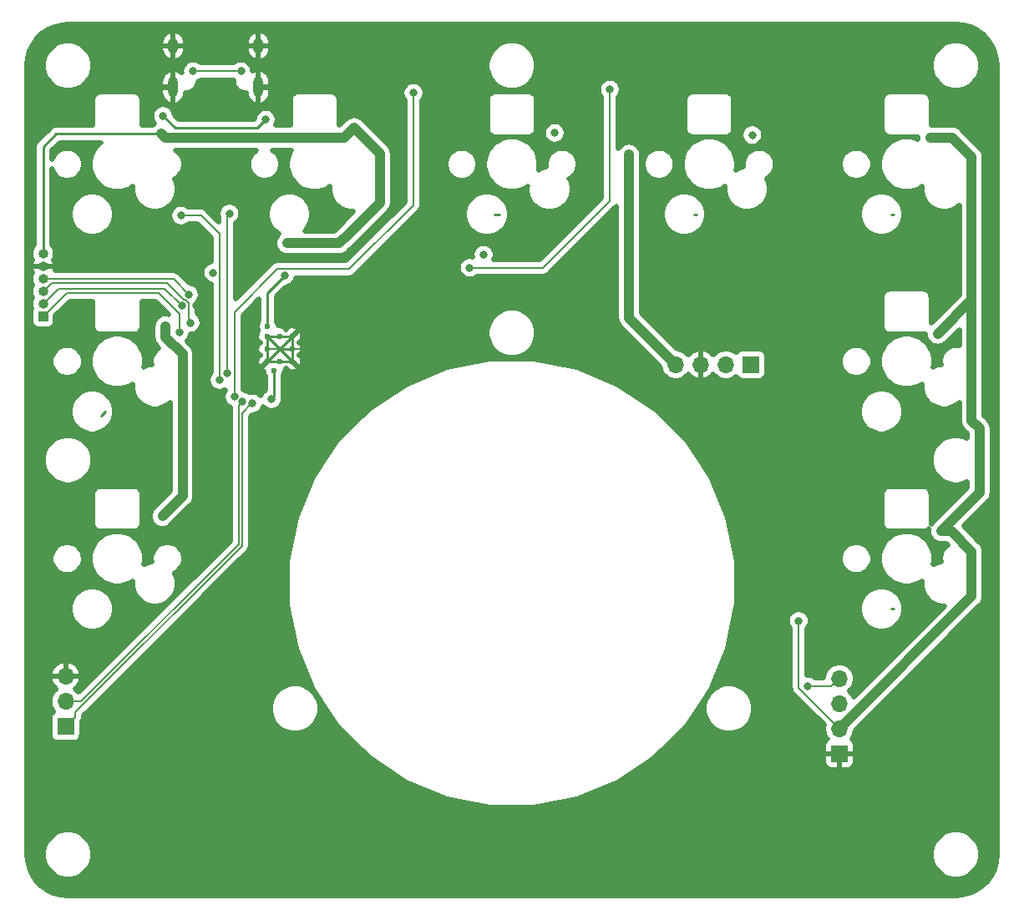
<source format=gbr>
G04 #@! TF.GenerationSoftware,KiCad,Pcbnew,(5.1.10)-1*
G04 #@! TF.CreationDate,2021-08-27T00:07:46-06:00*
G04 #@! TF.ProjectId,EncoderPad_RP2040,456e636f-6465-4725-9061-645f52503230,rev?*
G04 #@! TF.SameCoordinates,Original*
G04 #@! TF.FileFunction,Copper,L1,Top*
G04 #@! TF.FilePolarity,Positive*
%FSLAX46Y46*%
G04 Gerber Fmt 4.6, Leading zero omitted, Abs format (unit mm)*
G04 Created by KiCad (PCBNEW (5.1.10)-1) date 2021-08-27 00:07:46*
%MOMM*%
%LPD*%
G01*
G04 APERTURE LIST*
G04 #@! TA.AperFunction,ComponentPad*
%ADD10O,1.700000X1.700000*%
G04 #@! TD*
G04 #@! TA.AperFunction,ComponentPad*
%ADD11R,1.700000X1.700000*%
G04 #@! TD*
G04 #@! TA.AperFunction,ComponentPad*
%ADD12O,1.000000X1.000000*%
G04 #@! TD*
G04 #@! TA.AperFunction,ComponentPad*
%ADD13R,1.000000X1.000000*%
G04 #@! TD*
G04 #@! TA.AperFunction,ComponentPad*
%ADD14C,0.600000*%
G04 #@! TD*
G04 #@! TA.AperFunction,ComponentPad*
%ADD15O,1.000000X2.100000*%
G04 #@! TD*
G04 #@! TA.AperFunction,ComponentPad*
%ADD16O,1.000000X1.600000*%
G04 #@! TD*
G04 #@! TA.AperFunction,ViaPad*
%ADD17C,0.800000*%
G04 #@! TD*
G04 #@! TA.AperFunction,ViaPad*
%ADD18C,0.600000*%
G04 #@! TD*
G04 #@! TA.AperFunction,Conductor*
%ADD19C,0.250000*%
G04 #@! TD*
G04 #@! TA.AperFunction,Conductor*
%ADD20C,0.200000*%
G04 #@! TD*
G04 #@! TA.AperFunction,Conductor*
%ADD21C,1.000000*%
G04 #@! TD*
G04 #@! TA.AperFunction,Conductor*
%ADD22C,0.500000*%
G04 #@! TD*
G04 #@! TA.AperFunction,Conductor*
%ADD23C,0.100000*%
G04 #@! TD*
G04 APERTURE END LIST*
D10*
X133197600Y-127152400D03*
X133197600Y-129692400D03*
X133197600Y-132232400D03*
D11*
X133197600Y-134772400D03*
D12*
X52476400Y-84074000D03*
X52476400Y-85344000D03*
X52476400Y-86614000D03*
X52476400Y-87884000D03*
X52476400Y-89154000D03*
D13*
X52476400Y-90424000D03*
D10*
X54762400Y-126949200D03*
X54762400Y-129489200D03*
D11*
X54762400Y-132029200D03*
D10*
X116611400Y-95326200D03*
X119151400Y-95326200D03*
X121691400Y-95326200D03*
D11*
X124231400Y-95326200D03*
D14*
X75179000Y-95001000D03*
X76454000Y-95001000D03*
X77729000Y-95001000D03*
X75179000Y-93726000D03*
X76454000Y-93726000D03*
X77729000Y-93726000D03*
X75179000Y-92451000D03*
X76454000Y-92451000D03*
X77729000Y-92451000D03*
D15*
X74297000Y-67188800D03*
X65657000Y-67188800D03*
D16*
X65657000Y-63008800D03*
X74297000Y-63008800D03*
D17*
X109931200Y-67411600D03*
X95707200Y-85495101D03*
X64573600Y-110700000D03*
X64465200Y-71932800D03*
X84023200Y-71323200D03*
X104343200Y-71831200D03*
X124358400Y-72034400D03*
X142392400Y-72288400D03*
X143154400Y-92202000D03*
X143510000Y-112217200D03*
X83464400Y-82042000D03*
X77216000Y-83007200D03*
X97129600Y-84175600D03*
X129082800Y-121310400D03*
X64871600Y-91440000D03*
X111861600Y-74015600D03*
X69707990Y-86001973D03*
X87579200Y-87680800D03*
X87376000Y-90881200D03*
X86918800Y-94640400D03*
X61569600Y-82600800D03*
X57404000Y-83210400D03*
X63957200Y-107442000D03*
X58013600Y-107035600D03*
X138074400Y-87020400D03*
X134416800Y-86766400D03*
X129387600Y-70815200D03*
X135636000Y-69291200D03*
X88696800Y-71170800D03*
X88646000Y-75336400D03*
X89255600Y-81838800D03*
X68326000Y-82956400D03*
X68021200Y-89357200D03*
X75234800Y-82499200D03*
X108813600Y-70662800D03*
X63398400Y-113131600D03*
X67970400Y-93827600D03*
X68021200Y-95453200D03*
X71866802Y-98594251D03*
X90017600Y-67767200D03*
X64643000Y-70104000D03*
X75057000Y-70485000D03*
X72542400Y-65582800D03*
X67665600Y-65582800D03*
D18*
X75234802Y-91440000D03*
X75895206Y-95910400D03*
D17*
X75657179Y-98820341D03*
X76962000Y-86298810D03*
X70358000Y-96890000D03*
X66446400Y-80213200D03*
X71170800Y-96215200D03*
X71374000Y-80010000D03*
X72694800Y-99060000D03*
X73710800Y-99252810D03*
X129997200Y-127965200D03*
X67271185Y-88203768D03*
X67421990Y-91082926D03*
X66548000Y-89357200D03*
X66312140Y-92031460D03*
D19*
X58340000Y-100470000D02*
X58730000Y-100080000D01*
X98260000Y-80080000D02*
X98730000Y-80080000D01*
X118420000Y-80080000D02*
X118730000Y-80080000D01*
X138420000Y-80080000D02*
X138730000Y-80080000D01*
X138420000Y-120080000D02*
X138730000Y-120080000D01*
D20*
X103176099Y-85495101D02*
X95707200Y-85495101D01*
X109931200Y-78740000D02*
X103176099Y-85495101D01*
X109931200Y-67411600D02*
X109931200Y-78740000D01*
X64465200Y-71932800D02*
X64820800Y-72288400D01*
D21*
X83013601Y-72332799D02*
X84023200Y-71323200D01*
X64865199Y-72332799D02*
X83013601Y-72332799D01*
X64465200Y-71932800D02*
X64865199Y-72332799D01*
X146605001Y-88751399D02*
X143154400Y-92202000D01*
X146605001Y-74267999D02*
X146605001Y-88751399D01*
X144625402Y-72288400D02*
X146605001Y-74267999D01*
X142392400Y-72288400D02*
X144625402Y-72288400D01*
X147400001Y-108327199D02*
X143510000Y-112217200D01*
X146605001Y-100986601D02*
X147400001Y-101781601D01*
X147400001Y-101781601D02*
X147400001Y-108327199D01*
X146605001Y-88751399D02*
X146605001Y-100986601D01*
X146605001Y-118824999D02*
X133197600Y-132232400D01*
X146605001Y-114267999D02*
X146605001Y-118824999D01*
X144554202Y-112217200D02*
X146605001Y-114267999D01*
X143510000Y-112217200D02*
X144554202Y-112217200D01*
D20*
X129082800Y-128117600D02*
X133197600Y-132232400D01*
X129082800Y-121310400D02*
X129082800Y-128117600D01*
D21*
X86615001Y-73915001D02*
X84023200Y-71323200D01*
X86615001Y-78891399D02*
X86615001Y-73915001D01*
X83464400Y-82042000D02*
X86615001Y-78891399D01*
X82499200Y-83007200D02*
X83464400Y-82042000D01*
X77216000Y-83007200D02*
X82499200Y-83007200D01*
X66605001Y-108668599D02*
X64573600Y-110700000D01*
X66605001Y-94267999D02*
X66605001Y-108668599D01*
X64871600Y-92534598D02*
X66605001Y-94267999D01*
X64871600Y-91440000D02*
X64871600Y-92534598D01*
X111861600Y-90576400D02*
X116611400Y-95326200D01*
X111861600Y-74015600D02*
X111861600Y-90576400D01*
D19*
X64465200Y-71932800D02*
X53797200Y-71932800D01*
X52476400Y-73253600D02*
X52476400Y-84074000D01*
X53797200Y-71932800D02*
X52476400Y-73253600D01*
D20*
X87579200Y-90678000D02*
X87376000Y-90881200D01*
X87579200Y-87680800D02*
X87579200Y-90678000D01*
X75179000Y-93726000D02*
X76454000Y-93726000D01*
X77729000Y-93726000D02*
X86004400Y-93726000D01*
X86004400Y-93726000D02*
X86918800Y-94640400D01*
X87376000Y-94183200D02*
X86918800Y-94640400D01*
X87376000Y-90881200D02*
X87376000Y-94183200D01*
X60960000Y-83210400D02*
X57404000Y-83210400D01*
X61569600Y-82600800D02*
X60960000Y-83210400D01*
X58420000Y-107442000D02*
X58013600Y-107035600D01*
X63957200Y-107442000D02*
X58420000Y-107442000D01*
X138074400Y-87020400D02*
X134670800Y-87020400D01*
X134670800Y-87020400D02*
X134416800Y-86766400D01*
D19*
X77729000Y-92451000D02*
X75179000Y-95001000D01*
X75179000Y-92451000D02*
X77729000Y-95001000D01*
X77729000Y-92451000D02*
X75179000Y-92451000D01*
X75179000Y-92451000D02*
X75179000Y-95001000D01*
X75179000Y-95001000D02*
X77729000Y-95001000D01*
X77729000Y-95001000D02*
X77729000Y-92451000D01*
X76454000Y-93726000D02*
X77729000Y-93726000D01*
D20*
X76203198Y-85648800D02*
X83515200Y-85648800D01*
X90017600Y-79146400D02*
X90017600Y-67767200D01*
X71866802Y-98594251D02*
X71866802Y-89985196D01*
X83515200Y-85648800D02*
X90017600Y-79146400D01*
X71866802Y-89985196D02*
X76203198Y-85648800D01*
D19*
X74218800Y-71323200D02*
X75057000Y-70485000D01*
X65862200Y-71323200D02*
X74218800Y-71323200D01*
X64643000Y-70104000D02*
X65862200Y-71323200D01*
D20*
X72542400Y-65582800D02*
X67665600Y-65582800D01*
D19*
X75895206Y-95910400D02*
X75895206Y-98582314D01*
D20*
X75844400Y-98633120D02*
X75657179Y-98820341D01*
X75844400Y-95808800D02*
X75844400Y-98633120D01*
D19*
X75895206Y-98582314D02*
X75657179Y-98820341D01*
X75234802Y-88026008D02*
X76962000Y-86298810D01*
X75234802Y-91440000D02*
X75234802Y-88026008D01*
D20*
X70358000Y-82092800D02*
X68478400Y-80213200D01*
X70358000Y-96890000D02*
X70358000Y-82092800D01*
X68478400Y-80213200D02*
X66446400Y-80213200D01*
X71170800Y-80213200D02*
X71374000Y-80010000D01*
X71170800Y-96215200D02*
X71170800Y-80213200D01*
X72293989Y-113532411D02*
X56337200Y-129489200D01*
X56337200Y-129489200D02*
X55964481Y-129489200D01*
X55964481Y-129489200D02*
X54762400Y-129489200D01*
X72694800Y-99060000D02*
X72293989Y-99460811D01*
X72293989Y-99460811D02*
X72293989Y-113532411D01*
X55732189Y-130589201D02*
X55732189Y-131059411D01*
X72644000Y-113677390D02*
X55732189Y-130589201D01*
X72644000Y-100228400D02*
X72644000Y-113677390D01*
X73619590Y-99252810D02*
X72644000Y-100228400D01*
X73710800Y-99252810D02*
X73619590Y-99252810D01*
X55732189Y-131059411D02*
X54762400Y-132029200D01*
X132384800Y-127965200D02*
X133197600Y-127152400D01*
X129997200Y-127965200D02*
X132384800Y-127965200D01*
X52476400Y-86614000D02*
X65681417Y-86614000D01*
X65681417Y-86614000D02*
X67271185Y-88203768D01*
X66707602Y-88707198D02*
X66860002Y-88707198D01*
X52476400Y-87884000D02*
X53340000Y-87020400D01*
X67225191Y-89072387D02*
X67225191Y-90886127D01*
X66860002Y-88707198D02*
X67225191Y-89072387D01*
X65020804Y-87020400D02*
X66707602Y-88707198D01*
X53340000Y-87020400D02*
X65020804Y-87020400D01*
X67225191Y-90886127D02*
X67421990Y-91082926D01*
X52476400Y-89154000D02*
X54000400Y-87630000D01*
X64820800Y-87630000D02*
X66548000Y-89357200D01*
X54000400Y-87630000D02*
X64820800Y-87630000D01*
X66312140Y-92031460D02*
X66312140Y-90137340D01*
X66312140Y-90137340D02*
X64211200Y-88036400D01*
X54864000Y-88036400D02*
X52476400Y-90424000D01*
X64211200Y-88036400D02*
X54864000Y-88036400D01*
D22*
X145738749Y-60894211D02*
X146454145Y-61089921D01*
X147123578Y-61409225D01*
X147725891Y-61842030D01*
X148242034Y-62374649D01*
X148655709Y-62990262D01*
X148953826Y-63669393D01*
X149128493Y-64396931D01*
X149175001Y-65030258D01*
X149175000Y-144963257D01*
X149105789Y-145738749D01*
X148910079Y-146454144D01*
X148590774Y-147123581D01*
X148157970Y-147725891D01*
X147625351Y-148242034D01*
X147009739Y-148655708D01*
X146330611Y-148953825D01*
X145603069Y-149128493D01*
X144969755Y-149175000D01*
X55036743Y-149175000D01*
X54261251Y-149105789D01*
X53545856Y-148910079D01*
X52876419Y-148590774D01*
X52274109Y-148157970D01*
X51757966Y-147625351D01*
X51344292Y-147009739D01*
X51046175Y-146330611D01*
X50871507Y-145603069D01*
X50825000Y-144969755D01*
X50825000Y-144753772D01*
X52500000Y-144753772D01*
X52500000Y-145246228D01*
X52596074Y-145729223D01*
X52784529Y-146184194D01*
X53058124Y-146593657D01*
X53406343Y-146941876D01*
X53815806Y-147215471D01*
X54270777Y-147403926D01*
X54753772Y-147500000D01*
X55246228Y-147500000D01*
X55729223Y-147403926D01*
X56184194Y-147215471D01*
X56593657Y-146941876D01*
X56941876Y-146593657D01*
X57215471Y-146184194D01*
X57403926Y-145729223D01*
X57500000Y-145246228D01*
X57500000Y-144753772D01*
X142500000Y-144753772D01*
X142500000Y-145246228D01*
X142596074Y-145729223D01*
X142784529Y-146184194D01*
X143058124Y-146593657D01*
X143406343Y-146941876D01*
X143815806Y-147215471D01*
X144270777Y-147403926D01*
X144753772Y-147500000D01*
X145246228Y-147500000D01*
X145729223Y-147403926D01*
X146184194Y-147215471D01*
X146593657Y-146941876D01*
X146941876Y-146593657D01*
X147215471Y-146184194D01*
X147403926Y-145729223D01*
X147500000Y-145246228D01*
X147500000Y-144753772D01*
X147403926Y-144270777D01*
X147215471Y-143815806D01*
X146941876Y-143406343D01*
X146593657Y-143058124D01*
X146184194Y-142784529D01*
X145729223Y-142596074D01*
X145246228Y-142500000D01*
X144753772Y-142500000D01*
X144270777Y-142596074D01*
X143815806Y-142784529D01*
X143406343Y-143058124D01*
X143058124Y-143406343D01*
X142784529Y-143815806D01*
X142596074Y-144270777D01*
X142500000Y-144753772D01*
X57500000Y-144753772D01*
X57403926Y-144270777D01*
X57215471Y-143815806D01*
X56941876Y-143406343D01*
X56593657Y-143058124D01*
X56184194Y-142784529D01*
X55729223Y-142596074D01*
X55246228Y-142500000D01*
X54753772Y-142500000D01*
X54270777Y-142596074D01*
X53815806Y-142784529D01*
X53406343Y-143058124D01*
X53058124Y-143406343D01*
X52784529Y-143815806D01*
X52596074Y-144270777D01*
X52500000Y-144753772D01*
X50825000Y-144753772D01*
X50825000Y-131179200D01*
X53158772Y-131179200D01*
X53158772Y-132879200D01*
X53173253Y-133026226D01*
X53216139Y-133167601D01*
X53285781Y-133297893D01*
X53379505Y-133412095D01*
X53493707Y-133505819D01*
X53623999Y-133575461D01*
X53765374Y-133618347D01*
X53912400Y-133632828D01*
X55612400Y-133632828D01*
X55759426Y-133618347D01*
X55900801Y-133575461D01*
X56031093Y-133505819D01*
X56145295Y-133412095D01*
X56239019Y-133297893D01*
X56308661Y-133167601D01*
X56351547Y-133026226D01*
X56366028Y-132879200D01*
X56366028Y-131626937D01*
X56442357Y-131533930D01*
X56521286Y-131386266D01*
X56569889Y-131226040D01*
X56582189Y-131101159D01*
X56582189Y-131101152D01*
X56586300Y-131059411D01*
X56582189Y-131017670D01*
X56582189Y-130941281D01*
X57569698Y-129953772D01*
X75503000Y-129953772D01*
X75503000Y-130446228D01*
X75599074Y-130929223D01*
X75787529Y-131384194D01*
X76061124Y-131793657D01*
X76409343Y-132141876D01*
X76818806Y-132415471D01*
X77273777Y-132603926D01*
X77756772Y-132700000D01*
X78249228Y-132700000D01*
X78732223Y-132603926D01*
X79187194Y-132415471D01*
X79596657Y-132141876D01*
X79944876Y-131793657D01*
X80218471Y-131384194D01*
X80406926Y-130929223D01*
X80503000Y-130446228D01*
X80503000Y-129953772D01*
X80406926Y-129470777D01*
X80218471Y-129015806D01*
X79944876Y-128606343D01*
X79596657Y-128258124D01*
X79187194Y-127984529D01*
X78732223Y-127796074D01*
X78249228Y-127700000D01*
X77756772Y-127700000D01*
X77273777Y-127796074D01*
X76818806Y-127984529D01*
X76409343Y-128258124D01*
X76061124Y-128606343D01*
X75787529Y-129015806D01*
X75599074Y-129470777D01*
X75503000Y-129953772D01*
X57569698Y-129953772D01*
X72264150Y-115259321D01*
X77250000Y-115259321D01*
X77250000Y-119740679D01*
X78124269Y-124135930D01*
X79839211Y-128276166D01*
X82328921Y-132002280D01*
X85497720Y-135171079D01*
X89223834Y-137660789D01*
X93364070Y-139375731D01*
X97759321Y-140250000D01*
X102240679Y-140250000D01*
X106635930Y-139375731D01*
X110776166Y-137660789D01*
X113826830Y-135622400D01*
X131585932Y-135622400D01*
X131600567Y-135770994D01*
X131643911Y-135913878D01*
X131714296Y-136045560D01*
X131809019Y-136160981D01*
X131924440Y-136255704D01*
X132056122Y-136326089D01*
X132199006Y-136369433D01*
X132347600Y-136384068D01*
X133004100Y-136380400D01*
X133193600Y-136190900D01*
X133193600Y-134776400D01*
X133201600Y-134776400D01*
X133201600Y-136190900D01*
X133391100Y-136380400D01*
X134047600Y-136384068D01*
X134196194Y-136369433D01*
X134339078Y-136326089D01*
X134470760Y-136255704D01*
X134586181Y-136160981D01*
X134680904Y-136045560D01*
X134751289Y-135913878D01*
X134794633Y-135770994D01*
X134809268Y-135622400D01*
X134805600Y-134965900D01*
X134616100Y-134776400D01*
X133201600Y-134776400D01*
X133193600Y-134776400D01*
X131779100Y-134776400D01*
X131589600Y-134965900D01*
X131585932Y-135622400D01*
X113826830Y-135622400D01*
X114502280Y-135171079D01*
X117671079Y-132002280D01*
X119039848Y-129953772D01*
X119497000Y-129953772D01*
X119497000Y-130446228D01*
X119593074Y-130929223D01*
X119781529Y-131384194D01*
X120055124Y-131793657D01*
X120403343Y-132141876D01*
X120812806Y-132415471D01*
X121267777Y-132603926D01*
X121750772Y-132700000D01*
X122243228Y-132700000D01*
X122726223Y-132603926D01*
X123181194Y-132415471D01*
X123590657Y-132141876D01*
X123938876Y-131793657D01*
X124212471Y-131384194D01*
X124400926Y-130929223D01*
X124497000Y-130446228D01*
X124497000Y-129953772D01*
X124400926Y-129470777D01*
X124212471Y-129015806D01*
X123938876Y-128606343D01*
X123590657Y-128258124D01*
X123181194Y-127984529D01*
X122726223Y-127796074D01*
X122243228Y-127700000D01*
X121750772Y-127700000D01*
X121267777Y-127796074D01*
X120812806Y-127984529D01*
X120403343Y-128258124D01*
X120055124Y-128606343D01*
X119781529Y-129015806D01*
X119593074Y-129470777D01*
X119497000Y-129953772D01*
X119039848Y-129953772D01*
X120160789Y-128276166D01*
X121875731Y-124135930D01*
X122460293Y-121197135D01*
X127932800Y-121197135D01*
X127932800Y-121423665D01*
X127976994Y-121645843D01*
X128063684Y-121855129D01*
X128189537Y-122043482D01*
X128232800Y-122086745D01*
X128232801Y-128075849D01*
X128228689Y-128117600D01*
X128245100Y-128284229D01*
X128293703Y-128444454D01*
X128306962Y-128469259D01*
X128372633Y-128592119D01*
X128478853Y-128721548D01*
X128511281Y-128748161D01*
X131637474Y-131874355D01*
X131597600Y-132074814D01*
X131597600Y-132389986D01*
X131659087Y-132699103D01*
X131779698Y-132990284D01*
X131954799Y-133252341D01*
X131968177Y-133265719D01*
X131924440Y-133289096D01*
X131809019Y-133383819D01*
X131714296Y-133499240D01*
X131643911Y-133630922D01*
X131600567Y-133773806D01*
X131585932Y-133922400D01*
X131589600Y-134578900D01*
X131779100Y-134768400D01*
X133193600Y-134768400D01*
X133193600Y-134748400D01*
X133201600Y-134748400D01*
X133201600Y-134768400D01*
X134616100Y-134768400D01*
X134805600Y-134578900D01*
X134809268Y-133922400D01*
X134794633Y-133773806D01*
X134751289Y-133630922D01*
X134680904Y-133499240D01*
X134586181Y-133383819D01*
X134470760Y-133289096D01*
X134427023Y-133265719D01*
X134440401Y-133252341D01*
X134615502Y-132990284D01*
X134736113Y-132699103D01*
X134795072Y-132402694D01*
X147445464Y-119752303D01*
X147493161Y-119713159D01*
X147649367Y-119522822D01*
X147765438Y-119305668D01*
X147836914Y-119070042D01*
X147855001Y-118886404D01*
X147855001Y-118886398D01*
X147861048Y-118825000D01*
X147855001Y-118763602D01*
X147855001Y-114329404D01*
X147861049Y-114267999D01*
X147836914Y-114022956D01*
X147765438Y-113787330D01*
X147728989Y-113719139D01*
X147649367Y-113570176D01*
X147493161Y-113379839D01*
X147445465Y-113340696D01*
X145799867Y-111695099D01*
X148240464Y-109254503D01*
X148288161Y-109215359D01*
X148444367Y-109025022D01*
X148560438Y-108807868D01*
X148631914Y-108572242D01*
X148650001Y-108388604D01*
X148650001Y-108388598D01*
X148656048Y-108327200D01*
X148650001Y-108265802D01*
X148650001Y-101843006D01*
X148656049Y-101781601D01*
X148631914Y-101536558D01*
X148560438Y-101300932D01*
X148523402Y-101231643D01*
X148444367Y-101083778D01*
X148288161Y-100893441D01*
X148240459Y-100854293D01*
X147855001Y-100468835D01*
X147855001Y-88812804D01*
X147861049Y-88751399D01*
X147855001Y-88689994D01*
X147855001Y-74329404D01*
X147861049Y-74267999D01*
X147836914Y-74022956D01*
X147765438Y-73787330D01*
X147738953Y-73737780D01*
X147649367Y-73570176D01*
X147493161Y-73379839D01*
X147445465Y-73340696D01*
X145552711Y-71447943D01*
X145513562Y-71400240D01*
X145323225Y-71244034D01*
X145106071Y-71127963D01*
X144870445Y-71056487D01*
X144686807Y-71038400D01*
X144686800Y-71038400D01*
X144625402Y-71032353D01*
X144564004Y-71038400D01*
X142475000Y-71038400D01*
X142475000Y-68488065D01*
X142478749Y-68450000D01*
X142463786Y-68298074D01*
X142419470Y-68151986D01*
X142347506Y-68017350D01*
X142250659Y-67899341D01*
X142132650Y-67802494D01*
X141998014Y-67730530D01*
X141851926Y-67686214D01*
X141738065Y-67675000D01*
X141700000Y-67671251D01*
X141661935Y-67675000D01*
X138338065Y-67675000D01*
X138300000Y-67671251D01*
X138261935Y-67675000D01*
X138148074Y-67686214D01*
X138001986Y-67730530D01*
X137867350Y-67802494D01*
X137749341Y-67899341D01*
X137652494Y-68017350D01*
X137580530Y-68151986D01*
X137536214Y-68298074D01*
X137521251Y-68450000D01*
X137525001Y-68488075D01*
X137525000Y-71411934D01*
X137521251Y-71450000D01*
X137536214Y-71601926D01*
X137580530Y-71748014D01*
X137652494Y-71882650D01*
X137717241Y-71961545D01*
X137749341Y-72000659D01*
X137867350Y-72097506D01*
X138001986Y-72169470D01*
X138148074Y-72213786D01*
X138300000Y-72228749D01*
X138338065Y-72225000D01*
X141142596Y-72225000D01*
X141136352Y-72288400D01*
X141157475Y-72502864D01*
X140802145Y-72355681D01*
X140270851Y-72250000D01*
X139729149Y-72250000D01*
X139197855Y-72355681D01*
X138697387Y-72562982D01*
X138246977Y-72863936D01*
X137863936Y-73246977D01*
X137562982Y-73697387D01*
X137355681Y-74197855D01*
X137250000Y-74729149D01*
X137250000Y-75270851D01*
X137355681Y-75802145D01*
X137562982Y-76302613D01*
X137863936Y-76753023D01*
X138246977Y-77136064D01*
X138697387Y-77437018D01*
X139197855Y-77644319D01*
X139729149Y-77750000D01*
X140270851Y-77750000D01*
X140802145Y-77644319D01*
X141302613Y-77437018D01*
X141572240Y-77256859D01*
X141560000Y-77318394D01*
X141560000Y-77761606D01*
X141646466Y-78196301D01*
X141816076Y-78605775D01*
X142062311Y-78974292D01*
X142375708Y-79287689D01*
X142744225Y-79533924D01*
X143153699Y-79703534D01*
X143588394Y-79790000D01*
X144031606Y-79790000D01*
X144466301Y-79703534D01*
X144875775Y-79533924D01*
X145244292Y-79287689D01*
X145355001Y-79176980D01*
X145355002Y-88233631D01*
X142475000Y-91113634D01*
X142475000Y-88488065D01*
X142478749Y-88450000D01*
X142463786Y-88298074D01*
X142419470Y-88151986D01*
X142347506Y-88017350D01*
X142250659Y-87899341D01*
X142132650Y-87802494D01*
X141998014Y-87730530D01*
X141851926Y-87686214D01*
X141738065Y-87675000D01*
X141700000Y-87671251D01*
X141661935Y-87675000D01*
X138338065Y-87675000D01*
X138300000Y-87671251D01*
X138261935Y-87675000D01*
X138148074Y-87686214D01*
X138001986Y-87730530D01*
X137867350Y-87802494D01*
X137749341Y-87899341D01*
X137652494Y-88017350D01*
X137580530Y-88151986D01*
X137536214Y-88298074D01*
X137521251Y-88450000D01*
X137525001Y-88488075D01*
X137525000Y-91411934D01*
X137521251Y-91450000D01*
X137536214Y-91601926D01*
X137580530Y-91748014D01*
X137652494Y-91882650D01*
X137697128Y-91937037D01*
X137749341Y-92000659D01*
X137867350Y-92097506D01*
X138001986Y-92169470D01*
X138148074Y-92213786D01*
X138300000Y-92228749D01*
X138338065Y-92225000D01*
X141661935Y-92225000D01*
X141700000Y-92228749D01*
X141738065Y-92225000D01*
X141851926Y-92213786D01*
X141898586Y-92199632D01*
X141898353Y-92202000D01*
X141922487Y-92447042D01*
X141993963Y-92682668D01*
X142110035Y-92899822D01*
X142266240Y-93090160D01*
X142456578Y-93246365D01*
X142673732Y-93362437D01*
X142909358Y-93433913D01*
X143154400Y-93458047D01*
X143399442Y-93433913D01*
X143635068Y-93362437D01*
X143852222Y-93246365D01*
X143994863Y-93129303D01*
X145355001Y-91769165D01*
X145355001Y-93397866D01*
X145240049Y-93375000D01*
X144919951Y-93375000D01*
X144606005Y-93437448D01*
X144310274Y-93559943D01*
X144044123Y-93737780D01*
X143817780Y-93964123D01*
X143639943Y-94230274D01*
X143517448Y-94526005D01*
X143455000Y-94839951D01*
X143455000Y-95160049D01*
X143484942Y-95310578D01*
X143153699Y-95376466D01*
X142744225Y-95546076D01*
X142687748Y-95583813D01*
X142750000Y-95270851D01*
X142750000Y-94729149D01*
X142644319Y-94197855D01*
X142437018Y-93697387D01*
X142136064Y-93246977D01*
X141753023Y-92863936D01*
X141302613Y-92562982D01*
X140802145Y-92355681D01*
X140270851Y-92250000D01*
X139729149Y-92250000D01*
X139197855Y-92355681D01*
X138697387Y-92562982D01*
X138246977Y-92863936D01*
X137863936Y-93246977D01*
X137562982Y-93697387D01*
X137355681Y-94197855D01*
X137250000Y-94729149D01*
X137250000Y-95270851D01*
X137355681Y-95802145D01*
X137562982Y-96302613D01*
X137863936Y-96753023D01*
X138246977Y-97136064D01*
X138697387Y-97437018D01*
X139197855Y-97644319D01*
X139729149Y-97750000D01*
X140270851Y-97750000D01*
X140802145Y-97644319D01*
X141302613Y-97437018D01*
X141572240Y-97256859D01*
X141560000Y-97318394D01*
X141560000Y-97761606D01*
X141646466Y-98196301D01*
X141816076Y-98605775D01*
X142062311Y-98974292D01*
X142375708Y-99287689D01*
X142744225Y-99533924D01*
X143153699Y-99703534D01*
X143588394Y-99790000D01*
X144031606Y-99790000D01*
X144466301Y-99703534D01*
X144875775Y-99533924D01*
X145244292Y-99287689D01*
X145355002Y-99176979D01*
X145355002Y-100925193D01*
X145348954Y-100986601D01*
X145373088Y-101231643D01*
X145444564Y-101467269D01*
X145481600Y-101536558D01*
X145560636Y-101684424D01*
X145716842Y-101874761D01*
X145764539Y-101913905D01*
X146150001Y-102299367D01*
X146150001Y-102770366D01*
X145729223Y-102596074D01*
X145246228Y-102500000D01*
X144753772Y-102500000D01*
X144270777Y-102596074D01*
X143815806Y-102784529D01*
X143406343Y-103058124D01*
X143058124Y-103406343D01*
X142784529Y-103815806D01*
X142596074Y-104270777D01*
X142500000Y-104753772D01*
X142500000Y-105246228D01*
X142596074Y-105729223D01*
X142784529Y-106184194D01*
X143058124Y-106593657D01*
X143406343Y-106941876D01*
X143815806Y-107215471D01*
X144270777Y-107403926D01*
X144753772Y-107500000D01*
X145246228Y-107500000D01*
X145729223Y-107403926D01*
X146150002Y-107229634D01*
X146150002Y-107809431D01*
X142669543Y-111289891D01*
X142621840Y-111329040D01*
X142472773Y-111510678D01*
X142478749Y-111450000D01*
X142475000Y-111411935D01*
X142475000Y-108488065D01*
X142478749Y-108450000D01*
X142463786Y-108298074D01*
X142419470Y-108151986D01*
X142347506Y-108017350D01*
X142250659Y-107899341D01*
X142132650Y-107802494D01*
X141998014Y-107730530D01*
X141851926Y-107686214D01*
X141738065Y-107675000D01*
X141700000Y-107671251D01*
X141661935Y-107675000D01*
X138338065Y-107675000D01*
X138300000Y-107671251D01*
X138261935Y-107675000D01*
X138148074Y-107686214D01*
X138001986Y-107730530D01*
X137867350Y-107802494D01*
X137749341Y-107899341D01*
X137652494Y-108017350D01*
X137580530Y-108151986D01*
X137536214Y-108298074D01*
X137521251Y-108450000D01*
X137525001Y-108488075D01*
X137525000Y-111411934D01*
X137521251Y-111450000D01*
X137536214Y-111601926D01*
X137580530Y-111748014D01*
X137652494Y-111882650D01*
X137692923Y-111931913D01*
X137749341Y-112000659D01*
X137867350Y-112097506D01*
X138001986Y-112169470D01*
X138148074Y-112213786D01*
X138300000Y-112228749D01*
X138338065Y-112225000D01*
X141661935Y-112225000D01*
X141700000Y-112228749D01*
X141738065Y-112225000D01*
X141851926Y-112213786D01*
X141998014Y-112169470D01*
X142132650Y-112097506D01*
X142250659Y-112000659D01*
X142280454Y-111964353D01*
X142278087Y-111972157D01*
X142253952Y-112217200D01*
X142278087Y-112462243D01*
X142349563Y-112697869D01*
X142465634Y-112915023D01*
X142621840Y-113105360D01*
X142812177Y-113261566D01*
X143029331Y-113377637D01*
X143264957Y-113449113D01*
X143448595Y-113467200D01*
X143448602Y-113467200D01*
X143510000Y-113473247D01*
X143571398Y-113467200D01*
X144036436Y-113467200D01*
X144201715Y-113632480D01*
X144044123Y-113737780D01*
X143817780Y-113964123D01*
X143639943Y-114230274D01*
X143517448Y-114526005D01*
X143455000Y-114839951D01*
X143455000Y-115160049D01*
X143484942Y-115310578D01*
X143153699Y-115376466D01*
X142744225Y-115546076D01*
X142687748Y-115583813D01*
X142750000Y-115270851D01*
X142750000Y-114729149D01*
X142644319Y-114197855D01*
X142437018Y-113697387D01*
X142136064Y-113246977D01*
X141753023Y-112863936D01*
X141302613Y-112562982D01*
X140802145Y-112355681D01*
X140270851Y-112250000D01*
X139729149Y-112250000D01*
X139197855Y-112355681D01*
X138697387Y-112562982D01*
X138246977Y-112863936D01*
X137863936Y-113246977D01*
X137562982Y-113697387D01*
X137355681Y-114197855D01*
X137250000Y-114729149D01*
X137250000Y-115270851D01*
X137355681Y-115802145D01*
X137562982Y-116302613D01*
X137863936Y-116753023D01*
X138246977Y-117136064D01*
X138697387Y-117437018D01*
X139197855Y-117644319D01*
X139729149Y-117750000D01*
X140270851Y-117750000D01*
X140802145Y-117644319D01*
X141302613Y-117437018D01*
X141572240Y-117256859D01*
X141560000Y-117318394D01*
X141560000Y-117761606D01*
X141646466Y-118196301D01*
X141816076Y-118605775D01*
X142062311Y-118974292D01*
X142375708Y-119287689D01*
X142744225Y-119533924D01*
X143153699Y-119703534D01*
X143588394Y-119790000D01*
X143872233Y-119790000D01*
X134648369Y-129013865D01*
X134615502Y-128934516D01*
X134440401Y-128672459D01*
X134217541Y-128449599D01*
X134176835Y-128422400D01*
X134217541Y-128395201D01*
X134440401Y-128172341D01*
X134615502Y-127910284D01*
X134736113Y-127619103D01*
X134797600Y-127309986D01*
X134797600Y-126994814D01*
X134736113Y-126685697D01*
X134615502Y-126394516D01*
X134440401Y-126132459D01*
X134217541Y-125909599D01*
X133955484Y-125734498D01*
X133664303Y-125613887D01*
X133355186Y-125552400D01*
X133040014Y-125552400D01*
X132730897Y-125613887D01*
X132439716Y-125734498D01*
X132177659Y-125909599D01*
X131954799Y-126132459D01*
X131779698Y-126394516D01*
X131659087Y-126685697D01*
X131597600Y-126994814D01*
X131597600Y-127115200D01*
X130773545Y-127115200D01*
X130730282Y-127071937D01*
X130541929Y-126946084D01*
X130332643Y-126859394D01*
X130110465Y-126815200D01*
X129932800Y-126815200D01*
X129932800Y-122086745D01*
X129976063Y-122043482D01*
X130101916Y-121855129D01*
X130188606Y-121645843D01*
X130232800Y-121423665D01*
X130232800Y-121197135D01*
X130188606Y-120974957D01*
X130101916Y-120765671D01*
X129976063Y-120577318D01*
X129815882Y-120417137D01*
X129627529Y-120291284D01*
X129418243Y-120204594D01*
X129196065Y-120160400D01*
X128969535Y-120160400D01*
X128747357Y-120204594D01*
X128538071Y-120291284D01*
X128349718Y-120417137D01*
X128189537Y-120577318D01*
X128063684Y-120765671D01*
X127976994Y-120974957D01*
X127932800Y-121197135D01*
X122460293Y-121197135D01*
X122726585Y-119858394D01*
X135210000Y-119858394D01*
X135210000Y-120301606D01*
X135296466Y-120736301D01*
X135466076Y-121145775D01*
X135712311Y-121514292D01*
X136025708Y-121827689D01*
X136394225Y-122073924D01*
X136803699Y-122243534D01*
X137238394Y-122330000D01*
X137681606Y-122330000D01*
X138116301Y-122243534D01*
X138525775Y-122073924D01*
X138894292Y-121827689D01*
X139207689Y-121514292D01*
X139453924Y-121145775D01*
X139623534Y-120736301D01*
X139710000Y-120301606D01*
X139710000Y-119858394D01*
X139623534Y-119423699D01*
X139453924Y-119014225D01*
X139207689Y-118645708D01*
X138894292Y-118332311D01*
X138525775Y-118086076D01*
X138116301Y-117916466D01*
X137681606Y-117830000D01*
X137238394Y-117830000D01*
X136803699Y-117916466D01*
X136394225Y-118086076D01*
X136025708Y-118332311D01*
X135712311Y-118645708D01*
X135466076Y-119014225D01*
X135296466Y-119423699D01*
X135210000Y-119858394D01*
X122726585Y-119858394D01*
X122750000Y-119740679D01*
X122750000Y-115259321D01*
X122666583Y-114839951D01*
X133295000Y-114839951D01*
X133295000Y-115160049D01*
X133357448Y-115473995D01*
X133479943Y-115769726D01*
X133657780Y-116035877D01*
X133884123Y-116262220D01*
X134150274Y-116440057D01*
X134446005Y-116562552D01*
X134759951Y-116625000D01*
X135080049Y-116625000D01*
X135393995Y-116562552D01*
X135689726Y-116440057D01*
X135955877Y-116262220D01*
X136182220Y-116035877D01*
X136360057Y-115769726D01*
X136482552Y-115473995D01*
X136545000Y-115160049D01*
X136545000Y-114839951D01*
X136482552Y-114526005D01*
X136360057Y-114230274D01*
X136182220Y-113964123D01*
X135955877Y-113737780D01*
X135689726Y-113559943D01*
X135393995Y-113437448D01*
X135080049Y-113375000D01*
X134759951Y-113375000D01*
X134446005Y-113437448D01*
X134150274Y-113559943D01*
X133884123Y-113737780D01*
X133657780Y-113964123D01*
X133479943Y-114230274D01*
X133357448Y-114526005D01*
X133295000Y-114839951D01*
X122666583Y-114839951D01*
X121875731Y-110864070D01*
X120160789Y-106723834D01*
X117671079Y-102997720D01*
X114531753Y-99858394D01*
X135210000Y-99858394D01*
X135210000Y-100301606D01*
X135296466Y-100736301D01*
X135466076Y-101145775D01*
X135712311Y-101514292D01*
X136025708Y-101827689D01*
X136394225Y-102073924D01*
X136803699Y-102243534D01*
X137238394Y-102330000D01*
X137681606Y-102330000D01*
X138116301Y-102243534D01*
X138525775Y-102073924D01*
X138894292Y-101827689D01*
X139207689Y-101514292D01*
X139453924Y-101145775D01*
X139623534Y-100736301D01*
X139710000Y-100301606D01*
X139710000Y-99858394D01*
X139623534Y-99423699D01*
X139453924Y-99014225D01*
X139207689Y-98645708D01*
X138894292Y-98332311D01*
X138525775Y-98086076D01*
X138116301Y-97916466D01*
X137681606Y-97830000D01*
X137238394Y-97830000D01*
X136803699Y-97916466D01*
X136394225Y-98086076D01*
X136025708Y-98332311D01*
X135712311Y-98645708D01*
X135466076Y-99014225D01*
X135296466Y-99423699D01*
X135210000Y-99858394D01*
X114531753Y-99858394D01*
X114502280Y-99828921D01*
X110776166Y-97339211D01*
X106635930Y-95624269D01*
X102240679Y-94750000D01*
X97759321Y-94750000D01*
X93364070Y-95624269D01*
X89223834Y-97339211D01*
X85497720Y-99828921D01*
X82328921Y-102997720D01*
X79839211Y-106723834D01*
X78124269Y-110864070D01*
X77250000Y-115259321D01*
X72264150Y-115259321D01*
X73215525Y-114307947D01*
X73247948Y-114281338D01*
X73274557Y-114248915D01*
X73274561Y-114248911D01*
X73354167Y-114151910D01*
X73354168Y-114151909D01*
X73433097Y-114004245D01*
X73481700Y-113844019D01*
X73494000Y-113719139D01*
X73494000Y-113719129D01*
X73498111Y-113677391D01*
X73494000Y-113635653D01*
X73494000Y-100580481D01*
X73671671Y-100402810D01*
X73824065Y-100402810D01*
X74046243Y-100358616D01*
X74255529Y-100271926D01*
X74443882Y-100146073D01*
X74604063Y-99985892D01*
X74729916Y-99797539D01*
X74811375Y-99600882D01*
X74924097Y-99713604D01*
X75112450Y-99839457D01*
X75321736Y-99926147D01*
X75543914Y-99970341D01*
X75770444Y-99970341D01*
X75992622Y-99926147D01*
X76201908Y-99839457D01*
X76390261Y-99713604D01*
X76550442Y-99553423D01*
X76676295Y-99365070D01*
X76762985Y-99155784D01*
X76807179Y-98933606D01*
X76807179Y-98707076D01*
X76770206Y-98521200D01*
X76770206Y-96490821D01*
X76825704Y-96407762D01*
X76904856Y-96216674D01*
X76945206Y-96013816D01*
X76945206Y-95938503D01*
X77012884Y-95905361D01*
X77075645Y-95863426D01*
X77070132Y-95665528D01*
X77091500Y-95644160D01*
X77112868Y-95665528D01*
X77107355Y-95863426D01*
X77287551Y-95968132D01*
X77484712Y-96035671D01*
X77691260Y-96063448D01*
X77899258Y-96050397D01*
X78100714Y-95997017D01*
X78287884Y-95905361D01*
X78350645Y-95863426D01*
X78343907Y-95621564D01*
X77729000Y-95006657D01*
X77714858Y-95020799D01*
X77709201Y-95015142D01*
X77723343Y-95001000D01*
X77709201Y-94986858D01*
X77714858Y-94981201D01*
X77729000Y-94995343D01*
X77743142Y-94981201D01*
X77748799Y-94986858D01*
X77734657Y-95001000D01*
X78349564Y-95615907D01*
X78591426Y-95622645D01*
X78696132Y-95442449D01*
X78763671Y-95245288D01*
X78791448Y-95038740D01*
X78778397Y-94830742D01*
X78725017Y-94629286D01*
X78633361Y-94442116D01*
X78591426Y-94379355D01*
X78393528Y-94384868D01*
X78372160Y-94363500D01*
X78393528Y-94342132D01*
X78591426Y-94347645D01*
X78696132Y-94167449D01*
X78763671Y-93970288D01*
X78791448Y-93763740D01*
X78778397Y-93555742D01*
X78725017Y-93354286D01*
X78633361Y-93167116D01*
X78591426Y-93104355D01*
X78393528Y-93109868D01*
X78372160Y-93088500D01*
X78393528Y-93067132D01*
X78591426Y-93072645D01*
X78696132Y-92892449D01*
X78763671Y-92695288D01*
X78791448Y-92488740D01*
X78778397Y-92280742D01*
X78725017Y-92079286D01*
X78633361Y-91892116D01*
X78607741Y-91853772D01*
X97500000Y-91853772D01*
X97500000Y-92346228D01*
X97596074Y-92829223D01*
X97784529Y-93284194D01*
X98058124Y-93693657D01*
X98406343Y-94041876D01*
X98815806Y-94315471D01*
X99270777Y-94503926D01*
X99753772Y-94600000D01*
X100246228Y-94600000D01*
X100729223Y-94503926D01*
X101184194Y-94315471D01*
X101593657Y-94041876D01*
X101941876Y-93693657D01*
X102215471Y-93284194D01*
X102403926Y-92829223D01*
X102500000Y-92346228D01*
X102500000Y-91853772D01*
X102403926Y-91370777D01*
X102215471Y-90915806D01*
X101941876Y-90506343D01*
X101593657Y-90158124D01*
X101184194Y-89884529D01*
X100729223Y-89696074D01*
X100246228Y-89600000D01*
X99753772Y-89600000D01*
X99270777Y-89696074D01*
X98815806Y-89884529D01*
X98406343Y-90158124D01*
X98058124Y-90506343D01*
X97784529Y-90915806D01*
X97596074Y-91370777D01*
X97500000Y-91853772D01*
X78607741Y-91853772D01*
X78591426Y-91829355D01*
X78349564Y-91836093D01*
X77734657Y-92451000D01*
X77748799Y-92465142D01*
X77743142Y-92470799D01*
X77729000Y-92456657D01*
X77714858Y-92470799D01*
X77709201Y-92465142D01*
X77723343Y-92451000D01*
X77709201Y-92436858D01*
X77714858Y-92431201D01*
X77729000Y-92445343D01*
X78343907Y-91830436D01*
X78350645Y-91588574D01*
X78170449Y-91483868D01*
X77973288Y-91416329D01*
X77766740Y-91388552D01*
X77558742Y-91401603D01*
X77357286Y-91454983D01*
X77170116Y-91546639D01*
X77107355Y-91588574D01*
X77112868Y-91786472D01*
X77091500Y-91807840D01*
X77070132Y-91786472D01*
X77075645Y-91588574D01*
X76895449Y-91483868D01*
X76698288Y-91416329D01*
X76491740Y-91388552D01*
X76284802Y-91401536D01*
X76284802Y-91336584D01*
X76244452Y-91133726D01*
X76165300Y-90942638D01*
X76109802Y-90859579D01*
X76109802Y-88388444D01*
X77049437Y-87448810D01*
X77075265Y-87448810D01*
X77297443Y-87404616D01*
X77506729Y-87317926D01*
X77695082Y-87192073D01*
X77855263Y-87031892D01*
X77981116Y-86843539D01*
X78067806Y-86634253D01*
X78094749Y-86498800D01*
X83473459Y-86498800D01*
X83515200Y-86502911D01*
X83556941Y-86498800D01*
X83556949Y-86498800D01*
X83681829Y-86486500D01*
X83842055Y-86437897D01*
X83989719Y-86358968D01*
X84119148Y-86252748D01*
X84145766Y-86220314D01*
X84984244Y-85381836D01*
X94557200Y-85381836D01*
X94557200Y-85608366D01*
X94601394Y-85830544D01*
X94688084Y-86039830D01*
X94813937Y-86228183D01*
X94974118Y-86388364D01*
X95162471Y-86514217D01*
X95371757Y-86600907D01*
X95593935Y-86645101D01*
X95820465Y-86645101D01*
X96042643Y-86600907D01*
X96251929Y-86514217D01*
X96440282Y-86388364D01*
X96483545Y-86345101D01*
X103134358Y-86345101D01*
X103176099Y-86349212D01*
X103217840Y-86345101D01*
X103217848Y-86345101D01*
X103342728Y-86332801D01*
X103502954Y-86284198D01*
X103650618Y-86205269D01*
X103780047Y-86099049D01*
X103806665Y-86066615D01*
X110502725Y-79370557D01*
X110535148Y-79343948D01*
X110561757Y-79311525D01*
X110561761Y-79311521D01*
X110611600Y-79250791D01*
X110611601Y-90514992D01*
X110605553Y-90576400D01*
X110629687Y-90821442D01*
X110701163Y-91057068D01*
X110726547Y-91104557D01*
X110817235Y-91274223D01*
X110973441Y-91464560D01*
X111021138Y-91503704D01*
X115013928Y-95496495D01*
X115072887Y-95792903D01*
X115193498Y-96084084D01*
X115368599Y-96346141D01*
X115591459Y-96569001D01*
X115853516Y-96744102D01*
X116144697Y-96864713D01*
X116453814Y-96926200D01*
X116768986Y-96926200D01*
X117078103Y-96864713D01*
X117369284Y-96744102D01*
X117631341Y-96569001D01*
X117854201Y-96346141D01*
X117883394Y-96302450D01*
X117973329Y-96420646D01*
X118209481Y-96629447D01*
X118481831Y-96788165D01*
X118779912Y-96890700D01*
X118895903Y-96913772D01*
X119147400Y-96744694D01*
X119147400Y-95330200D01*
X119127400Y-95330200D01*
X119127400Y-95322200D01*
X119147400Y-95322200D01*
X119147400Y-93907706D01*
X119155400Y-93907706D01*
X119155400Y-95322200D01*
X119175400Y-95322200D01*
X119175400Y-95330200D01*
X119155400Y-95330200D01*
X119155400Y-96744694D01*
X119406897Y-96913772D01*
X119522888Y-96890700D01*
X119820969Y-96788165D01*
X120093319Y-96629447D01*
X120329471Y-96420646D01*
X120419406Y-96302450D01*
X120448599Y-96346141D01*
X120671459Y-96569001D01*
X120933516Y-96744102D01*
X121224697Y-96864713D01*
X121533814Y-96926200D01*
X121848986Y-96926200D01*
X122158103Y-96864713D01*
X122449284Y-96744102D01*
X122711341Y-96569001D01*
X122730631Y-96549711D01*
X122754781Y-96594893D01*
X122848505Y-96709095D01*
X122962707Y-96802819D01*
X123092999Y-96872461D01*
X123234374Y-96915347D01*
X123381400Y-96929828D01*
X125081400Y-96929828D01*
X125228426Y-96915347D01*
X125369801Y-96872461D01*
X125500093Y-96802819D01*
X125614295Y-96709095D01*
X125708019Y-96594893D01*
X125777661Y-96464601D01*
X125820547Y-96323226D01*
X125835028Y-96176200D01*
X125835028Y-94839951D01*
X133295000Y-94839951D01*
X133295000Y-95160049D01*
X133357448Y-95473995D01*
X133479943Y-95769726D01*
X133657780Y-96035877D01*
X133884123Y-96262220D01*
X134150274Y-96440057D01*
X134446005Y-96562552D01*
X134759951Y-96625000D01*
X135080049Y-96625000D01*
X135393995Y-96562552D01*
X135689726Y-96440057D01*
X135955877Y-96262220D01*
X136182220Y-96035877D01*
X136360057Y-95769726D01*
X136482552Y-95473995D01*
X136545000Y-95160049D01*
X136545000Y-94839951D01*
X136482552Y-94526005D01*
X136360057Y-94230274D01*
X136182220Y-93964123D01*
X135955877Y-93737780D01*
X135689726Y-93559943D01*
X135393995Y-93437448D01*
X135080049Y-93375000D01*
X134759951Y-93375000D01*
X134446005Y-93437448D01*
X134150274Y-93559943D01*
X133884123Y-93737780D01*
X133657780Y-93964123D01*
X133479943Y-94230274D01*
X133357448Y-94526005D01*
X133295000Y-94839951D01*
X125835028Y-94839951D01*
X125835028Y-94476200D01*
X125820547Y-94329174D01*
X125777661Y-94187799D01*
X125708019Y-94057507D01*
X125614295Y-93943305D01*
X125500093Y-93849581D01*
X125369801Y-93779939D01*
X125228426Y-93737053D01*
X125081400Y-93722572D01*
X123381400Y-93722572D01*
X123234374Y-93737053D01*
X123092999Y-93779939D01*
X122962707Y-93849581D01*
X122848505Y-93943305D01*
X122754781Y-94057507D01*
X122730631Y-94102689D01*
X122711341Y-94083399D01*
X122449284Y-93908298D01*
X122158103Y-93787687D01*
X121848986Y-93726200D01*
X121533814Y-93726200D01*
X121224697Y-93787687D01*
X120933516Y-93908298D01*
X120671459Y-94083399D01*
X120448599Y-94306259D01*
X120419406Y-94349950D01*
X120329471Y-94231754D01*
X120093319Y-94022953D01*
X119820969Y-93864235D01*
X119522888Y-93761700D01*
X119406897Y-93738628D01*
X119155400Y-93907706D01*
X119147400Y-93907706D01*
X118895903Y-93738628D01*
X118779912Y-93761700D01*
X118481831Y-93864235D01*
X118209481Y-94022953D01*
X117973329Y-94231754D01*
X117883394Y-94349950D01*
X117854201Y-94306259D01*
X117631341Y-94083399D01*
X117369284Y-93908298D01*
X117078103Y-93787687D01*
X116781695Y-93728728D01*
X113111600Y-90058634D01*
X113111600Y-79858394D01*
X115210000Y-79858394D01*
X115210000Y-80301606D01*
X115296466Y-80736301D01*
X115466076Y-81145775D01*
X115712311Y-81514292D01*
X116025708Y-81827689D01*
X116394225Y-82073924D01*
X116803699Y-82243534D01*
X117238394Y-82330000D01*
X117681606Y-82330000D01*
X118116301Y-82243534D01*
X118525775Y-82073924D01*
X118894292Y-81827689D01*
X119207689Y-81514292D01*
X119453924Y-81145775D01*
X119623534Y-80736301D01*
X119710000Y-80301606D01*
X119710000Y-79858394D01*
X135210000Y-79858394D01*
X135210000Y-80301606D01*
X135296466Y-80736301D01*
X135466076Y-81145775D01*
X135712311Y-81514292D01*
X136025708Y-81827689D01*
X136394225Y-82073924D01*
X136803699Y-82243534D01*
X137238394Y-82330000D01*
X137681606Y-82330000D01*
X138116301Y-82243534D01*
X138525775Y-82073924D01*
X138894292Y-81827689D01*
X139207689Y-81514292D01*
X139453924Y-81145775D01*
X139623534Y-80736301D01*
X139710000Y-80301606D01*
X139710000Y-79858394D01*
X139623534Y-79423699D01*
X139453924Y-79014225D01*
X139207689Y-78645708D01*
X138894292Y-78332311D01*
X138525775Y-78086076D01*
X138116301Y-77916466D01*
X137681606Y-77830000D01*
X137238394Y-77830000D01*
X136803699Y-77916466D01*
X136394225Y-78086076D01*
X136025708Y-78332311D01*
X135712311Y-78645708D01*
X135466076Y-79014225D01*
X135296466Y-79423699D01*
X135210000Y-79858394D01*
X119710000Y-79858394D01*
X119623534Y-79423699D01*
X119453924Y-79014225D01*
X119207689Y-78645708D01*
X118894292Y-78332311D01*
X118525775Y-78086076D01*
X118116301Y-77916466D01*
X117681606Y-77830000D01*
X117238394Y-77830000D01*
X116803699Y-77916466D01*
X116394225Y-78086076D01*
X116025708Y-78332311D01*
X115712311Y-78645708D01*
X115466076Y-79014225D01*
X115296466Y-79423699D01*
X115210000Y-79858394D01*
X113111600Y-79858394D01*
X113111600Y-74839951D01*
X113295000Y-74839951D01*
X113295000Y-75160049D01*
X113357448Y-75473995D01*
X113479943Y-75769726D01*
X113657780Y-76035877D01*
X113884123Y-76262220D01*
X114150274Y-76440057D01*
X114446005Y-76562552D01*
X114759951Y-76625000D01*
X115080049Y-76625000D01*
X115393995Y-76562552D01*
X115689726Y-76440057D01*
X115955877Y-76262220D01*
X116182220Y-76035877D01*
X116360057Y-75769726D01*
X116482552Y-75473995D01*
X116545000Y-75160049D01*
X116545000Y-74839951D01*
X116522961Y-74729149D01*
X117250000Y-74729149D01*
X117250000Y-75270851D01*
X117355681Y-75802145D01*
X117562982Y-76302613D01*
X117863936Y-76753023D01*
X118246977Y-77136064D01*
X118697387Y-77437018D01*
X119197855Y-77644319D01*
X119729149Y-77750000D01*
X120270851Y-77750000D01*
X120802145Y-77644319D01*
X121302613Y-77437018D01*
X121572240Y-77256859D01*
X121560000Y-77318394D01*
X121560000Y-77761606D01*
X121646466Y-78196301D01*
X121816076Y-78605775D01*
X122062311Y-78974292D01*
X122375708Y-79287689D01*
X122744225Y-79533924D01*
X123153699Y-79703534D01*
X123588394Y-79790000D01*
X124031606Y-79790000D01*
X124466301Y-79703534D01*
X124875775Y-79533924D01*
X125244292Y-79287689D01*
X125557689Y-78974292D01*
X125803924Y-78605775D01*
X125973534Y-78196301D01*
X126060000Y-77761606D01*
X126060000Y-77318394D01*
X125973534Y-76883699D01*
X125803924Y-76474225D01*
X125795971Y-76462323D01*
X125849726Y-76440057D01*
X126115877Y-76262220D01*
X126342220Y-76035877D01*
X126520057Y-75769726D01*
X126642552Y-75473995D01*
X126705000Y-75160049D01*
X126705000Y-74839951D01*
X133295000Y-74839951D01*
X133295000Y-75160049D01*
X133357448Y-75473995D01*
X133479943Y-75769726D01*
X133657780Y-76035877D01*
X133884123Y-76262220D01*
X134150274Y-76440057D01*
X134446005Y-76562552D01*
X134759951Y-76625000D01*
X135080049Y-76625000D01*
X135393995Y-76562552D01*
X135689726Y-76440057D01*
X135955877Y-76262220D01*
X136182220Y-76035877D01*
X136360057Y-75769726D01*
X136482552Y-75473995D01*
X136545000Y-75160049D01*
X136545000Y-74839951D01*
X136482552Y-74526005D01*
X136360057Y-74230274D01*
X136182220Y-73964123D01*
X135955877Y-73737780D01*
X135689726Y-73559943D01*
X135393995Y-73437448D01*
X135080049Y-73375000D01*
X134759951Y-73375000D01*
X134446005Y-73437448D01*
X134150274Y-73559943D01*
X133884123Y-73737780D01*
X133657780Y-73964123D01*
X133479943Y-74230274D01*
X133357448Y-74526005D01*
X133295000Y-74839951D01*
X126705000Y-74839951D01*
X126642552Y-74526005D01*
X126520057Y-74230274D01*
X126342220Y-73964123D01*
X126115877Y-73737780D01*
X125849726Y-73559943D01*
X125553995Y-73437448D01*
X125240049Y-73375000D01*
X124919951Y-73375000D01*
X124606005Y-73437448D01*
X124310274Y-73559943D01*
X124044123Y-73737780D01*
X123817780Y-73964123D01*
X123639943Y-74230274D01*
X123517448Y-74526005D01*
X123455000Y-74839951D01*
X123455000Y-75160049D01*
X123484942Y-75310578D01*
X123153699Y-75376466D01*
X122744225Y-75546076D01*
X122687748Y-75583813D01*
X122750000Y-75270851D01*
X122750000Y-74729149D01*
X122644319Y-74197855D01*
X122437018Y-73697387D01*
X122136064Y-73246977D01*
X121753023Y-72863936D01*
X121302613Y-72562982D01*
X120802145Y-72355681D01*
X120270851Y-72250000D01*
X119729149Y-72250000D01*
X119197855Y-72355681D01*
X118697387Y-72562982D01*
X118246977Y-72863936D01*
X117863936Y-73246977D01*
X117562982Y-73697387D01*
X117355681Y-74197855D01*
X117250000Y-74729149D01*
X116522961Y-74729149D01*
X116482552Y-74526005D01*
X116360057Y-74230274D01*
X116182220Y-73964123D01*
X115955877Y-73737780D01*
X115689726Y-73559943D01*
X115393995Y-73437448D01*
X115080049Y-73375000D01*
X114759951Y-73375000D01*
X114446005Y-73437448D01*
X114150274Y-73559943D01*
X113884123Y-73737780D01*
X113657780Y-73964123D01*
X113479943Y-74230274D01*
X113357448Y-74526005D01*
X113295000Y-74839951D01*
X113111600Y-74839951D01*
X113111600Y-73954195D01*
X113093513Y-73770557D01*
X113022037Y-73534931D01*
X112905966Y-73317777D01*
X112749760Y-73127440D01*
X112559422Y-72971234D01*
X112342268Y-72855163D01*
X112106642Y-72783687D01*
X111861600Y-72759552D01*
X111616557Y-72783687D01*
X111380931Y-72855163D01*
X111163777Y-72971234D01*
X110973440Y-73127440D01*
X110817234Y-73317778D01*
X110781200Y-73385193D01*
X110781200Y-68450000D01*
X117521251Y-68450000D01*
X117525001Y-68488075D01*
X117525000Y-71411934D01*
X117521251Y-71450000D01*
X117536214Y-71601926D01*
X117580530Y-71748014D01*
X117652494Y-71882650D01*
X117717241Y-71961545D01*
X117749341Y-72000659D01*
X117867350Y-72097506D01*
X118001986Y-72169470D01*
X118148074Y-72213786D01*
X118300000Y-72228749D01*
X118338065Y-72225000D01*
X121661935Y-72225000D01*
X121700000Y-72228749D01*
X121738065Y-72225000D01*
X121851926Y-72213786D01*
X121998014Y-72169470D01*
X122132650Y-72097506D01*
X122250659Y-72000659D01*
X122315922Y-71921135D01*
X123208400Y-71921135D01*
X123208400Y-72147665D01*
X123252594Y-72369843D01*
X123339284Y-72579129D01*
X123465137Y-72767482D01*
X123625318Y-72927663D01*
X123813671Y-73053516D01*
X124022957Y-73140206D01*
X124245135Y-73184400D01*
X124471665Y-73184400D01*
X124693843Y-73140206D01*
X124903129Y-73053516D01*
X125091482Y-72927663D01*
X125251663Y-72767482D01*
X125377516Y-72579129D01*
X125464206Y-72369843D01*
X125508400Y-72147665D01*
X125508400Y-71921135D01*
X125464206Y-71698957D01*
X125377516Y-71489671D01*
X125251663Y-71301318D01*
X125091482Y-71141137D01*
X124903129Y-71015284D01*
X124693843Y-70928594D01*
X124471665Y-70884400D01*
X124245135Y-70884400D01*
X124022957Y-70928594D01*
X123813671Y-71015284D01*
X123625318Y-71141137D01*
X123465137Y-71301318D01*
X123339284Y-71489671D01*
X123252594Y-71698957D01*
X123208400Y-71921135D01*
X122315922Y-71921135D01*
X122347506Y-71882650D01*
X122419470Y-71748014D01*
X122463786Y-71601926D01*
X122478749Y-71450000D01*
X122475000Y-71411935D01*
X122475000Y-68488065D01*
X122478749Y-68450000D01*
X122463786Y-68298074D01*
X122419470Y-68151986D01*
X122347506Y-68017350D01*
X122250659Y-67899341D01*
X122132650Y-67802494D01*
X121998014Y-67730530D01*
X121851926Y-67686214D01*
X121738065Y-67675000D01*
X121700000Y-67671251D01*
X121661935Y-67675000D01*
X118338065Y-67675000D01*
X118300000Y-67671251D01*
X118261935Y-67675000D01*
X118148074Y-67686214D01*
X118001986Y-67730530D01*
X117867350Y-67802494D01*
X117749341Y-67899341D01*
X117652494Y-68017350D01*
X117580530Y-68151986D01*
X117536214Y-68298074D01*
X117521251Y-68450000D01*
X110781200Y-68450000D01*
X110781200Y-68187945D01*
X110824463Y-68144682D01*
X110950316Y-67956329D01*
X111037006Y-67747043D01*
X111081200Y-67524865D01*
X111081200Y-67298335D01*
X111037006Y-67076157D01*
X110950316Y-66866871D01*
X110824463Y-66678518D01*
X110664282Y-66518337D01*
X110475929Y-66392484D01*
X110266643Y-66305794D01*
X110044465Y-66261600D01*
X109817935Y-66261600D01*
X109595757Y-66305794D01*
X109386471Y-66392484D01*
X109198118Y-66518337D01*
X109037937Y-66678518D01*
X108912084Y-66866871D01*
X108825394Y-67076157D01*
X108781200Y-67298335D01*
X108781200Y-67524865D01*
X108825394Y-67747043D01*
X108912084Y-67956329D01*
X109037937Y-68144682D01*
X109081200Y-68187945D01*
X109081201Y-78387917D01*
X102824019Y-84645101D01*
X98179877Y-84645101D01*
X98235406Y-84511043D01*
X98279600Y-84288865D01*
X98279600Y-84062335D01*
X98235406Y-83840157D01*
X98148716Y-83630871D01*
X98022863Y-83442518D01*
X97862682Y-83282337D01*
X97674329Y-83156484D01*
X97465043Y-83069794D01*
X97242865Y-83025600D01*
X97016335Y-83025600D01*
X96794157Y-83069794D01*
X96584871Y-83156484D01*
X96396518Y-83282337D01*
X96236337Y-83442518D01*
X96110484Y-83630871D01*
X96023794Y-83840157D01*
X95979600Y-84062335D01*
X95979600Y-84288865D01*
X95997803Y-84380376D01*
X95820465Y-84345101D01*
X95593935Y-84345101D01*
X95371757Y-84389295D01*
X95162471Y-84475985D01*
X94974118Y-84601838D01*
X94813937Y-84762019D01*
X94688084Y-84950372D01*
X94601394Y-85159658D01*
X94557200Y-85381836D01*
X84984244Y-85381836D01*
X90507686Y-79858394D01*
X95210000Y-79858394D01*
X95210000Y-80301606D01*
X95296466Y-80736301D01*
X95466076Y-81145775D01*
X95712311Y-81514292D01*
X96025708Y-81827689D01*
X96394225Y-82073924D01*
X96803699Y-82243534D01*
X97238394Y-82330000D01*
X97681606Y-82330000D01*
X98116301Y-82243534D01*
X98525775Y-82073924D01*
X98894292Y-81827689D01*
X99207689Y-81514292D01*
X99453924Y-81145775D01*
X99623534Y-80736301D01*
X99710000Y-80301606D01*
X99710000Y-79858394D01*
X99623534Y-79423699D01*
X99453924Y-79014225D01*
X99207689Y-78645708D01*
X98894292Y-78332311D01*
X98525775Y-78086076D01*
X98116301Y-77916466D01*
X97681606Y-77830000D01*
X97238394Y-77830000D01*
X96803699Y-77916466D01*
X96394225Y-78086076D01*
X96025708Y-78332311D01*
X95712311Y-78645708D01*
X95466076Y-79014225D01*
X95296466Y-79423699D01*
X95210000Y-79858394D01*
X90507686Y-79858394D01*
X90589121Y-79776960D01*
X90621548Y-79750348D01*
X90727768Y-79620919D01*
X90806697Y-79473255D01*
X90821729Y-79423699D01*
X90855300Y-79313030D01*
X90859765Y-79267695D01*
X90867600Y-79188149D01*
X90867600Y-79188142D01*
X90871711Y-79146401D01*
X90867600Y-79104660D01*
X90867600Y-74839951D01*
X93295000Y-74839951D01*
X93295000Y-75160049D01*
X93357448Y-75473995D01*
X93479943Y-75769726D01*
X93657780Y-76035877D01*
X93884123Y-76262220D01*
X94150274Y-76440057D01*
X94446005Y-76562552D01*
X94759951Y-76625000D01*
X95080049Y-76625000D01*
X95393995Y-76562552D01*
X95689726Y-76440057D01*
X95955877Y-76262220D01*
X96182220Y-76035877D01*
X96360057Y-75769726D01*
X96482552Y-75473995D01*
X96545000Y-75160049D01*
X96545000Y-74839951D01*
X96522961Y-74729149D01*
X97250000Y-74729149D01*
X97250000Y-75270851D01*
X97355681Y-75802145D01*
X97562982Y-76302613D01*
X97863936Y-76753023D01*
X98246977Y-77136064D01*
X98697387Y-77437018D01*
X99197855Y-77644319D01*
X99729149Y-77750000D01*
X100270851Y-77750000D01*
X100802145Y-77644319D01*
X101302613Y-77437018D01*
X101572240Y-77256859D01*
X101560000Y-77318394D01*
X101560000Y-77761606D01*
X101646466Y-78196301D01*
X101816076Y-78605775D01*
X102062311Y-78974292D01*
X102375708Y-79287689D01*
X102744225Y-79533924D01*
X103153699Y-79703534D01*
X103588394Y-79790000D01*
X104031606Y-79790000D01*
X104466301Y-79703534D01*
X104875775Y-79533924D01*
X105244292Y-79287689D01*
X105557689Y-78974292D01*
X105803924Y-78605775D01*
X105973534Y-78196301D01*
X106060000Y-77761606D01*
X106060000Y-77318394D01*
X105973534Y-76883699D01*
X105803924Y-76474225D01*
X105795971Y-76462323D01*
X105849726Y-76440057D01*
X106115877Y-76262220D01*
X106342220Y-76035877D01*
X106520057Y-75769726D01*
X106642552Y-75473995D01*
X106705000Y-75160049D01*
X106705000Y-74839951D01*
X106642552Y-74526005D01*
X106520057Y-74230274D01*
X106342220Y-73964123D01*
X106115877Y-73737780D01*
X105849726Y-73559943D01*
X105553995Y-73437448D01*
X105240049Y-73375000D01*
X104919951Y-73375000D01*
X104606005Y-73437448D01*
X104310274Y-73559943D01*
X104044123Y-73737780D01*
X103817780Y-73964123D01*
X103639943Y-74230274D01*
X103517448Y-74526005D01*
X103455000Y-74839951D01*
X103455000Y-75160049D01*
X103484942Y-75310578D01*
X103153699Y-75376466D01*
X102744225Y-75546076D01*
X102687748Y-75583813D01*
X102750000Y-75270851D01*
X102750000Y-74729149D01*
X102644319Y-74197855D01*
X102437018Y-73697387D01*
X102136064Y-73246977D01*
X101753023Y-72863936D01*
X101302613Y-72562982D01*
X100802145Y-72355681D01*
X100270851Y-72250000D01*
X99729149Y-72250000D01*
X99197855Y-72355681D01*
X98697387Y-72562982D01*
X98246977Y-72863936D01*
X97863936Y-73246977D01*
X97562982Y-73697387D01*
X97355681Y-74197855D01*
X97250000Y-74729149D01*
X96522961Y-74729149D01*
X96482552Y-74526005D01*
X96360057Y-74230274D01*
X96182220Y-73964123D01*
X95955877Y-73737780D01*
X95689726Y-73559943D01*
X95393995Y-73437448D01*
X95080049Y-73375000D01*
X94759951Y-73375000D01*
X94446005Y-73437448D01*
X94150274Y-73559943D01*
X93884123Y-73737780D01*
X93657780Y-73964123D01*
X93479943Y-74230274D01*
X93357448Y-74526005D01*
X93295000Y-74839951D01*
X90867600Y-74839951D01*
X90867600Y-68543545D01*
X90910863Y-68500282D01*
X90944460Y-68450000D01*
X97521251Y-68450000D01*
X97525001Y-68488075D01*
X97525000Y-71411934D01*
X97521251Y-71450000D01*
X97536214Y-71601926D01*
X97580530Y-71748014D01*
X97652494Y-71882650D01*
X97717241Y-71961545D01*
X97749341Y-72000659D01*
X97867350Y-72097506D01*
X98001986Y-72169470D01*
X98148074Y-72213786D01*
X98300000Y-72228749D01*
X98338065Y-72225000D01*
X101661935Y-72225000D01*
X101700000Y-72228749D01*
X101738065Y-72225000D01*
X101851926Y-72213786D01*
X101998014Y-72169470D01*
X102132650Y-72097506D01*
X102250659Y-72000659D01*
X102347506Y-71882650D01*
X102419470Y-71748014D01*
X102428594Y-71717935D01*
X103193200Y-71717935D01*
X103193200Y-71944465D01*
X103237394Y-72166643D01*
X103324084Y-72375929D01*
X103449937Y-72564282D01*
X103610118Y-72724463D01*
X103798471Y-72850316D01*
X104007757Y-72937006D01*
X104229935Y-72981200D01*
X104456465Y-72981200D01*
X104678643Y-72937006D01*
X104887929Y-72850316D01*
X105076282Y-72724463D01*
X105236463Y-72564282D01*
X105362316Y-72375929D01*
X105449006Y-72166643D01*
X105493200Y-71944465D01*
X105493200Y-71717935D01*
X105449006Y-71495757D01*
X105362316Y-71286471D01*
X105236463Y-71098118D01*
X105076282Y-70937937D01*
X104887929Y-70812084D01*
X104678643Y-70725394D01*
X104456465Y-70681200D01*
X104229935Y-70681200D01*
X104007757Y-70725394D01*
X103798471Y-70812084D01*
X103610118Y-70937937D01*
X103449937Y-71098118D01*
X103324084Y-71286471D01*
X103237394Y-71495757D01*
X103193200Y-71717935D01*
X102428594Y-71717935D01*
X102463786Y-71601926D01*
X102478749Y-71450000D01*
X102475000Y-71411935D01*
X102475000Y-68488065D01*
X102478749Y-68450000D01*
X102463786Y-68298074D01*
X102419470Y-68151986D01*
X102347506Y-68017350D01*
X102250659Y-67899341D01*
X102132650Y-67802494D01*
X101998014Y-67730530D01*
X101851926Y-67686214D01*
X101738065Y-67675000D01*
X101700000Y-67671251D01*
X101661935Y-67675000D01*
X98338065Y-67675000D01*
X98300000Y-67671251D01*
X98261935Y-67675000D01*
X98148074Y-67686214D01*
X98001986Y-67730530D01*
X97867350Y-67802494D01*
X97749341Y-67899341D01*
X97652494Y-68017350D01*
X97580530Y-68151986D01*
X97536214Y-68298074D01*
X97521251Y-68450000D01*
X90944460Y-68450000D01*
X91036716Y-68311929D01*
X91123406Y-68102643D01*
X91167600Y-67880465D01*
X91167600Y-67653935D01*
X91123406Y-67431757D01*
X91036716Y-67222471D01*
X90910863Y-67034118D01*
X90750682Y-66873937D01*
X90562329Y-66748084D01*
X90353043Y-66661394D01*
X90130865Y-66617200D01*
X89904335Y-66617200D01*
X89682157Y-66661394D01*
X89472871Y-66748084D01*
X89284518Y-66873937D01*
X89124337Y-67034118D01*
X88998484Y-67222471D01*
X88911794Y-67431757D01*
X88867600Y-67653935D01*
X88867600Y-67880465D01*
X88911794Y-68102643D01*
X88998484Y-68311929D01*
X89124337Y-68500282D01*
X89167601Y-68543546D01*
X89167600Y-78794319D01*
X83163120Y-84798800D01*
X76244938Y-84798800D01*
X76203197Y-84794689D01*
X76161456Y-84798800D01*
X76161449Y-84798800D01*
X76052211Y-84809559D01*
X76036568Y-84811100D01*
X75901826Y-84851973D01*
X75876343Y-84859703D01*
X75728679Y-84938632D01*
X75599250Y-85044852D01*
X75572637Y-85077280D01*
X72020800Y-88629118D01*
X72020800Y-80960915D01*
X72107082Y-80903263D01*
X72267263Y-80743082D01*
X72393116Y-80554729D01*
X72479806Y-80345443D01*
X72524000Y-80123265D01*
X72524000Y-79896735D01*
X72479806Y-79674557D01*
X72393116Y-79465271D01*
X72267263Y-79276918D01*
X72107082Y-79116737D01*
X71918729Y-78990884D01*
X71709443Y-78904194D01*
X71487265Y-78860000D01*
X71260735Y-78860000D01*
X71038557Y-78904194D01*
X70829271Y-78990884D01*
X70640918Y-79116737D01*
X70480737Y-79276918D01*
X70354884Y-79465271D01*
X70268194Y-79674557D01*
X70224000Y-79896735D01*
X70224000Y-80123265D01*
X70268194Y-80345443D01*
X70320801Y-80472446D01*
X70320801Y-80853520D01*
X69108966Y-79641686D01*
X69082348Y-79609252D01*
X68952919Y-79503032D01*
X68805255Y-79424103D01*
X68645029Y-79375500D01*
X68520149Y-79363200D01*
X68520141Y-79363200D01*
X68478400Y-79359089D01*
X68436659Y-79363200D01*
X67222745Y-79363200D01*
X67179482Y-79319937D01*
X66991129Y-79194084D01*
X66781843Y-79107394D01*
X66559665Y-79063200D01*
X66333135Y-79063200D01*
X66110957Y-79107394D01*
X65901671Y-79194084D01*
X65713318Y-79319937D01*
X65553137Y-79480118D01*
X65427284Y-79668471D01*
X65340594Y-79877757D01*
X65296400Y-80099935D01*
X65296400Y-80326465D01*
X65340594Y-80548643D01*
X65427284Y-80757929D01*
X65553137Y-80946282D01*
X65713318Y-81106463D01*
X65901671Y-81232316D01*
X66110957Y-81319006D01*
X66333135Y-81363200D01*
X66559665Y-81363200D01*
X66781843Y-81319006D01*
X66991129Y-81232316D01*
X67179482Y-81106463D01*
X67222745Y-81063200D01*
X68126320Y-81063200D01*
X69508001Y-82444882D01*
X69508001Y-84869224D01*
X69372547Y-84896167D01*
X69163261Y-84982857D01*
X68974908Y-85108710D01*
X68814727Y-85268891D01*
X68688874Y-85457244D01*
X68602184Y-85666530D01*
X68557990Y-85888708D01*
X68557990Y-86115238D01*
X68602184Y-86337416D01*
X68688874Y-86546702D01*
X68814727Y-86735055D01*
X68974908Y-86895236D01*
X69163261Y-87021089D01*
X69372547Y-87107779D01*
X69508001Y-87134722D01*
X69508000Y-96113655D01*
X69464737Y-96156918D01*
X69338884Y-96345271D01*
X69252194Y-96554557D01*
X69208000Y-96776735D01*
X69208000Y-97003265D01*
X69252194Y-97225443D01*
X69338884Y-97434729D01*
X69464737Y-97623082D01*
X69624918Y-97783263D01*
X69813271Y-97909116D01*
X70022557Y-97995806D01*
X70244735Y-98040000D01*
X70471265Y-98040000D01*
X70693443Y-97995806D01*
X70902729Y-97909116D01*
X70972774Y-97862313D01*
X70847686Y-98049522D01*
X70760996Y-98258808D01*
X70716802Y-98480986D01*
X70716802Y-98707516D01*
X70760996Y-98929694D01*
X70847686Y-99138980D01*
X70973539Y-99327333D01*
X71133720Y-99487514D01*
X71322073Y-99613367D01*
X71443989Y-99663867D01*
X71443990Y-113180328D01*
X56065227Y-128559093D01*
X56005201Y-128469259D01*
X55782341Y-128246399D01*
X55738650Y-128217206D01*
X55856846Y-128127271D01*
X56065647Y-127891119D01*
X56224365Y-127618769D01*
X56326900Y-127320688D01*
X56349972Y-127204697D01*
X56180894Y-126953200D01*
X54766400Y-126953200D01*
X54766400Y-126973200D01*
X54758400Y-126973200D01*
X54758400Y-126953200D01*
X53343906Y-126953200D01*
X53174828Y-127204697D01*
X53197900Y-127320688D01*
X53300435Y-127618769D01*
X53459153Y-127891119D01*
X53667954Y-128127271D01*
X53786150Y-128217206D01*
X53742459Y-128246399D01*
X53519599Y-128469259D01*
X53344498Y-128731316D01*
X53223887Y-129022497D01*
X53162400Y-129331614D01*
X53162400Y-129646786D01*
X53223887Y-129955903D01*
X53344498Y-130247084D01*
X53519599Y-130509141D01*
X53538889Y-130528431D01*
X53493707Y-130552581D01*
X53379505Y-130646305D01*
X53285781Y-130760507D01*
X53216139Y-130890799D01*
X53173253Y-131032174D01*
X53158772Y-131179200D01*
X50825000Y-131179200D01*
X50825000Y-126693703D01*
X53174828Y-126693703D01*
X53343906Y-126945200D01*
X54758400Y-126945200D01*
X54758400Y-125530705D01*
X54766400Y-125530705D01*
X54766400Y-126945200D01*
X56180894Y-126945200D01*
X56349972Y-126693703D01*
X56326900Y-126577712D01*
X56224365Y-126279631D01*
X56065647Y-126007281D01*
X55856846Y-125771129D01*
X55605986Y-125580250D01*
X55322708Y-125441978D01*
X55017897Y-125361628D01*
X54766400Y-125530705D01*
X54758400Y-125530705D01*
X54506903Y-125361628D01*
X54202092Y-125441978D01*
X53918814Y-125580250D01*
X53667954Y-125771129D01*
X53459153Y-126007281D01*
X53300435Y-126279631D01*
X53197900Y-126577712D01*
X53174828Y-126693703D01*
X50825000Y-126693703D01*
X50825000Y-119858394D01*
X55210000Y-119858394D01*
X55210000Y-120301606D01*
X55296466Y-120736301D01*
X55466076Y-121145775D01*
X55712311Y-121514292D01*
X56025708Y-121827689D01*
X56394225Y-122073924D01*
X56803699Y-122243534D01*
X57238394Y-122330000D01*
X57681606Y-122330000D01*
X58116301Y-122243534D01*
X58525775Y-122073924D01*
X58894292Y-121827689D01*
X59207689Y-121514292D01*
X59453924Y-121145775D01*
X59623534Y-120736301D01*
X59710000Y-120301606D01*
X59710000Y-119858394D01*
X59623534Y-119423699D01*
X59453924Y-119014225D01*
X59207689Y-118645708D01*
X58894292Y-118332311D01*
X58525775Y-118086076D01*
X58116301Y-117916466D01*
X57681606Y-117830000D01*
X57238394Y-117830000D01*
X56803699Y-117916466D01*
X56394225Y-118086076D01*
X56025708Y-118332311D01*
X55712311Y-118645708D01*
X55466076Y-119014225D01*
X55296466Y-119423699D01*
X55210000Y-119858394D01*
X50825000Y-119858394D01*
X50825000Y-114839951D01*
X53295000Y-114839951D01*
X53295000Y-115160049D01*
X53357448Y-115473995D01*
X53479943Y-115769726D01*
X53657780Y-116035877D01*
X53884123Y-116262220D01*
X54150274Y-116440057D01*
X54446005Y-116562552D01*
X54759951Y-116625000D01*
X55080049Y-116625000D01*
X55393995Y-116562552D01*
X55689726Y-116440057D01*
X55955877Y-116262220D01*
X56182220Y-116035877D01*
X56360057Y-115769726D01*
X56482552Y-115473995D01*
X56545000Y-115160049D01*
X56545000Y-114839951D01*
X56522961Y-114729149D01*
X57250000Y-114729149D01*
X57250000Y-115270851D01*
X57355681Y-115802145D01*
X57562982Y-116302613D01*
X57863936Y-116753023D01*
X58246977Y-117136064D01*
X58697387Y-117437018D01*
X59197855Y-117644319D01*
X59729149Y-117750000D01*
X60270851Y-117750000D01*
X60802145Y-117644319D01*
X61302613Y-117437018D01*
X61572240Y-117256859D01*
X61560000Y-117318394D01*
X61560000Y-117761606D01*
X61646466Y-118196301D01*
X61816076Y-118605775D01*
X62062311Y-118974292D01*
X62375708Y-119287689D01*
X62744225Y-119533924D01*
X63153699Y-119703534D01*
X63588394Y-119790000D01*
X64031606Y-119790000D01*
X64466301Y-119703534D01*
X64875775Y-119533924D01*
X65244292Y-119287689D01*
X65557689Y-118974292D01*
X65803924Y-118605775D01*
X65973534Y-118196301D01*
X66060000Y-117761606D01*
X66060000Y-117318394D01*
X65973534Y-116883699D01*
X65803924Y-116474225D01*
X65795971Y-116462323D01*
X65849726Y-116440057D01*
X66115877Y-116262220D01*
X66342220Y-116035877D01*
X66520057Y-115769726D01*
X66642552Y-115473995D01*
X66705000Y-115160049D01*
X66705000Y-114839951D01*
X66642552Y-114526005D01*
X66520057Y-114230274D01*
X66342220Y-113964123D01*
X66115877Y-113737780D01*
X65849726Y-113559943D01*
X65553995Y-113437448D01*
X65240049Y-113375000D01*
X64919951Y-113375000D01*
X64606005Y-113437448D01*
X64310274Y-113559943D01*
X64044123Y-113737780D01*
X63817780Y-113964123D01*
X63639943Y-114230274D01*
X63517448Y-114526005D01*
X63455000Y-114839951D01*
X63455000Y-115160049D01*
X63484942Y-115310578D01*
X63153699Y-115376466D01*
X62744225Y-115546076D01*
X62687748Y-115583813D01*
X62750000Y-115270851D01*
X62750000Y-114729149D01*
X62644319Y-114197855D01*
X62437018Y-113697387D01*
X62136064Y-113246977D01*
X61753023Y-112863936D01*
X61302613Y-112562982D01*
X60802145Y-112355681D01*
X60270851Y-112250000D01*
X59729149Y-112250000D01*
X59197855Y-112355681D01*
X58697387Y-112562982D01*
X58246977Y-112863936D01*
X57863936Y-113246977D01*
X57562982Y-113697387D01*
X57355681Y-114197855D01*
X57250000Y-114729149D01*
X56522961Y-114729149D01*
X56482552Y-114526005D01*
X56360057Y-114230274D01*
X56182220Y-113964123D01*
X55955877Y-113737780D01*
X55689726Y-113559943D01*
X55393995Y-113437448D01*
X55080049Y-113375000D01*
X54759951Y-113375000D01*
X54446005Y-113437448D01*
X54150274Y-113559943D01*
X53884123Y-113737780D01*
X53657780Y-113964123D01*
X53479943Y-114230274D01*
X53357448Y-114526005D01*
X53295000Y-114839951D01*
X50825000Y-114839951D01*
X50825000Y-108450000D01*
X57521251Y-108450000D01*
X57525001Y-108488075D01*
X57525000Y-111411934D01*
X57521251Y-111450000D01*
X57536214Y-111601926D01*
X57580530Y-111748014D01*
X57652494Y-111882650D01*
X57692923Y-111931913D01*
X57749341Y-112000659D01*
X57867350Y-112097506D01*
X58001986Y-112169470D01*
X58148074Y-112213786D01*
X58300000Y-112228749D01*
X58338065Y-112225000D01*
X61661935Y-112225000D01*
X61700000Y-112228749D01*
X61738065Y-112225000D01*
X61851926Y-112213786D01*
X61998014Y-112169470D01*
X62132650Y-112097506D01*
X62250659Y-112000659D01*
X62347506Y-111882650D01*
X62419470Y-111748014D01*
X62463786Y-111601926D01*
X62478749Y-111450000D01*
X62475000Y-111411935D01*
X62475000Y-108488065D01*
X62478749Y-108450000D01*
X62463786Y-108298074D01*
X62419470Y-108151986D01*
X62347506Y-108017350D01*
X62250659Y-107899341D01*
X62132650Y-107802494D01*
X61998014Y-107730530D01*
X61851926Y-107686214D01*
X61738065Y-107675000D01*
X61700000Y-107671251D01*
X61661935Y-107675000D01*
X58338065Y-107675000D01*
X58300000Y-107671251D01*
X58261935Y-107675000D01*
X58148074Y-107686214D01*
X58001986Y-107730530D01*
X57867350Y-107802494D01*
X57749341Y-107899341D01*
X57652494Y-108017350D01*
X57580530Y-108151986D01*
X57536214Y-108298074D01*
X57521251Y-108450000D01*
X50825000Y-108450000D01*
X50825000Y-104753772D01*
X52500000Y-104753772D01*
X52500000Y-105246228D01*
X52596074Y-105729223D01*
X52784529Y-106184194D01*
X53058124Y-106593657D01*
X53406343Y-106941876D01*
X53815806Y-107215471D01*
X54270777Y-107403926D01*
X54753772Y-107500000D01*
X55246228Y-107500000D01*
X55729223Y-107403926D01*
X56184194Y-107215471D01*
X56593657Y-106941876D01*
X56941876Y-106593657D01*
X57215471Y-106184194D01*
X57403926Y-105729223D01*
X57500000Y-105246228D01*
X57500000Y-104753772D01*
X57403926Y-104270777D01*
X57215471Y-103815806D01*
X56941876Y-103406343D01*
X56593657Y-103058124D01*
X56184194Y-102784529D01*
X55729223Y-102596074D01*
X55246228Y-102500000D01*
X54753772Y-102500000D01*
X54270777Y-102596074D01*
X53815806Y-102784529D01*
X53406343Y-103058124D01*
X53058124Y-103406343D01*
X52784529Y-103815806D01*
X52596074Y-104270777D01*
X52500000Y-104753772D01*
X50825000Y-104753772D01*
X50825000Y-99858394D01*
X55210000Y-99858394D01*
X55210000Y-100301606D01*
X55296466Y-100736301D01*
X55466076Y-101145775D01*
X55712311Y-101514292D01*
X56025708Y-101827689D01*
X56394225Y-102073924D01*
X56803699Y-102243534D01*
X57238394Y-102330000D01*
X57681606Y-102330000D01*
X58116301Y-102243534D01*
X58525775Y-102073924D01*
X58894292Y-101827689D01*
X59207689Y-101514292D01*
X59453924Y-101145775D01*
X59623534Y-100736301D01*
X59710000Y-100301606D01*
X59710000Y-99858394D01*
X59623534Y-99423699D01*
X59453924Y-99014225D01*
X59207689Y-98645708D01*
X58894292Y-98332311D01*
X58525775Y-98086076D01*
X58116301Y-97916466D01*
X57681606Y-97830000D01*
X57238394Y-97830000D01*
X56803699Y-97916466D01*
X56394225Y-98086076D01*
X56025708Y-98332311D01*
X55712311Y-98645708D01*
X55466076Y-99014225D01*
X55296466Y-99423699D01*
X55210000Y-99858394D01*
X50825000Y-99858394D01*
X50825000Y-94839951D01*
X53295000Y-94839951D01*
X53295000Y-95160049D01*
X53357448Y-95473995D01*
X53479943Y-95769726D01*
X53657780Y-96035877D01*
X53884123Y-96262220D01*
X54150274Y-96440057D01*
X54446005Y-96562552D01*
X54759951Y-96625000D01*
X55080049Y-96625000D01*
X55393995Y-96562552D01*
X55689726Y-96440057D01*
X55955877Y-96262220D01*
X56182220Y-96035877D01*
X56360057Y-95769726D01*
X56482552Y-95473995D01*
X56545000Y-95160049D01*
X56545000Y-94839951D01*
X56482552Y-94526005D01*
X56360057Y-94230274D01*
X56182220Y-93964123D01*
X55955877Y-93737780D01*
X55689726Y-93559943D01*
X55393995Y-93437448D01*
X55080049Y-93375000D01*
X54759951Y-93375000D01*
X54446005Y-93437448D01*
X54150274Y-93559943D01*
X53884123Y-93737780D01*
X53657780Y-93964123D01*
X53479943Y-94230274D01*
X53357448Y-94526005D01*
X53295000Y-94839951D01*
X50825000Y-94839951D01*
X50825000Y-89924000D01*
X51222772Y-89924000D01*
X51222772Y-90924000D01*
X51237253Y-91071026D01*
X51280139Y-91212401D01*
X51349781Y-91342693D01*
X51443505Y-91456895D01*
X51557707Y-91550619D01*
X51687999Y-91620261D01*
X51829374Y-91663147D01*
X51976400Y-91677628D01*
X52976400Y-91677628D01*
X53123426Y-91663147D01*
X53264801Y-91620261D01*
X53395093Y-91550619D01*
X53509295Y-91456895D01*
X53603019Y-91342693D01*
X53672661Y-91212401D01*
X53715547Y-91071026D01*
X53730028Y-90924000D01*
X53730028Y-90372452D01*
X55216081Y-88886400D01*
X57525001Y-88886400D01*
X57525000Y-91411934D01*
X57521251Y-91450000D01*
X57536214Y-91601926D01*
X57580530Y-91748014D01*
X57652494Y-91882650D01*
X57697128Y-91937037D01*
X57749341Y-92000659D01*
X57867350Y-92097506D01*
X58001986Y-92169470D01*
X58148074Y-92213786D01*
X58300000Y-92228749D01*
X58338065Y-92225000D01*
X61661935Y-92225000D01*
X61700000Y-92228749D01*
X61738065Y-92225000D01*
X61851926Y-92213786D01*
X61998014Y-92169470D01*
X62132650Y-92097506D01*
X62250659Y-92000659D01*
X62347506Y-91882650D01*
X62419470Y-91748014D01*
X62463786Y-91601926D01*
X62478749Y-91450000D01*
X62475000Y-91411935D01*
X62475000Y-88886400D01*
X63859120Y-88886400D01*
X65208745Y-90236026D01*
X65116642Y-90208087D01*
X64871600Y-90183952D01*
X64626557Y-90208087D01*
X64390931Y-90279563D01*
X64173777Y-90395634D01*
X63983440Y-90551840D01*
X63827234Y-90742178D01*
X63711163Y-90959332D01*
X63639687Y-91194958D01*
X63621600Y-91378596D01*
X63621600Y-92473200D01*
X63615553Y-92534598D01*
X63621600Y-92595996D01*
X63621600Y-92596003D01*
X63639687Y-92779641D01*
X63711163Y-93015267D01*
X63827235Y-93232421D01*
X63983441Y-93422758D01*
X64031138Y-93461902D01*
X64201716Y-93632480D01*
X64044123Y-93737780D01*
X63817780Y-93964123D01*
X63639943Y-94230274D01*
X63517448Y-94526005D01*
X63455000Y-94839951D01*
X63455000Y-95160049D01*
X63484942Y-95310578D01*
X63153699Y-95376466D01*
X62744225Y-95546076D01*
X62687748Y-95583813D01*
X62750000Y-95270851D01*
X62750000Y-94729149D01*
X62644319Y-94197855D01*
X62437018Y-93697387D01*
X62136064Y-93246977D01*
X61753023Y-92863936D01*
X61302613Y-92562982D01*
X60802145Y-92355681D01*
X60270851Y-92250000D01*
X59729149Y-92250000D01*
X59197855Y-92355681D01*
X58697387Y-92562982D01*
X58246977Y-92863936D01*
X57863936Y-93246977D01*
X57562982Y-93697387D01*
X57355681Y-94197855D01*
X57250000Y-94729149D01*
X57250000Y-95270851D01*
X57355681Y-95802145D01*
X57562982Y-96302613D01*
X57863936Y-96753023D01*
X58246977Y-97136064D01*
X58697387Y-97437018D01*
X59197855Y-97644319D01*
X59729149Y-97750000D01*
X60270851Y-97750000D01*
X60802145Y-97644319D01*
X61302613Y-97437018D01*
X61572240Y-97256859D01*
X61560000Y-97318394D01*
X61560000Y-97761606D01*
X61646466Y-98196301D01*
X61816076Y-98605775D01*
X62062311Y-98974292D01*
X62375708Y-99287689D01*
X62744225Y-99533924D01*
X63153699Y-99703534D01*
X63588394Y-99790000D01*
X64031606Y-99790000D01*
X64466301Y-99703534D01*
X64875775Y-99533924D01*
X65244292Y-99287689D01*
X65355001Y-99176980D01*
X65355002Y-108150831D01*
X63646297Y-109859537D01*
X63529235Y-110002178D01*
X63413163Y-110219332D01*
X63341687Y-110454958D01*
X63317553Y-110700000D01*
X63341687Y-110945042D01*
X63413163Y-111180668D01*
X63529235Y-111397822D01*
X63685440Y-111588160D01*
X63875778Y-111744365D01*
X64092932Y-111860437D01*
X64328558Y-111931913D01*
X64573600Y-111956047D01*
X64818642Y-111931913D01*
X65054268Y-111860437D01*
X65271422Y-111744365D01*
X65414063Y-111627303D01*
X67445464Y-109595903D01*
X67493161Y-109556759D01*
X67649367Y-109366422D01*
X67765438Y-109149268D01*
X67836914Y-108913642D01*
X67855001Y-108730004D01*
X67861049Y-108668599D01*
X67855001Y-108607194D01*
X67855001Y-94329396D01*
X67861048Y-94267998D01*
X67855001Y-94206600D01*
X67855001Y-94206594D01*
X67839434Y-94048537D01*
X67836914Y-94022955D01*
X67765438Y-93787330D01*
X67752829Y-93763740D01*
X67649367Y-93570176D01*
X67493161Y-93379839D01*
X67445465Y-93340696D01*
X67035792Y-92931024D01*
X67045222Y-92924723D01*
X67205403Y-92764542D01*
X67331256Y-92576189D01*
X67417946Y-92366903D01*
X67444596Y-92232926D01*
X67535255Y-92232926D01*
X67757433Y-92188732D01*
X67966719Y-92102042D01*
X68155072Y-91976189D01*
X68315253Y-91816008D01*
X68441106Y-91627655D01*
X68527796Y-91418369D01*
X68571990Y-91196191D01*
X68571990Y-90969661D01*
X68527796Y-90747483D01*
X68441106Y-90538197D01*
X68315253Y-90349844D01*
X68155072Y-90189663D01*
X68075191Y-90136288D01*
X68075191Y-89114127D01*
X68079302Y-89072386D01*
X68075191Y-89030645D01*
X68075191Y-89030638D01*
X68074785Y-89026513D01*
X68164448Y-88936850D01*
X68290301Y-88748497D01*
X68376991Y-88539211D01*
X68421185Y-88317033D01*
X68421185Y-88090503D01*
X68376991Y-87868325D01*
X68290301Y-87659039D01*
X68164448Y-87470686D01*
X68004267Y-87310505D01*
X67815914Y-87184652D01*
X67606628Y-87097962D01*
X67384450Y-87053768D01*
X67323266Y-87053768D01*
X66311983Y-86042486D01*
X66285365Y-86010052D01*
X66155936Y-85903832D01*
X66008272Y-85824903D01*
X65848046Y-85776300D01*
X65723166Y-85764000D01*
X65723158Y-85764000D01*
X65681417Y-85759889D01*
X65639676Y-85764000D01*
X53655878Y-85764000D01*
X53700570Y-85633783D01*
X53718280Y-85544744D01*
X53544893Y-85348000D01*
X52480400Y-85348000D01*
X52480400Y-85364000D01*
X52472400Y-85364000D01*
X52472400Y-85348000D01*
X51407907Y-85348000D01*
X51234520Y-85544744D01*
X51252230Y-85633783D01*
X51332286Y-85867039D01*
X51397385Y-85978921D01*
X51368665Y-86021903D01*
X51274437Y-86249389D01*
X51226400Y-86490886D01*
X51226400Y-86737114D01*
X51274437Y-86978611D01*
X51368665Y-87206097D01*
X51397332Y-87249000D01*
X51368665Y-87291903D01*
X51274437Y-87519389D01*
X51226400Y-87760886D01*
X51226400Y-88007114D01*
X51274437Y-88248611D01*
X51368665Y-88476097D01*
X51397332Y-88519000D01*
X51368665Y-88561903D01*
X51274437Y-88789389D01*
X51226400Y-89030886D01*
X51226400Y-89277114D01*
X51274437Y-89518611D01*
X51304228Y-89590532D01*
X51280139Y-89635599D01*
X51237253Y-89776974D01*
X51222772Y-89924000D01*
X50825000Y-89924000D01*
X50825000Y-83950886D01*
X51226400Y-83950886D01*
X51226400Y-84197114D01*
X51274437Y-84438611D01*
X51368665Y-84666097D01*
X51397385Y-84709079D01*
X51332286Y-84820961D01*
X51252230Y-85054217D01*
X51234520Y-85143256D01*
X51407907Y-85340000D01*
X52472400Y-85340000D01*
X52472400Y-85324000D01*
X52480400Y-85324000D01*
X52480400Y-85340000D01*
X53544893Y-85340000D01*
X53718280Y-85143256D01*
X53700570Y-85054217D01*
X53620514Y-84820961D01*
X53555415Y-84709079D01*
X53584135Y-84666097D01*
X53678363Y-84438611D01*
X53726400Y-84197114D01*
X53726400Y-83950886D01*
X53678363Y-83709389D01*
X53584135Y-83481903D01*
X53447338Y-83277172D01*
X53351400Y-83181234D01*
X53351400Y-79858394D01*
X55210000Y-79858394D01*
X55210000Y-80301606D01*
X55296466Y-80736301D01*
X55466076Y-81145775D01*
X55712311Y-81514292D01*
X56025708Y-81827689D01*
X56394225Y-82073924D01*
X56803699Y-82243534D01*
X57238394Y-82330000D01*
X57681606Y-82330000D01*
X58116301Y-82243534D01*
X58525775Y-82073924D01*
X58894292Y-81827689D01*
X59207689Y-81514292D01*
X59453924Y-81145775D01*
X59623534Y-80736301D01*
X59710000Y-80301606D01*
X59710000Y-79858394D01*
X59623534Y-79423699D01*
X59453924Y-79014225D01*
X59207689Y-78645708D01*
X58894292Y-78332311D01*
X58525775Y-78086076D01*
X58116301Y-77916466D01*
X57681606Y-77830000D01*
X57238394Y-77830000D01*
X56803699Y-77916466D01*
X56394225Y-78086076D01*
X56025708Y-78332311D01*
X55712311Y-78645708D01*
X55466076Y-79014225D01*
X55296466Y-79423699D01*
X55210000Y-79858394D01*
X53351400Y-79858394D01*
X53351400Y-75443590D01*
X53357448Y-75473995D01*
X53479943Y-75769726D01*
X53657780Y-76035877D01*
X53884123Y-76262220D01*
X54150274Y-76440057D01*
X54446005Y-76562552D01*
X54759951Y-76625000D01*
X55080049Y-76625000D01*
X55393995Y-76562552D01*
X55689726Y-76440057D01*
X55955877Y-76262220D01*
X56182220Y-76035877D01*
X56360057Y-75769726D01*
X56482552Y-75473995D01*
X56545000Y-75160049D01*
X56545000Y-74839951D01*
X56482552Y-74526005D01*
X56360057Y-74230274D01*
X56182220Y-73964123D01*
X55955877Y-73737780D01*
X55689726Y-73559943D01*
X55393995Y-73437448D01*
X55080049Y-73375000D01*
X54759951Y-73375000D01*
X54446005Y-73437448D01*
X54150274Y-73559943D01*
X53884123Y-73737780D01*
X53657780Y-73964123D01*
X53479943Y-74230274D01*
X53357448Y-74526005D01*
X53351400Y-74556410D01*
X53351400Y-73616036D01*
X54159636Y-72807800D01*
X58330991Y-72807800D01*
X58246977Y-72863936D01*
X57863936Y-73246977D01*
X57562982Y-73697387D01*
X57355681Y-74197855D01*
X57250000Y-74729149D01*
X57250000Y-75270851D01*
X57355681Y-75802145D01*
X57562982Y-76302613D01*
X57863936Y-76753023D01*
X58246977Y-77136064D01*
X58697387Y-77437018D01*
X59197855Y-77644319D01*
X59729149Y-77750000D01*
X60270851Y-77750000D01*
X60802145Y-77644319D01*
X61302613Y-77437018D01*
X61572240Y-77256859D01*
X61560000Y-77318394D01*
X61560000Y-77761606D01*
X61646466Y-78196301D01*
X61816076Y-78605775D01*
X62062311Y-78974292D01*
X62375708Y-79287689D01*
X62744225Y-79533924D01*
X63153699Y-79703534D01*
X63588394Y-79790000D01*
X64031606Y-79790000D01*
X64466301Y-79703534D01*
X64875775Y-79533924D01*
X65244292Y-79287689D01*
X65557689Y-78974292D01*
X65803924Y-78605775D01*
X65973534Y-78196301D01*
X66060000Y-77761606D01*
X66060000Y-77318394D01*
X65973534Y-76883699D01*
X65803924Y-76474225D01*
X65795971Y-76462323D01*
X65849726Y-76440057D01*
X66115877Y-76262220D01*
X66342220Y-76035877D01*
X66520057Y-75769726D01*
X66642552Y-75473995D01*
X66705000Y-75160049D01*
X66705000Y-74839951D01*
X66642552Y-74526005D01*
X66520057Y-74230274D01*
X66342220Y-73964123D01*
X66115877Y-73737780D01*
X65883932Y-73582799D01*
X74126068Y-73582799D01*
X73894123Y-73737780D01*
X73667780Y-73964123D01*
X73489943Y-74230274D01*
X73367448Y-74526005D01*
X73305000Y-74839951D01*
X73305000Y-75160049D01*
X73367448Y-75473995D01*
X73489943Y-75769726D01*
X73667780Y-76035877D01*
X73894123Y-76262220D01*
X74160274Y-76440057D01*
X74456005Y-76562552D01*
X74769951Y-76625000D01*
X75090049Y-76625000D01*
X75403995Y-76562552D01*
X75699726Y-76440057D01*
X75965877Y-76262220D01*
X76192220Y-76035877D01*
X76370057Y-75769726D01*
X76492552Y-75473995D01*
X76555000Y-75160049D01*
X76555000Y-74839951D01*
X76492552Y-74526005D01*
X76370057Y-74230274D01*
X76192220Y-73964123D01*
X75965877Y-73737780D01*
X75733932Y-73582799D01*
X77649547Y-73582799D01*
X77572982Y-73697387D01*
X77365681Y-74197855D01*
X77260000Y-74729149D01*
X77260000Y-75270851D01*
X77365681Y-75802145D01*
X77572982Y-76302613D01*
X77873936Y-76753023D01*
X78256977Y-77136064D01*
X78707387Y-77437018D01*
X79207855Y-77644319D01*
X79739149Y-77750000D01*
X80280851Y-77750000D01*
X80812145Y-77644319D01*
X81312613Y-77437018D01*
X81582240Y-77256859D01*
X81570000Y-77318394D01*
X81570000Y-77761606D01*
X81656466Y-78196301D01*
X81826076Y-78605775D01*
X82072311Y-78974292D01*
X82385708Y-79287689D01*
X82754225Y-79533924D01*
X83163699Y-79703534D01*
X83598394Y-79790000D01*
X83948634Y-79790000D01*
X82623941Y-81114693D01*
X82623936Y-81114697D01*
X81981434Y-81757200D01*
X78974781Y-81757200D01*
X79217689Y-81514292D01*
X79463924Y-81145775D01*
X79633534Y-80736301D01*
X79720000Y-80301606D01*
X79720000Y-79858394D01*
X79633534Y-79423699D01*
X79463924Y-79014225D01*
X79217689Y-78645708D01*
X78904292Y-78332311D01*
X78535775Y-78086076D01*
X78126301Y-77916466D01*
X77691606Y-77830000D01*
X77248394Y-77830000D01*
X76813699Y-77916466D01*
X76404225Y-78086076D01*
X76035708Y-78332311D01*
X75722311Y-78645708D01*
X75476076Y-79014225D01*
X75306466Y-79423699D01*
X75220000Y-79858394D01*
X75220000Y-80301606D01*
X75306466Y-80736301D01*
X75476076Y-81145775D01*
X75722311Y-81514292D01*
X76035708Y-81827689D01*
X76392423Y-82066038D01*
X76327840Y-82119040D01*
X76171634Y-82309377D01*
X76055563Y-82526531D01*
X75984087Y-82762157D01*
X75959952Y-83007200D01*
X75984087Y-83252243D01*
X76055563Y-83487869D01*
X76171634Y-83705023D01*
X76327840Y-83895360D01*
X76518177Y-84051566D01*
X76735331Y-84167637D01*
X76970957Y-84239113D01*
X77154595Y-84257200D01*
X82437802Y-84257200D01*
X82499200Y-84263247D01*
X82560598Y-84257200D01*
X82560605Y-84257200D01*
X82744243Y-84239113D01*
X82979869Y-84167637D01*
X83197023Y-84051566D01*
X83387360Y-83895360D01*
X83426508Y-83847658D01*
X84391703Y-82882464D01*
X84391707Y-82882459D01*
X87455465Y-79818702D01*
X87503161Y-79779559D01*
X87659367Y-79589222D01*
X87775438Y-79372068D01*
X87846914Y-79136442D01*
X87854128Y-79063200D01*
X87871049Y-78891399D01*
X87865001Y-78829994D01*
X87865001Y-73976398D01*
X87871048Y-73915000D01*
X87865001Y-73853602D01*
X87865001Y-73853596D01*
X87846914Y-73669958D01*
X87775438Y-73434332D01*
X87659367Y-73217178D01*
X87503161Y-73026841D01*
X87455464Y-72987697D01*
X84950506Y-70482740D01*
X84911360Y-70435040D01*
X84721022Y-70278835D01*
X84503868Y-70162763D01*
X84268243Y-70091287D01*
X84023200Y-70067152D01*
X83778157Y-70091287D01*
X83542531Y-70162763D01*
X83325377Y-70278835D01*
X83212178Y-70371735D01*
X83135040Y-70435040D01*
X83095898Y-70482735D01*
X82495835Y-71082799D01*
X82485000Y-71082799D01*
X82485000Y-68488065D01*
X82488749Y-68450000D01*
X82473786Y-68298074D01*
X82429470Y-68151986D01*
X82357506Y-68017350D01*
X82260659Y-67899341D01*
X82142650Y-67802494D01*
X82008014Y-67730530D01*
X81861926Y-67686214D01*
X81748065Y-67675000D01*
X81710000Y-67671251D01*
X81671935Y-67675000D01*
X78348065Y-67675000D01*
X78310000Y-67671251D01*
X78271935Y-67675000D01*
X78158074Y-67686214D01*
X78011986Y-67730530D01*
X77877350Y-67802494D01*
X77759341Y-67899341D01*
X77662494Y-68017350D01*
X77590530Y-68151986D01*
X77546214Y-68298074D01*
X77531251Y-68450000D01*
X77535001Y-68488075D01*
X77535000Y-71082799D01*
X76040656Y-71082799D01*
X76076116Y-71029729D01*
X76162806Y-70820443D01*
X76207000Y-70598265D01*
X76207000Y-70371735D01*
X76162806Y-70149557D01*
X76076116Y-69940271D01*
X75950263Y-69751918D01*
X75790082Y-69591737D01*
X75601729Y-69465884D01*
X75392443Y-69379194D01*
X75170265Y-69335000D01*
X74943735Y-69335000D01*
X74721557Y-69379194D01*
X74512271Y-69465884D01*
X74323918Y-69591737D01*
X74163737Y-69751918D01*
X74037884Y-69940271D01*
X73951194Y-70149557D01*
X73907000Y-70371735D01*
X73907000Y-70397564D01*
X73856364Y-70448200D01*
X66224637Y-70448200D01*
X65793000Y-70016564D01*
X65793000Y-69990735D01*
X65748806Y-69768557D01*
X65662116Y-69559271D01*
X65536263Y-69370918D01*
X65376082Y-69210737D01*
X65187729Y-69084884D01*
X64978443Y-68998194D01*
X64756265Y-68954000D01*
X64529735Y-68954000D01*
X64307557Y-68998194D01*
X64098271Y-69084884D01*
X63909918Y-69210737D01*
X63749737Y-69370918D01*
X63623884Y-69559271D01*
X63537194Y-69768557D01*
X63493000Y-69990735D01*
X63493000Y-70217265D01*
X63537194Y-70439443D01*
X63623884Y-70648729D01*
X63749737Y-70837082D01*
X63789347Y-70876692D01*
X63767378Y-70888435D01*
X63577040Y-71044640D01*
X63566240Y-71057800D01*
X62475000Y-71057800D01*
X62475000Y-68488065D01*
X62478749Y-68450000D01*
X62463786Y-68298074D01*
X62419470Y-68151986D01*
X62347506Y-68017350D01*
X62250659Y-67899341D01*
X62132650Y-67802494D01*
X61998014Y-67730530D01*
X61851926Y-67686214D01*
X61738065Y-67675000D01*
X61700000Y-67671251D01*
X61661935Y-67675000D01*
X58338065Y-67675000D01*
X58300000Y-67671251D01*
X58261935Y-67675000D01*
X58148074Y-67686214D01*
X58001986Y-67730530D01*
X57867350Y-67802494D01*
X57749341Y-67899341D01*
X57652494Y-68017350D01*
X57580530Y-68151986D01*
X57536214Y-68298074D01*
X57521251Y-68450000D01*
X57525001Y-68488075D01*
X57525000Y-71057800D01*
X53840178Y-71057800D01*
X53797199Y-71053567D01*
X53625669Y-71070461D01*
X53598546Y-71078689D01*
X53460732Y-71120495D01*
X53308724Y-71201744D01*
X53175488Y-71311088D01*
X53148083Y-71344481D01*
X51888081Y-72604483D01*
X51854688Y-72631888D01*
X51745344Y-72765125D01*
X51677343Y-72892348D01*
X51664095Y-72917133D01*
X51614061Y-73082071D01*
X51597167Y-73253600D01*
X51601400Y-73296579D01*
X51601401Y-83181233D01*
X51505462Y-83277172D01*
X51368665Y-83481903D01*
X51274437Y-83709389D01*
X51226400Y-83950886D01*
X50825000Y-83950886D01*
X50825000Y-65036743D01*
X50850254Y-64753772D01*
X52500000Y-64753772D01*
X52500000Y-65246228D01*
X52596074Y-65729223D01*
X52784529Y-66184194D01*
X53058124Y-66593657D01*
X53406343Y-66941876D01*
X53815806Y-67215471D01*
X54270777Y-67403926D01*
X54753772Y-67500000D01*
X55246228Y-67500000D01*
X55729223Y-67403926D01*
X56184194Y-67215471D01*
X56218123Y-67192800D01*
X64399000Y-67192800D01*
X64399000Y-67742800D01*
X64423952Y-67988147D01*
X64496290Y-68223912D01*
X64613233Y-68441034D01*
X64770288Y-68631170D01*
X64961419Y-68787012D01*
X65179280Y-68902572D01*
X65415500Y-68973409D01*
X65456256Y-68980680D01*
X65653000Y-68807293D01*
X65653000Y-67192800D01*
X64399000Y-67192800D01*
X56218123Y-67192800D01*
X56593657Y-66941876D01*
X56900733Y-66634800D01*
X64399000Y-66634800D01*
X64399000Y-67184800D01*
X65653000Y-67184800D01*
X65653000Y-65570307D01*
X65661000Y-65570307D01*
X65661000Y-67184800D01*
X65681000Y-67184800D01*
X65681000Y-67192800D01*
X65661000Y-67192800D01*
X65661000Y-68807293D01*
X65857744Y-68980680D01*
X65898500Y-68973409D01*
X66134720Y-68902572D01*
X66352581Y-68787012D01*
X66543712Y-68631170D01*
X66700767Y-68441034D01*
X66817710Y-68223912D01*
X66890048Y-67988147D01*
X66915000Y-67742800D01*
X66915000Y-67720647D01*
X66981122Y-67733800D01*
X67192878Y-67733800D01*
X67400566Y-67692488D01*
X67596203Y-67611452D01*
X67772272Y-67493807D01*
X67922007Y-67344072D01*
X68039652Y-67168003D01*
X68120688Y-66972366D01*
X68162000Y-66764678D01*
X68162000Y-66621935D01*
X68210329Y-66601916D01*
X68398682Y-66476063D01*
X68441945Y-66432800D01*
X71766055Y-66432800D01*
X71807625Y-66474370D01*
X71792000Y-66552922D01*
X71792000Y-66764678D01*
X71833312Y-66972366D01*
X71914348Y-67168003D01*
X72031993Y-67344072D01*
X72181728Y-67493807D01*
X72357797Y-67611452D01*
X72553434Y-67692488D01*
X72761122Y-67733800D01*
X72972878Y-67733800D01*
X73039000Y-67720647D01*
X73039000Y-67742800D01*
X73063952Y-67988147D01*
X73136290Y-68223912D01*
X73253233Y-68441034D01*
X73410288Y-68631170D01*
X73601419Y-68787012D01*
X73819280Y-68902572D01*
X74055500Y-68973409D01*
X74096256Y-68980680D01*
X74293000Y-68807293D01*
X74293000Y-67192800D01*
X74301000Y-67192800D01*
X74301000Y-68807293D01*
X74497744Y-68980680D01*
X74538500Y-68973409D01*
X74774720Y-68902572D01*
X74992581Y-68787012D01*
X75183712Y-68631170D01*
X75340767Y-68441034D01*
X75457710Y-68223912D01*
X75530048Y-67988147D01*
X75555000Y-67742800D01*
X75555000Y-67192800D01*
X74301000Y-67192800D01*
X74293000Y-67192800D01*
X74273000Y-67192800D01*
X74273000Y-67184800D01*
X74293000Y-67184800D01*
X74293000Y-65570307D01*
X74301000Y-65570307D01*
X74301000Y-67184800D01*
X75555000Y-67184800D01*
X75555000Y-66634800D01*
X75530048Y-66389453D01*
X75457710Y-66153688D01*
X75340767Y-65936566D01*
X75183712Y-65746430D01*
X74992581Y-65590588D01*
X74774720Y-65475028D01*
X74538500Y-65404191D01*
X74497744Y-65396920D01*
X74301000Y-65570307D01*
X74293000Y-65570307D01*
X74096256Y-65396920D01*
X74055500Y-65404191D01*
X73819280Y-65475028D01*
X73692400Y-65542329D01*
X73692400Y-65469535D01*
X73648206Y-65247357D01*
X73561516Y-65038071D01*
X73435663Y-64849718D01*
X73339717Y-64753772D01*
X97500000Y-64753772D01*
X97500000Y-65246228D01*
X97596074Y-65729223D01*
X97784529Y-66184194D01*
X98058124Y-66593657D01*
X98406343Y-66941876D01*
X98815806Y-67215471D01*
X99270777Y-67403926D01*
X99753772Y-67500000D01*
X100246228Y-67500000D01*
X100729223Y-67403926D01*
X101184194Y-67215471D01*
X101593657Y-66941876D01*
X101941876Y-66593657D01*
X102215471Y-66184194D01*
X102403926Y-65729223D01*
X102500000Y-65246228D01*
X102500000Y-64753772D01*
X142500000Y-64753772D01*
X142500000Y-65246228D01*
X142596074Y-65729223D01*
X142784529Y-66184194D01*
X143058124Y-66593657D01*
X143406343Y-66941876D01*
X143815806Y-67215471D01*
X144270777Y-67403926D01*
X144753772Y-67500000D01*
X145246228Y-67500000D01*
X145729223Y-67403926D01*
X146184194Y-67215471D01*
X146593657Y-66941876D01*
X146941876Y-66593657D01*
X147215471Y-66184194D01*
X147403926Y-65729223D01*
X147500000Y-65246228D01*
X147500000Y-64753772D01*
X147403926Y-64270777D01*
X147215471Y-63815806D01*
X146941876Y-63406343D01*
X146593657Y-63058124D01*
X146184194Y-62784529D01*
X145729223Y-62596074D01*
X145246228Y-62500000D01*
X144753772Y-62500000D01*
X144270777Y-62596074D01*
X143815806Y-62784529D01*
X143406343Y-63058124D01*
X143058124Y-63406343D01*
X142784529Y-63815806D01*
X142596074Y-64270777D01*
X142500000Y-64753772D01*
X102500000Y-64753772D01*
X102403926Y-64270777D01*
X102215471Y-63815806D01*
X101941876Y-63406343D01*
X101593657Y-63058124D01*
X101184194Y-62784529D01*
X100729223Y-62596074D01*
X100246228Y-62500000D01*
X99753772Y-62500000D01*
X99270777Y-62596074D01*
X98815806Y-62784529D01*
X98406343Y-63058124D01*
X98058124Y-63406343D01*
X97784529Y-63815806D01*
X97596074Y-64270777D01*
X97500000Y-64753772D01*
X73339717Y-64753772D01*
X73275482Y-64689537D01*
X73087129Y-64563684D01*
X72877843Y-64476994D01*
X72655665Y-64432800D01*
X72429135Y-64432800D01*
X72206957Y-64476994D01*
X71997671Y-64563684D01*
X71809318Y-64689537D01*
X71766055Y-64732800D01*
X68441945Y-64732800D01*
X68398682Y-64689537D01*
X68210329Y-64563684D01*
X68001043Y-64476994D01*
X67778865Y-64432800D01*
X67552335Y-64432800D01*
X67330157Y-64476994D01*
X67120871Y-64563684D01*
X66932518Y-64689537D01*
X66772337Y-64849718D01*
X66646484Y-65038071D01*
X66559794Y-65247357D01*
X66515600Y-65469535D01*
X66515600Y-65696065D01*
X66522116Y-65728821D01*
X66352581Y-65590588D01*
X66134720Y-65475028D01*
X65898500Y-65404191D01*
X65857744Y-65396920D01*
X65661000Y-65570307D01*
X65653000Y-65570307D01*
X65456256Y-65396920D01*
X65415500Y-65404191D01*
X65179280Y-65475028D01*
X64961419Y-65590588D01*
X64770288Y-65746430D01*
X64613233Y-65936566D01*
X64496290Y-66153688D01*
X64423952Y-66389453D01*
X64399000Y-66634800D01*
X56900733Y-66634800D01*
X56941876Y-66593657D01*
X57215471Y-66184194D01*
X57403926Y-65729223D01*
X57500000Y-65246228D01*
X57500000Y-64753772D01*
X57403926Y-64270777D01*
X57215471Y-63815806D01*
X56941876Y-63406343D01*
X56593657Y-63058124D01*
X56525825Y-63012800D01*
X64399000Y-63012800D01*
X64399000Y-63312800D01*
X64423952Y-63558147D01*
X64496290Y-63793912D01*
X64613233Y-64011034D01*
X64770288Y-64201170D01*
X64961419Y-64357012D01*
X65179280Y-64472572D01*
X65415500Y-64543409D01*
X65456256Y-64550680D01*
X65653000Y-64377293D01*
X65653000Y-63012800D01*
X65661000Y-63012800D01*
X65661000Y-64377293D01*
X65857744Y-64550680D01*
X65898500Y-64543409D01*
X66134720Y-64472572D01*
X66352581Y-64357012D01*
X66543712Y-64201170D01*
X66700767Y-64011034D01*
X66817710Y-63793912D01*
X66890048Y-63558147D01*
X66915000Y-63312800D01*
X66915000Y-63012800D01*
X73039000Y-63012800D01*
X73039000Y-63312800D01*
X73063952Y-63558147D01*
X73136290Y-63793912D01*
X73253233Y-64011034D01*
X73410288Y-64201170D01*
X73601419Y-64357012D01*
X73819280Y-64472572D01*
X74055500Y-64543409D01*
X74096256Y-64550680D01*
X74293000Y-64377293D01*
X74293000Y-63012800D01*
X74301000Y-63012800D01*
X74301000Y-64377293D01*
X74497744Y-64550680D01*
X74538500Y-64543409D01*
X74774720Y-64472572D01*
X74992581Y-64357012D01*
X75183712Y-64201170D01*
X75340767Y-64011034D01*
X75457710Y-63793912D01*
X75530048Y-63558147D01*
X75555000Y-63312800D01*
X75555000Y-63012800D01*
X74301000Y-63012800D01*
X74293000Y-63012800D01*
X73039000Y-63012800D01*
X66915000Y-63012800D01*
X65661000Y-63012800D01*
X65653000Y-63012800D01*
X64399000Y-63012800D01*
X56525825Y-63012800D01*
X56184194Y-62784529D01*
X55991712Y-62704800D01*
X64399000Y-62704800D01*
X64399000Y-63004800D01*
X65653000Y-63004800D01*
X65653000Y-61640307D01*
X65661000Y-61640307D01*
X65661000Y-63004800D01*
X66915000Y-63004800D01*
X66915000Y-62704800D01*
X73039000Y-62704800D01*
X73039000Y-63004800D01*
X74293000Y-63004800D01*
X74293000Y-61640307D01*
X74301000Y-61640307D01*
X74301000Y-63004800D01*
X75555000Y-63004800D01*
X75555000Y-62704800D01*
X75530048Y-62459453D01*
X75457710Y-62223688D01*
X75340767Y-62006566D01*
X75183712Y-61816430D01*
X74992581Y-61660588D01*
X74774720Y-61545028D01*
X74538500Y-61474191D01*
X74497744Y-61466920D01*
X74301000Y-61640307D01*
X74293000Y-61640307D01*
X74096256Y-61466920D01*
X74055500Y-61474191D01*
X73819280Y-61545028D01*
X73601419Y-61660588D01*
X73410288Y-61816430D01*
X73253233Y-62006566D01*
X73136290Y-62223688D01*
X73063952Y-62459453D01*
X73039000Y-62704800D01*
X66915000Y-62704800D01*
X66890048Y-62459453D01*
X66817710Y-62223688D01*
X66700767Y-62006566D01*
X66543712Y-61816430D01*
X66352581Y-61660588D01*
X66134720Y-61545028D01*
X65898500Y-61474191D01*
X65857744Y-61466920D01*
X65661000Y-61640307D01*
X65653000Y-61640307D01*
X65456256Y-61466920D01*
X65415500Y-61474191D01*
X65179280Y-61545028D01*
X64961419Y-61660588D01*
X64770288Y-61816430D01*
X64613233Y-62006566D01*
X64496290Y-62223688D01*
X64423952Y-62459453D01*
X64399000Y-62704800D01*
X55991712Y-62704800D01*
X55729223Y-62596074D01*
X55246228Y-62500000D01*
X54753772Y-62500000D01*
X54270777Y-62596074D01*
X53815806Y-62784529D01*
X53406343Y-63058124D01*
X53058124Y-63406343D01*
X52784529Y-63815806D01*
X52596074Y-64270777D01*
X52500000Y-64753772D01*
X50850254Y-64753772D01*
X50894211Y-64261251D01*
X51089921Y-63545855D01*
X51409225Y-62876422D01*
X51842030Y-62274109D01*
X52374649Y-61757966D01*
X52990262Y-61344291D01*
X53669393Y-61046174D01*
X54396931Y-60871507D01*
X55030245Y-60825000D01*
X144963257Y-60825000D01*
X145738749Y-60894211D01*
G04 #@! TA.AperFunction,Conductor*
D23*
G36*
X145738749Y-60894211D02*
G01*
X146454145Y-61089921D01*
X147123578Y-61409225D01*
X147725891Y-61842030D01*
X148242034Y-62374649D01*
X148655709Y-62990262D01*
X148953826Y-63669393D01*
X149128493Y-64396931D01*
X149175001Y-65030258D01*
X149175000Y-144963257D01*
X149105789Y-145738749D01*
X148910079Y-146454144D01*
X148590774Y-147123581D01*
X148157970Y-147725891D01*
X147625351Y-148242034D01*
X147009739Y-148655708D01*
X146330611Y-148953825D01*
X145603069Y-149128493D01*
X144969755Y-149175000D01*
X55036743Y-149175000D01*
X54261251Y-149105789D01*
X53545856Y-148910079D01*
X52876419Y-148590774D01*
X52274109Y-148157970D01*
X51757966Y-147625351D01*
X51344292Y-147009739D01*
X51046175Y-146330611D01*
X50871507Y-145603069D01*
X50825000Y-144969755D01*
X50825000Y-144753772D01*
X52500000Y-144753772D01*
X52500000Y-145246228D01*
X52596074Y-145729223D01*
X52784529Y-146184194D01*
X53058124Y-146593657D01*
X53406343Y-146941876D01*
X53815806Y-147215471D01*
X54270777Y-147403926D01*
X54753772Y-147500000D01*
X55246228Y-147500000D01*
X55729223Y-147403926D01*
X56184194Y-147215471D01*
X56593657Y-146941876D01*
X56941876Y-146593657D01*
X57215471Y-146184194D01*
X57403926Y-145729223D01*
X57500000Y-145246228D01*
X57500000Y-144753772D01*
X142500000Y-144753772D01*
X142500000Y-145246228D01*
X142596074Y-145729223D01*
X142784529Y-146184194D01*
X143058124Y-146593657D01*
X143406343Y-146941876D01*
X143815806Y-147215471D01*
X144270777Y-147403926D01*
X144753772Y-147500000D01*
X145246228Y-147500000D01*
X145729223Y-147403926D01*
X146184194Y-147215471D01*
X146593657Y-146941876D01*
X146941876Y-146593657D01*
X147215471Y-146184194D01*
X147403926Y-145729223D01*
X147500000Y-145246228D01*
X147500000Y-144753772D01*
X147403926Y-144270777D01*
X147215471Y-143815806D01*
X146941876Y-143406343D01*
X146593657Y-143058124D01*
X146184194Y-142784529D01*
X145729223Y-142596074D01*
X145246228Y-142500000D01*
X144753772Y-142500000D01*
X144270777Y-142596074D01*
X143815806Y-142784529D01*
X143406343Y-143058124D01*
X143058124Y-143406343D01*
X142784529Y-143815806D01*
X142596074Y-144270777D01*
X142500000Y-144753772D01*
X57500000Y-144753772D01*
X57403926Y-144270777D01*
X57215471Y-143815806D01*
X56941876Y-143406343D01*
X56593657Y-143058124D01*
X56184194Y-142784529D01*
X55729223Y-142596074D01*
X55246228Y-142500000D01*
X54753772Y-142500000D01*
X54270777Y-142596074D01*
X53815806Y-142784529D01*
X53406343Y-143058124D01*
X53058124Y-143406343D01*
X52784529Y-143815806D01*
X52596074Y-144270777D01*
X52500000Y-144753772D01*
X50825000Y-144753772D01*
X50825000Y-131179200D01*
X53158772Y-131179200D01*
X53158772Y-132879200D01*
X53173253Y-133026226D01*
X53216139Y-133167601D01*
X53285781Y-133297893D01*
X53379505Y-133412095D01*
X53493707Y-133505819D01*
X53623999Y-133575461D01*
X53765374Y-133618347D01*
X53912400Y-133632828D01*
X55612400Y-133632828D01*
X55759426Y-133618347D01*
X55900801Y-133575461D01*
X56031093Y-133505819D01*
X56145295Y-133412095D01*
X56239019Y-133297893D01*
X56308661Y-133167601D01*
X56351547Y-133026226D01*
X56366028Y-132879200D01*
X56366028Y-131626937D01*
X56442357Y-131533930D01*
X56521286Y-131386266D01*
X56569889Y-131226040D01*
X56582189Y-131101159D01*
X56582189Y-131101152D01*
X56586300Y-131059411D01*
X56582189Y-131017670D01*
X56582189Y-130941281D01*
X57569698Y-129953772D01*
X75503000Y-129953772D01*
X75503000Y-130446228D01*
X75599074Y-130929223D01*
X75787529Y-131384194D01*
X76061124Y-131793657D01*
X76409343Y-132141876D01*
X76818806Y-132415471D01*
X77273777Y-132603926D01*
X77756772Y-132700000D01*
X78249228Y-132700000D01*
X78732223Y-132603926D01*
X79187194Y-132415471D01*
X79596657Y-132141876D01*
X79944876Y-131793657D01*
X80218471Y-131384194D01*
X80406926Y-130929223D01*
X80503000Y-130446228D01*
X80503000Y-129953772D01*
X80406926Y-129470777D01*
X80218471Y-129015806D01*
X79944876Y-128606343D01*
X79596657Y-128258124D01*
X79187194Y-127984529D01*
X78732223Y-127796074D01*
X78249228Y-127700000D01*
X77756772Y-127700000D01*
X77273777Y-127796074D01*
X76818806Y-127984529D01*
X76409343Y-128258124D01*
X76061124Y-128606343D01*
X75787529Y-129015806D01*
X75599074Y-129470777D01*
X75503000Y-129953772D01*
X57569698Y-129953772D01*
X72264150Y-115259321D01*
X77250000Y-115259321D01*
X77250000Y-119740679D01*
X78124269Y-124135930D01*
X79839211Y-128276166D01*
X82328921Y-132002280D01*
X85497720Y-135171079D01*
X89223834Y-137660789D01*
X93364070Y-139375731D01*
X97759321Y-140250000D01*
X102240679Y-140250000D01*
X106635930Y-139375731D01*
X110776166Y-137660789D01*
X113826830Y-135622400D01*
X131585932Y-135622400D01*
X131600567Y-135770994D01*
X131643911Y-135913878D01*
X131714296Y-136045560D01*
X131809019Y-136160981D01*
X131924440Y-136255704D01*
X132056122Y-136326089D01*
X132199006Y-136369433D01*
X132347600Y-136384068D01*
X133004100Y-136380400D01*
X133193600Y-136190900D01*
X133193600Y-134776400D01*
X133201600Y-134776400D01*
X133201600Y-136190900D01*
X133391100Y-136380400D01*
X134047600Y-136384068D01*
X134196194Y-136369433D01*
X134339078Y-136326089D01*
X134470760Y-136255704D01*
X134586181Y-136160981D01*
X134680904Y-136045560D01*
X134751289Y-135913878D01*
X134794633Y-135770994D01*
X134809268Y-135622400D01*
X134805600Y-134965900D01*
X134616100Y-134776400D01*
X133201600Y-134776400D01*
X133193600Y-134776400D01*
X131779100Y-134776400D01*
X131589600Y-134965900D01*
X131585932Y-135622400D01*
X113826830Y-135622400D01*
X114502280Y-135171079D01*
X117671079Y-132002280D01*
X119039848Y-129953772D01*
X119497000Y-129953772D01*
X119497000Y-130446228D01*
X119593074Y-130929223D01*
X119781529Y-131384194D01*
X120055124Y-131793657D01*
X120403343Y-132141876D01*
X120812806Y-132415471D01*
X121267777Y-132603926D01*
X121750772Y-132700000D01*
X122243228Y-132700000D01*
X122726223Y-132603926D01*
X123181194Y-132415471D01*
X123590657Y-132141876D01*
X123938876Y-131793657D01*
X124212471Y-131384194D01*
X124400926Y-130929223D01*
X124497000Y-130446228D01*
X124497000Y-129953772D01*
X124400926Y-129470777D01*
X124212471Y-129015806D01*
X123938876Y-128606343D01*
X123590657Y-128258124D01*
X123181194Y-127984529D01*
X122726223Y-127796074D01*
X122243228Y-127700000D01*
X121750772Y-127700000D01*
X121267777Y-127796074D01*
X120812806Y-127984529D01*
X120403343Y-128258124D01*
X120055124Y-128606343D01*
X119781529Y-129015806D01*
X119593074Y-129470777D01*
X119497000Y-129953772D01*
X119039848Y-129953772D01*
X120160789Y-128276166D01*
X121875731Y-124135930D01*
X122460293Y-121197135D01*
X127932800Y-121197135D01*
X127932800Y-121423665D01*
X127976994Y-121645843D01*
X128063684Y-121855129D01*
X128189537Y-122043482D01*
X128232800Y-122086745D01*
X128232801Y-128075849D01*
X128228689Y-128117600D01*
X128245100Y-128284229D01*
X128293703Y-128444454D01*
X128306962Y-128469259D01*
X128372633Y-128592119D01*
X128478853Y-128721548D01*
X128511281Y-128748161D01*
X131637474Y-131874355D01*
X131597600Y-132074814D01*
X131597600Y-132389986D01*
X131659087Y-132699103D01*
X131779698Y-132990284D01*
X131954799Y-133252341D01*
X131968177Y-133265719D01*
X131924440Y-133289096D01*
X131809019Y-133383819D01*
X131714296Y-133499240D01*
X131643911Y-133630922D01*
X131600567Y-133773806D01*
X131585932Y-133922400D01*
X131589600Y-134578900D01*
X131779100Y-134768400D01*
X133193600Y-134768400D01*
X133193600Y-134748400D01*
X133201600Y-134748400D01*
X133201600Y-134768400D01*
X134616100Y-134768400D01*
X134805600Y-134578900D01*
X134809268Y-133922400D01*
X134794633Y-133773806D01*
X134751289Y-133630922D01*
X134680904Y-133499240D01*
X134586181Y-133383819D01*
X134470760Y-133289096D01*
X134427023Y-133265719D01*
X134440401Y-133252341D01*
X134615502Y-132990284D01*
X134736113Y-132699103D01*
X134795072Y-132402694D01*
X147445464Y-119752303D01*
X147493161Y-119713159D01*
X147649367Y-119522822D01*
X147765438Y-119305668D01*
X147836914Y-119070042D01*
X147855001Y-118886404D01*
X147855001Y-118886398D01*
X147861048Y-118825000D01*
X147855001Y-118763602D01*
X147855001Y-114329404D01*
X147861049Y-114267999D01*
X147836914Y-114022956D01*
X147765438Y-113787330D01*
X147728989Y-113719139D01*
X147649367Y-113570176D01*
X147493161Y-113379839D01*
X147445465Y-113340696D01*
X145799867Y-111695099D01*
X148240464Y-109254503D01*
X148288161Y-109215359D01*
X148444367Y-109025022D01*
X148560438Y-108807868D01*
X148631914Y-108572242D01*
X148650001Y-108388604D01*
X148650001Y-108388598D01*
X148656048Y-108327200D01*
X148650001Y-108265802D01*
X148650001Y-101843006D01*
X148656049Y-101781601D01*
X148631914Y-101536558D01*
X148560438Y-101300932D01*
X148523402Y-101231643D01*
X148444367Y-101083778D01*
X148288161Y-100893441D01*
X148240459Y-100854293D01*
X147855001Y-100468835D01*
X147855001Y-88812804D01*
X147861049Y-88751399D01*
X147855001Y-88689994D01*
X147855001Y-74329404D01*
X147861049Y-74267999D01*
X147836914Y-74022956D01*
X147765438Y-73787330D01*
X147738953Y-73737780D01*
X147649367Y-73570176D01*
X147493161Y-73379839D01*
X147445465Y-73340696D01*
X145552711Y-71447943D01*
X145513562Y-71400240D01*
X145323225Y-71244034D01*
X145106071Y-71127963D01*
X144870445Y-71056487D01*
X144686807Y-71038400D01*
X144686800Y-71038400D01*
X144625402Y-71032353D01*
X144564004Y-71038400D01*
X142475000Y-71038400D01*
X142475000Y-68488065D01*
X142478749Y-68450000D01*
X142463786Y-68298074D01*
X142419470Y-68151986D01*
X142347506Y-68017350D01*
X142250659Y-67899341D01*
X142132650Y-67802494D01*
X141998014Y-67730530D01*
X141851926Y-67686214D01*
X141738065Y-67675000D01*
X141700000Y-67671251D01*
X141661935Y-67675000D01*
X138338065Y-67675000D01*
X138300000Y-67671251D01*
X138261935Y-67675000D01*
X138148074Y-67686214D01*
X138001986Y-67730530D01*
X137867350Y-67802494D01*
X137749341Y-67899341D01*
X137652494Y-68017350D01*
X137580530Y-68151986D01*
X137536214Y-68298074D01*
X137521251Y-68450000D01*
X137525001Y-68488075D01*
X137525000Y-71411934D01*
X137521251Y-71450000D01*
X137536214Y-71601926D01*
X137580530Y-71748014D01*
X137652494Y-71882650D01*
X137717241Y-71961545D01*
X137749341Y-72000659D01*
X137867350Y-72097506D01*
X138001986Y-72169470D01*
X138148074Y-72213786D01*
X138300000Y-72228749D01*
X138338065Y-72225000D01*
X141142596Y-72225000D01*
X141136352Y-72288400D01*
X141157475Y-72502864D01*
X140802145Y-72355681D01*
X140270851Y-72250000D01*
X139729149Y-72250000D01*
X139197855Y-72355681D01*
X138697387Y-72562982D01*
X138246977Y-72863936D01*
X137863936Y-73246977D01*
X137562982Y-73697387D01*
X137355681Y-74197855D01*
X137250000Y-74729149D01*
X137250000Y-75270851D01*
X137355681Y-75802145D01*
X137562982Y-76302613D01*
X137863936Y-76753023D01*
X138246977Y-77136064D01*
X138697387Y-77437018D01*
X139197855Y-77644319D01*
X139729149Y-77750000D01*
X140270851Y-77750000D01*
X140802145Y-77644319D01*
X141302613Y-77437018D01*
X141572240Y-77256859D01*
X141560000Y-77318394D01*
X141560000Y-77761606D01*
X141646466Y-78196301D01*
X141816076Y-78605775D01*
X142062311Y-78974292D01*
X142375708Y-79287689D01*
X142744225Y-79533924D01*
X143153699Y-79703534D01*
X143588394Y-79790000D01*
X144031606Y-79790000D01*
X144466301Y-79703534D01*
X144875775Y-79533924D01*
X145244292Y-79287689D01*
X145355001Y-79176980D01*
X145355002Y-88233631D01*
X142475000Y-91113634D01*
X142475000Y-88488065D01*
X142478749Y-88450000D01*
X142463786Y-88298074D01*
X142419470Y-88151986D01*
X142347506Y-88017350D01*
X142250659Y-87899341D01*
X142132650Y-87802494D01*
X141998014Y-87730530D01*
X141851926Y-87686214D01*
X141738065Y-87675000D01*
X141700000Y-87671251D01*
X141661935Y-87675000D01*
X138338065Y-87675000D01*
X138300000Y-87671251D01*
X138261935Y-87675000D01*
X138148074Y-87686214D01*
X138001986Y-87730530D01*
X137867350Y-87802494D01*
X137749341Y-87899341D01*
X137652494Y-88017350D01*
X137580530Y-88151986D01*
X137536214Y-88298074D01*
X137521251Y-88450000D01*
X137525001Y-88488075D01*
X137525000Y-91411934D01*
X137521251Y-91450000D01*
X137536214Y-91601926D01*
X137580530Y-91748014D01*
X137652494Y-91882650D01*
X137697128Y-91937037D01*
X137749341Y-92000659D01*
X137867350Y-92097506D01*
X138001986Y-92169470D01*
X138148074Y-92213786D01*
X138300000Y-92228749D01*
X138338065Y-92225000D01*
X141661935Y-92225000D01*
X141700000Y-92228749D01*
X141738065Y-92225000D01*
X141851926Y-92213786D01*
X141898586Y-92199632D01*
X141898353Y-92202000D01*
X141922487Y-92447042D01*
X141993963Y-92682668D01*
X142110035Y-92899822D01*
X142266240Y-93090160D01*
X142456578Y-93246365D01*
X142673732Y-93362437D01*
X142909358Y-93433913D01*
X143154400Y-93458047D01*
X143399442Y-93433913D01*
X143635068Y-93362437D01*
X143852222Y-93246365D01*
X143994863Y-93129303D01*
X145355001Y-91769165D01*
X145355001Y-93397866D01*
X145240049Y-93375000D01*
X144919951Y-93375000D01*
X144606005Y-93437448D01*
X144310274Y-93559943D01*
X144044123Y-93737780D01*
X143817780Y-93964123D01*
X143639943Y-94230274D01*
X143517448Y-94526005D01*
X143455000Y-94839951D01*
X143455000Y-95160049D01*
X143484942Y-95310578D01*
X143153699Y-95376466D01*
X142744225Y-95546076D01*
X142687748Y-95583813D01*
X142750000Y-95270851D01*
X142750000Y-94729149D01*
X142644319Y-94197855D01*
X142437018Y-93697387D01*
X142136064Y-93246977D01*
X141753023Y-92863936D01*
X141302613Y-92562982D01*
X140802145Y-92355681D01*
X140270851Y-92250000D01*
X139729149Y-92250000D01*
X139197855Y-92355681D01*
X138697387Y-92562982D01*
X138246977Y-92863936D01*
X137863936Y-93246977D01*
X137562982Y-93697387D01*
X137355681Y-94197855D01*
X137250000Y-94729149D01*
X137250000Y-95270851D01*
X137355681Y-95802145D01*
X137562982Y-96302613D01*
X137863936Y-96753023D01*
X138246977Y-97136064D01*
X138697387Y-97437018D01*
X139197855Y-97644319D01*
X139729149Y-97750000D01*
X140270851Y-97750000D01*
X140802145Y-97644319D01*
X141302613Y-97437018D01*
X141572240Y-97256859D01*
X141560000Y-97318394D01*
X141560000Y-97761606D01*
X141646466Y-98196301D01*
X141816076Y-98605775D01*
X142062311Y-98974292D01*
X142375708Y-99287689D01*
X142744225Y-99533924D01*
X143153699Y-99703534D01*
X143588394Y-99790000D01*
X144031606Y-99790000D01*
X144466301Y-99703534D01*
X144875775Y-99533924D01*
X145244292Y-99287689D01*
X145355002Y-99176979D01*
X145355002Y-100925193D01*
X145348954Y-100986601D01*
X145373088Y-101231643D01*
X145444564Y-101467269D01*
X145481600Y-101536558D01*
X145560636Y-101684424D01*
X145716842Y-101874761D01*
X145764539Y-101913905D01*
X146150001Y-102299367D01*
X146150001Y-102770366D01*
X145729223Y-102596074D01*
X145246228Y-102500000D01*
X144753772Y-102500000D01*
X144270777Y-102596074D01*
X143815806Y-102784529D01*
X143406343Y-103058124D01*
X143058124Y-103406343D01*
X142784529Y-103815806D01*
X142596074Y-104270777D01*
X142500000Y-104753772D01*
X142500000Y-105246228D01*
X142596074Y-105729223D01*
X142784529Y-106184194D01*
X143058124Y-106593657D01*
X143406343Y-106941876D01*
X143815806Y-107215471D01*
X144270777Y-107403926D01*
X144753772Y-107500000D01*
X145246228Y-107500000D01*
X145729223Y-107403926D01*
X146150002Y-107229634D01*
X146150002Y-107809431D01*
X142669543Y-111289891D01*
X142621840Y-111329040D01*
X142472773Y-111510678D01*
X142478749Y-111450000D01*
X142475000Y-111411935D01*
X142475000Y-108488065D01*
X142478749Y-108450000D01*
X142463786Y-108298074D01*
X142419470Y-108151986D01*
X142347506Y-108017350D01*
X142250659Y-107899341D01*
X142132650Y-107802494D01*
X141998014Y-107730530D01*
X141851926Y-107686214D01*
X141738065Y-107675000D01*
X141700000Y-107671251D01*
X141661935Y-107675000D01*
X138338065Y-107675000D01*
X138300000Y-107671251D01*
X138261935Y-107675000D01*
X138148074Y-107686214D01*
X138001986Y-107730530D01*
X137867350Y-107802494D01*
X137749341Y-107899341D01*
X137652494Y-108017350D01*
X137580530Y-108151986D01*
X137536214Y-108298074D01*
X137521251Y-108450000D01*
X137525001Y-108488075D01*
X137525000Y-111411934D01*
X137521251Y-111450000D01*
X137536214Y-111601926D01*
X137580530Y-111748014D01*
X137652494Y-111882650D01*
X137692923Y-111931913D01*
X137749341Y-112000659D01*
X137867350Y-112097506D01*
X138001986Y-112169470D01*
X138148074Y-112213786D01*
X138300000Y-112228749D01*
X138338065Y-112225000D01*
X141661935Y-112225000D01*
X141700000Y-112228749D01*
X141738065Y-112225000D01*
X141851926Y-112213786D01*
X141998014Y-112169470D01*
X142132650Y-112097506D01*
X142250659Y-112000659D01*
X142280454Y-111964353D01*
X142278087Y-111972157D01*
X142253952Y-112217200D01*
X142278087Y-112462243D01*
X142349563Y-112697869D01*
X142465634Y-112915023D01*
X142621840Y-113105360D01*
X142812177Y-113261566D01*
X143029331Y-113377637D01*
X143264957Y-113449113D01*
X143448595Y-113467200D01*
X143448602Y-113467200D01*
X143510000Y-113473247D01*
X143571398Y-113467200D01*
X144036436Y-113467200D01*
X144201715Y-113632480D01*
X144044123Y-113737780D01*
X143817780Y-113964123D01*
X143639943Y-114230274D01*
X143517448Y-114526005D01*
X143455000Y-114839951D01*
X143455000Y-115160049D01*
X143484942Y-115310578D01*
X143153699Y-115376466D01*
X142744225Y-115546076D01*
X142687748Y-115583813D01*
X142750000Y-115270851D01*
X142750000Y-114729149D01*
X142644319Y-114197855D01*
X142437018Y-113697387D01*
X142136064Y-113246977D01*
X141753023Y-112863936D01*
X141302613Y-112562982D01*
X140802145Y-112355681D01*
X140270851Y-112250000D01*
X139729149Y-112250000D01*
X139197855Y-112355681D01*
X138697387Y-112562982D01*
X138246977Y-112863936D01*
X137863936Y-113246977D01*
X137562982Y-113697387D01*
X137355681Y-114197855D01*
X137250000Y-114729149D01*
X137250000Y-115270851D01*
X137355681Y-115802145D01*
X137562982Y-116302613D01*
X137863936Y-116753023D01*
X138246977Y-117136064D01*
X138697387Y-117437018D01*
X139197855Y-117644319D01*
X139729149Y-117750000D01*
X140270851Y-117750000D01*
X140802145Y-117644319D01*
X141302613Y-117437018D01*
X141572240Y-117256859D01*
X141560000Y-117318394D01*
X141560000Y-117761606D01*
X141646466Y-118196301D01*
X141816076Y-118605775D01*
X142062311Y-118974292D01*
X142375708Y-119287689D01*
X142744225Y-119533924D01*
X143153699Y-119703534D01*
X143588394Y-119790000D01*
X143872233Y-119790000D01*
X134648369Y-129013865D01*
X134615502Y-128934516D01*
X134440401Y-128672459D01*
X134217541Y-128449599D01*
X134176835Y-128422400D01*
X134217541Y-128395201D01*
X134440401Y-128172341D01*
X134615502Y-127910284D01*
X134736113Y-127619103D01*
X134797600Y-127309986D01*
X134797600Y-126994814D01*
X134736113Y-126685697D01*
X134615502Y-126394516D01*
X134440401Y-126132459D01*
X134217541Y-125909599D01*
X133955484Y-125734498D01*
X133664303Y-125613887D01*
X133355186Y-125552400D01*
X133040014Y-125552400D01*
X132730897Y-125613887D01*
X132439716Y-125734498D01*
X132177659Y-125909599D01*
X131954799Y-126132459D01*
X131779698Y-126394516D01*
X131659087Y-126685697D01*
X131597600Y-126994814D01*
X131597600Y-127115200D01*
X130773545Y-127115200D01*
X130730282Y-127071937D01*
X130541929Y-126946084D01*
X130332643Y-126859394D01*
X130110465Y-126815200D01*
X129932800Y-126815200D01*
X129932800Y-122086745D01*
X129976063Y-122043482D01*
X130101916Y-121855129D01*
X130188606Y-121645843D01*
X130232800Y-121423665D01*
X130232800Y-121197135D01*
X130188606Y-120974957D01*
X130101916Y-120765671D01*
X129976063Y-120577318D01*
X129815882Y-120417137D01*
X129627529Y-120291284D01*
X129418243Y-120204594D01*
X129196065Y-120160400D01*
X128969535Y-120160400D01*
X128747357Y-120204594D01*
X128538071Y-120291284D01*
X128349718Y-120417137D01*
X128189537Y-120577318D01*
X128063684Y-120765671D01*
X127976994Y-120974957D01*
X127932800Y-121197135D01*
X122460293Y-121197135D01*
X122726585Y-119858394D01*
X135210000Y-119858394D01*
X135210000Y-120301606D01*
X135296466Y-120736301D01*
X135466076Y-121145775D01*
X135712311Y-121514292D01*
X136025708Y-121827689D01*
X136394225Y-122073924D01*
X136803699Y-122243534D01*
X137238394Y-122330000D01*
X137681606Y-122330000D01*
X138116301Y-122243534D01*
X138525775Y-122073924D01*
X138894292Y-121827689D01*
X139207689Y-121514292D01*
X139453924Y-121145775D01*
X139623534Y-120736301D01*
X139710000Y-120301606D01*
X139710000Y-119858394D01*
X139623534Y-119423699D01*
X139453924Y-119014225D01*
X139207689Y-118645708D01*
X138894292Y-118332311D01*
X138525775Y-118086076D01*
X138116301Y-117916466D01*
X137681606Y-117830000D01*
X137238394Y-117830000D01*
X136803699Y-117916466D01*
X136394225Y-118086076D01*
X136025708Y-118332311D01*
X135712311Y-118645708D01*
X135466076Y-119014225D01*
X135296466Y-119423699D01*
X135210000Y-119858394D01*
X122726585Y-119858394D01*
X122750000Y-119740679D01*
X122750000Y-115259321D01*
X122666583Y-114839951D01*
X133295000Y-114839951D01*
X133295000Y-115160049D01*
X133357448Y-115473995D01*
X133479943Y-115769726D01*
X133657780Y-116035877D01*
X133884123Y-116262220D01*
X134150274Y-116440057D01*
X134446005Y-116562552D01*
X134759951Y-116625000D01*
X135080049Y-116625000D01*
X135393995Y-116562552D01*
X135689726Y-116440057D01*
X135955877Y-116262220D01*
X136182220Y-116035877D01*
X136360057Y-115769726D01*
X136482552Y-115473995D01*
X136545000Y-115160049D01*
X136545000Y-114839951D01*
X136482552Y-114526005D01*
X136360057Y-114230274D01*
X136182220Y-113964123D01*
X135955877Y-113737780D01*
X135689726Y-113559943D01*
X135393995Y-113437448D01*
X135080049Y-113375000D01*
X134759951Y-113375000D01*
X134446005Y-113437448D01*
X134150274Y-113559943D01*
X133884123Y-113737780D01*
X133657780Y-113964123D01*
X133479943Y-114230274D01*
X133357448Y-114526005D01*
X133295000Y-114839951D01*
X122666583Y-114839951D01*
X121875731Y-110864070D01*
X120160789Y-106723834D01*
X117671079Y-102997720D01*
X114531753Y-99858394D01*
X135210000Y-99858394D01*
X135210000Y-100301606D01*
X135296466Y-100736301D01*
X135466076Y-101145775D01*
X135712311Y-101514292D01*
X136025708Y-101827689D01*
X136394225Y-102073924D01*
X136803699Y-102243534D01*
X137238394Y-102330000D01*
X137681606Y-102330000D01*
X138116301Y-102243534D01*
X138525775Y-102073924D01*
X138894292Y-101827689D01*
X139207689Y-101514292D01*
X139453924Y-101145775D01*
X139623534Y-100736301D01*
X139710000Y-100301606D01*
X139710000Y-99858394D01*
X139623534Y-99423699D01*
X139453924Y-99014225D01*
X139207689Y-98645708D01*
X138894292Y-98332311D01*
X138525775Y-98086076D01*
X138116301Y-97916466D01*
X137681606Y-97830000D01*
X137238394Y-97830000D01*
X136803699Y-97916466D01*
X136394225Y-98086076D01*
X136025708Y-98332311D01*
X135712311Y-98645708D01*
X135466076Y-99014225D01*
X135296466Y-99423699D01*
X135210000Y-99858394D01*
X114531753Y-99858394D01*
X114502280Y-99828921D01*
X110776166Y-97339211D01*
X106635930Y-95624269D01*
X102240679Y-94750000D01*
X97759321Y-94750000D01*
X93364070Y-95624269D01*
X89223834Y-97339211D01*
X85497720Y-99828921D01*
X82328921Y-102997720D01*
X79839211Y-106723834D01*
X78124269Y-110864070D01*
X77250000Y-115259321D01*
X72264150Y-115259321D01*
X73215525Y-114307947D01*
X73247948Y-114281338D01*
X73274557Y-114248915D01*
X73274561Y-114248911D01*
X73354167Y-114151910D01*
X73354168Y-114151909D01*
X73433097Y-114004245D01*
X73481700Y-113844019D01*
X73494000Y-113719139D01*
X73494000Y-113719129D01*
X73498111Y-113677391D01*
X73494000Y-113635653D01*
X73494000Y-100580481D01*
X73671671Y-100402810D01*
X73824065Y-100402810D01*
X74046243Y-100358616D01*
X74255529Y-100271926D01*
X74443882Y-100146073D01*
X74604063Y-99985892D01*
X74729916Y-99797539D01*
X74811375Y-99600882D01*
X74924097Y-99713604D01*
X75112450Y-99839457D01*
X75321736Y-99926147D01*
X75543914Y-99970341D01*
X75770444Y-99970341D01*
X75992622Y-99926147D01*
X76201908Y-99839457D01*
X76390261Y-99713604D01*
X76550442Y-99553423D01*
X76676295Y-99365070D01*
X76762985Y-99155784D01*
X76807179Y-98933606D01*
X76807179Y-98707076D01*
X76770206Y-98521200D01*
X76770206Y-96490821D01*
X76825704Y-96407762D01*
X76904856Y-96216674D01*
X76945206Y-96013816D01*
X76945206Y-95938503D01*
X77012884Y-95905361D01*
X77075645Y-95863426D01*
X77070132Y-95665528D01*
X77091500Y-95644160D01*
X77112868Y-95665528D01*
X77107355Y-95863426D01*
X77287551Y-95968132D01*
X77484712Y-96035671D01*
X77691260Y-96063448D01*
X77899258Y-96050397D01*
X78100714Y-95997017D01*
X78287884Y-95905361D01*
X78350645Y-95863426D01*
X78343907Y-95621564D01*
X77729000Y-95006657D01*
X77714858Y-95020799D01*
X77709201Y-95015142D01*
X77723343Y-95001000D01*
X77709201Y-94986858D01*
X77714858Y-94981201D01*
X77729000Y-94995343D01*
X77743142Y-94981201D01*
X77748799Y-94986858D01*
X77734657Y-95001000D01*
X78349564Y-95615907D01*
X78591426Y-95622645D01*
X78696132Y-95442449D01*
X78763671Y-95245288D01*
X78791448Y-95038740D01*
X78778397Y-94830742D01*
X78725017Y-94629286D01*
X78633361Y-94442116D01*
X78591426Y-94379355D01*
X78393528Y-94384868D01*
X78372160Y-94363500D01*
X78393528Y-94342132D01*
X78591426Y-94347645D01*
X78696132Y-94167449D01*
X78763671Y-93970288D01*
X78791448Y-93763740D01*
X78778397Y-93555742D01*
X78725017Y-93354286D01*
X78633361Y-93167116D01*
X78591426Y-93104355D01*
X78393528Y-93109868D01*
X78372160Y-93088500D01*
X78393528Y-93067132D01*
X78591426Y-93072645D01*
X78696132Y-92892449D01*
X78763671Y-92695288D01*
X78791448Y-92488740D01*
X78778397Y-92280742D01*
X78725017Y-92079286D01*
X78633361Y-91892116D01*
X78607741Y-91853772D01*
X97500000Y-91853772D01*
X97500000Y-92346228D01*
X97596074Y-92829223D01*
X97784529Y-93284194D01*
X98058124Y-93693657D01*
X98406343Y-94041876D01*
X98815806Y-94315471D01*
X99270777Y-94503926D01*
X99753772Y-94600000D01*
X100246228Y-94600000D01*
X100729223Y-94503926D01*
X101184194Y-94315471D01*
X101593657Y-94041876D01*
X101941876Y-93693657D01*
X102215471Y-93284194D01*
X102403926Y-92829223D01*
X102500000Y-92346228D01*
X102500000Y-91853772D01*
X102403926Y-91370777D01*
X102215471Y-90915806D01*
X101941876Y-90506343D01*
X101593657Y-90158124D01*
X101184194Y-89884529D01*
X100729223Y-89696074D01*
X100246228Y-89600000D01*
X99753772Y-89600000D01*
X99270777Y-89696074D01*
X98815806Y-89884529D01*
X98406343Y-90158124D01*
X98058124Y-90506343D01*
X97784529Y-90915806D01*
X97596074Y-91370777D01*
X97500000Y-91853772D01*
X78607741Y-91853772D01*
X78591426Y-91829355D01*
X78349564Y-91836093D01*
X77734657Y-92451000D01*
X77748799Y-92465142D01*
X77743142Y-92470799D01*
X77729000Y-92456657D01*
X77714858Y-92470799D01*
X77709201Y-92465142D01*
X77723343Y-92451000D01*
X77709201Y-92436858D01*
X77714858Y-92431201D01*
X77729000Y-92445343D01*
X78343907Y-91830436D01*
X78350645Y-91588574D01*
X78170449Y-91483868D01*
X77973288Y-91416329D01*
X77766740Y-91388552D01*
X77558742Y-91401603D01*
X77357286Y-91454983D01*
X77170116Y-91546639D01*
X77107355Y-91588574D01*
X77112868Y-91786472D01*
X77091500Y-91807840D01*
X77070132Y-91786472D01*
X77075645Y-91588574D01*
X76895449Y-91483868D01*
X76698288Y-91416329D01*
X76491740Y-91388552D01*
X76284802Y-91401536D01*
X76284802Y-91336584D01*
X76244452Y-91133726D01*
X76165300Y-90942638D01*
X76109802Y-90859579D01*
X76109802Y-88388444D01*
X77049437Y-87448810D01*
X77075265Y-87448810D01*
X77297443Y-87404616D01*
X77506729Y-87317926D01*
X77695082Y-87192073D01*
X77855263Y-87031892D01*
X77981116Y-86843539D01*
X78067806Y-86634253D01*
X78094749Y-86498800D01*
X83473459Y-86498800D01*
X83515200Y-86502911D01*
X83556941Y-86498800D01*
X83556949Y-86498800D01*
X83681829Y-86486500D01*
X83842055Y-86437897D01*
X83989719Y-86358968D01*
X84119148Y-86252748D01*
X84145766Y-86220314D01*
X84984244Y-85381836D01*
X94557200Y-85381836D01*
X94557200Y-85608366D01*
X94601394Y-85830544D01*
X94688084Y-86039830D01*
X94813937Y-86228183D01*
X94974118Y-86388364D01*
X95162471Y-86514217D01*
X95371757Y-86600907D01*
X95593935Y-86645101D01*
X95820465Y-86645101D01*
X96042643Y-86600907D01*
X96251929Y-86514217D01*
X96440282Y-86388364D01*
X96483545Y-86345101D01*
X103134358Y-86345101D01*
X103176099Y-86349212D01*
X103217840Y-86345101D01*
X103217848Y-86345101D01*
X103342728Y-86332801D01*
X103502954Y-86284198D01*
X103650618Y-86205269D01*
X103780047Y-86099049D01*
X103806665Y-86066615D01*
X110502725Y-79370557D01*
X110535148Y-79343948D01*
X110561757Y-79311525D01*
X110561761Y-79311521D01*
X110611600Y-79250791D01*
X110611601Y-90514992D01*
X110605553Y-90576400D01*
X110629687Y-90821442D01*
X110701163Y-91057068D01*
X110726547Y-91104557D01*
X110817235Y-91274223D01*
X110973441Y-91464560D01*
X111021138Y-91503704D01*
X115013928Y-95496495D01*
X115072887Y-95792903D01*
X115193498Y-96084084D01*
X115368599Y-96346141D01*
X115591459Y-96569001D01*
X115853516Y-96744102D01*
X116144697Y-96864713D01*
X116453814Y-96926200D01*
X116768986Y-96926200D01*
X117078103Y-96864713D01*
X117369284Y-96744102D01*
X117631341Y-96569001D01*
X117854201Y-96346141D01*
X117883394Y-96302450D01*
X117973329Y-96420646D01*
X118209481Y-96629447D01*
X118481831Y-96788165D01*
X118779912Y-96890700D01*
X118895903Y-96913772D01*
X119147400Y-96744694D01*
X119147400Y-95330200D01*
X119127400Y-95330200D01*
X119127400Y-95322200D01*
X119147400Y-95322200D01*
X119147400Y-93907706D01*
X119155400Y-93907706D01*
X119155400Y-95322200D01*
X119175400Y-95322200D01*
X119175400Y-95330200D01*
X119155400Y-95330200D01*
X119155400Y-96744694D01*
X119406897Y-96913772D01*
X119522888Y-96890700D01*
X119820969Y-96788165D01*
X120093319Y-96629447D01*
X120329471Y-96420646D01*
X120419406Y-96302450D01*
X120448599Y-96346141D01*
X120671459Y-96569001D01*
X120933516Y-96744102D01*
X121224697Y-96864713D01*
X121533814Y-96926200D01*
X121848986Y-96926200D01*
X122158103Y-96864713D01*
X122449284Y-96744102D01*
X122711341Y-96569001D01*
X122730631Y-96549711D01*
X122754781Y-96594893D01*
X122848505Y-96709095D01*
X122962707Y-96802819D01*
X123092999Y-96872461D01*
X123234374Y-96915347D01*
X123381400Y-96929828D01*
X125081400Y-96929828D01*
X125228426Y-96915347D01*
X125369801Y-96872461D01*
X125500093Y-96802819D01*
X125614295Y-96709095D01*
X125708019Y-96594893D01*
X125777661Y-96464601D01*
X125820547Y-96323226D01*
X125835028Y-96176200D01*
X125835028Y-94839951D01*
X133295000Y-94839951D01*
X133295000Y-95160049D01*
X133357448Y-95473995D01*
X133479943Y-95769726D01*
X133657780Y-96035877D01*
X133884123Y-96262220D01*
X134150274Y-96440057D01*
X134446005Y-96562552D01*
X134759951Y-96625000D01*
X135080049Y-96625000D01*
X135393995Y-96562552D01*
X135689726Y-96440057D01*
X135955877Y-96262220D01*
X136182220Y-96035877D01*
X136360057Y-95769726D01*
X136482552Y-95473995D01*
X136545000Y-95160049D01*
X136545000Y-94839951D01*
X136482552Y-94526005D01*
X136360057Y-94230274D01*
X136182220Y-93964123D01*
X135955877Y-93737780D01*
X135689726Y-93559943D01*
X135393995Y-93437448D01*
X135080049Y-93375000D01*
X134759951Y-93375000D01*
X134446005Y-93437448D01*
X134150274Y-93559943D01*
X133884123Y-93737780D01*
X133657780Y-93964123D01*
X133479943Y-94230274D01*
X133357448Y-94526005D01*
X133295000Y-94839951D01*
X125835028Y-94839951D01*
X125835028Y-94476200D01*
X125820547Y-94329174D01*
X125777661Y-94187799D01*
X125708019Y-94057507D01*
X125614295Y-93943305D01*
X125500093Y-93849581D01*
X125369801Y-93779939D01*
X125228426Y-93737053D01*
X125081400Y-93722572D01*
X123381400Y-93722572D01*
X123234374Y-93737053D01*
X123092999Y-93779939D01*
X122962707Y-93849581D01*
X122848505Y-93943305D01*
X122754781Y-94057507D01*
X122730631Y-94102689D01*
X122711341Y-94083399D01*
X122449284Y-93908298D01*
X122158103Y-93787687D01*
X121848986Y-93726200D01*
X121533814Y-93726200D01*
X121224697Y-93787687D01*
X120933516Y-93908298D01*
X120671459Y-94083399D01*
X120448599Y-94306259D01*
X120419406Y-94349950D01*
X120329471Y-94231754D01*
X120093319Y-94022953D01*
X119820969Y-93864235D01*
X119522888Y-93761700D01*
X119406897Y-93738628D01*
X119155400Y-93907706D01*
X119147400Y-93907706D01*
X118895903Y-93738628D01*
X118779912Y-93761700D01*
X118481831Y-93864235D01*
X118209481Y-94022953D01*
X117973329Y-94231754D01*
X117883394Y-94349950D01*
X117854201Y-94306259D01*
X117631341Y-94083399D01*
X117369284Y-93908298D01*
X117078103Y-93787687D01*
X116781695Y-93728728D01*
X113111600Y-90058634D01*
X113111600Y-79858394D01*
X115210000Y-79858394D01*
X115210000Y-80301606D01*
X115296466Y-80736301D01*
X115466076Y-81145775D01*
X115712311Y-81514292D01*
X116025708Y-81827689D01*
X116394225Y-82073924D01*
X116803699Y-82243534D01*
X117238394Y-82330000D01*
X117681606Y-82330000D01*
X118116301Y-82243534D01*
X118525775Y-82073924D01*
X118894292Y-81827689D01*
X119207689Y-81514292D01*
X119453924Y-81145775D01*
X119623534Y-80736301D01*
X119710000Y-80301606D01*
X119710000Y-79858394D01*
X135210000Y-79858394D01*
X135210000Y-80301606D01*
X135296466Y-80736301D01*
X135466076Y-81145775D01*
X135712311Y-81514292D01*
X136025708Y-81827689D01*
X136394225Y-82073924D01*
X136803699Y-82243534D01*
X137238394Y-82330000D01*
X137681606Y-82330000D01*
X138116301Y-82243534D01*
X138525775Y-82073924D01*
X138894292Y-81827689D01*
X139207689Y-81514292D01*
X139453924Y-81145775D01*
X139623534Y-80736301D01*
X139710000Y-80301606D01*
X139710000Y-79858394D01*
X139623534Y-79423699D01*
X139453924Y-79014225D01*
X139207689Y-78645708D01*
X138894292Y-78332311D01*
X138525775Y-78086076D01*
X138116301Y-77916466D01*
X137681606Y-77830000D01*
X137238394Y-77830000D01*
X136803699Y-77916466D01*
X136394225Y-78086076D01*
X136025708Y-78332311D01*
X135712311Y-78645708D01*
X135466076Y-79014225D01*
X135296466Y-79423699D01*
X135210000Y-79858394D01*
X119710000Y-79858394D01*
X119623534Y-79423699D01*
X119453924Y-79014225D01*
X119207689Y-78645708D01*
X118894292Y-78332311D01*
X118525775Y-78086076D01*
X118116301Y-77916466D01*
X117681606Y-77830000D01*
X117238394Y-77830000D01*
X116803699Y-77916466D01*
X116394225Y-78086076D01*
X116025708Y-78332311D01*
X115712311Y-78645708D01*
X115466076Y-79014225D01*
X115296466Y-79423699D01*
X115210000Y-79858394D01*
X113111600Y-79858394D01*
X113111600Y-74839951D01*
X113295000Y-74839951D01*
X113295000Y-75160049D01*
X113357448Y-75473995D01*
X113479943Y-75769726D01*
X113657780Y-76035877D01*
X113884123Y-76262220D01*
X114150274Y-76440057D01*
X114446005Y-76562552D01*
X114759951Y-76625000D01*
X115080049Y-76625000D01*
X115393995Y-76562552D01*
X115689726Y-76440057D01*
X115955877Y-76262220D01*
X116182220Y-76035877D01*
X116360057Y-75769726D01*
X116482552Y-75473995D01*
X116545000Y-75160049D01*
X116545000Y-74839951D01*
X116522961Y-74729149D01*
X117250000Y-74729149D01*
X117250000Y-75270851D01*
X117355681Y-75802145D01*
X117562982Y-76302613D01*
X117863936Y-76753023D01*
X118246977Y-77136064D01*
X118697387Y-77437018D01*
X119197855Y-77644319D01*
X119729149Y-77750000D01*
X120270851Y-77750000D01*
X120802145Y-77644319D01*
X121302613Y-77437018D01*
X121572240Y-77256859D01*
X121560000Y-77318394D01*
X121560000Y-77761606D01*
X121646466Y-78196301D01*
X121816076Y-78605775D01*
X122062311Y-78974292D01*
X122375708Y-79287689D01*
X122744225Y-79533924D01*
X123153699Y-79703534D01*
X123588394Y-79790000D01*
X124031606Y-79790000D01*
X124466301Y-79703534D01*
X124875775Y-79533924D01*
X125244292Y-79287689D01*
X125557689Y-78974292D01*
X125803924Y-78605775D01*
X125973534Y-78196301D01*
X126060000Y-77761606D01*
X126060000Y-77318394D01*
X125973534Y-76883699D01*
X125803924Y-76474225D01*
X125795971Y-76462323D01*
X125849726Y-76440057D01*
X126115877Y-76262220D01*
X126342220Y-76035877D01*
X126520057Y-75769726D01*
X126642552Y-75473995D01*
X126705000Y-75160049D01*
X126705000Y-74839951D01*
X133295000Y-74839951D01*
X133295000Y-75160049D01*
X133357448Y-75473995D01*
X133479943Y-75769726D01*
X133657780Y-76035877D01*
X133884123Y-76262220D01*
X134150274Y-76440057D01*
X134446005Y-76562552D01*
X134759951Y-76625000D01*
X135080049Y-76625000D01*
X135393995Y-76562552D01*
X135689726Y-76440057D01*
X135955877Y-76262220D01*
X136182220Y-76035877D01*
X136360057Y-75769726D01*
X136482552Y-75473995D01*
X136545000Y-75160049D01*
X136545000Y-74839951D01*
X136482552Y-74526005D01*
X136360057Y-74230274D01*
X136182220Y-73964123D01*
X135955877Y-73737780D01*
X135689726Y-73559943D01*
X135393995Y-73437448D01*
X135080049Y-73375000D01*
X134759951Y-73375000D01*
X134446005Y-73437448D01*
X134150274Y-73559943D01*
X133884123Y-73737780D01*
X133657780Y-73964123D01*
X133479943Y-74230274D01*
X133357448Y-74526005D01*
X133295000Y-74839951D01*
X126705000Y-74839951D01*
X126642552Y-74526005D01*
X126520057Y-74230274D01*
X126342220Y-73964123D01*
X126115877Y-73737780D01*
X125849726Y-73559943D01*
X125553995Y-73437448D01*
X125240049Y-73375000D01*
X124919951Y-73375000D01*
X124606005Y-73437448D01*
X124310274Y-73559943D01*
X124044123Y-73737780D01*
X123817780Y-73964123D01*
X123639943Y-74230274D01*
X123517448Y-74526005D01*
X123455000Y-74839951D01*
X123455000Y-75160049D01*
X123484942Y-75310578D01*
X123153699Y-75376466D01*
X122744225Y-75546076D01*
X122687748Y-75583813D01*
X122750000Y-75270851D01*
X122750000Y-74729149D01*
X122644319Y-74197855D01*
X122437018Y-73697387D01*
X122136064Y-73246977D01*
X121753023Y-72863936D01*
X121302613Y-72562982D01*
X120802145Y-72355681D01*
X120270851Y-72250000D01*
X119729149Y-72250000D01*
X119197855Y-72355681D01*
X118697387Y-72562982D01*
X118246977Y-72863936D01*
X117863936Y-73246977D01*
X117562982Y-73697387D01*
X117355681Y-74197855D01*
X117250000Y-74729149D01*
X116522961Y-74729149D01*
X116482552Y-74526005D01*
X116360057Y-74230274D01*
X116182220Y-73964123D01*
X115955877Y-73737780D01*
X115689726Y-73559943D01*
X115393995Y-73437448D01*
X115080049Y-73375000D01*
X114759951Y-73375000D01*
X114446005Y-73437448D01*
X114150274Y-73559943D01*
X113884123Y-73737780D01*
X113657780Y-73964123D01*
X113479943Y-74230274D01*
X113357448Y-74526005D01*
X113295000Y-74839951D01*
X113111600Y-74839951D01*
X113111600Y-73954195D01*
X113093513Y-73770557D01*
X113022037Y-73534931D01*
X112905966Y-73317777D01*
X112749760Y-73127440D01*
X112559422Y-72971234D01*
X112342268Y-72855163D01*
X112106642Y-72783687D01*
X111861600Y-72759552D01*
X111616557Y-72783687D01*
X111380931Y-72855163D01*
X111163777Y-72971234D01*
X110973440Y-73127440D01*
X110817234Y-73317778D01*
X110781200Y-73385193D01*
X110781200Y-68450000D01*
X117521251Y-68450000D01*
X117525001Y-68488075D01*
X117525000Y-71411934D01*
X117521251Y-71450000D01*
X117536214Y-71601926D01*
X117580530Y-71748014D01*
X117652494Y-71882650D01*
X117717241Y-71961545D01*
X117749341Y-72000659D01*
X117867350Y-72097506D01*
X118001986Y-72169470D01*
X118148074Y-72213786D01*
X118300000Y-72228749D01*
X118338065Y-72225000D01*
X121661935Y-72225000D01*
X121700000Y-72228749D01*
X121738065Y-72225000D01*
X121851926Y-72213786D01*
X121998014Y-72169470D01*
X122132650Y-72097506D01*
X122250659Y-72000659D01*
X122315922Y-71921135D01*
X123208400Y-71921135D01*
X123208400Y-72147665D01*
X123252594Y-72369843D01*
X123339284Y-72579129D01*
X123465137Y-72767482D01*
X123625318Y-72927663D01*
X123813671Y-73053516D01*
X124022957Y-73140206D01*
X124245135Y-73184400D01*
X124471665Y-73184400D01*
X124693843Y-73140206D01*
X124903129Y-73053516D01*
X125091482Y-72927663D01*
X125251663Y-72767482D01*
X125377516Y-72579129D01*
X125464206Y-72369843D01*
X125508400Y-72147665D01*
X125508400Y-71921135D01*
X125464206Y-71698957D01*
X125377516Y-71489671D01*
X125251663Y-71301318D01*
X125091482Y-71141137D01*
X124903129Y-71015284D01*
X124693843Y-70928594D01*
X124471665Y-70884400D01*
X124245135Y-70884400D01*
X124022957Y-70928594D01*
X123813671Y-71015284D01*
X123625318Y-71141137D01*
X123465137Y-71301318D01*
X123339284Y-71489671D01*
X123252594Y-71698957D01*
X123208400Y-71921135D01*
X122315922Y-71921135D01*
X122347506Y-71882650D01*
X122419470Y-71748014D01*
X122463786Y-71601926D01*
X122478749Y-71450000D01*
X122475000Y-71411935D01*
X122475000Y-68488065D01*
X122478749Y-68450000D01*
X122463786Y-68298074D01*
X122419470Y-68151986D01*
X122347506Y-68017350D01*
X122250659Y-67899341D01*
X122132650Y-67802494D01*
X121998014Y-67730530D01*
X121851926Y-67686214D01*
X121738065Y-67675000D01*
X121700000Y-67671251D01*
X121661935Y-67675000D01*
X118338065Y-67675000D01*
X118300000Y-67671251D01*
X118261935Y-67675000D01*
X118148074Y-67686214D01*
X118001986Y-67730530D01*
X117867350Y-67802494D01*
X117749341Y-67899341D01*
X117652494Y-68017350D01*
X117580530Y-68151986D01*
X117536214Y-68298074D01*
X117521251Y-68450000D01*
X110781200Y-68450000D01*
X110781200Y-68187945D01*
X110824463Y-68144682D01*
X110950316Y-67956329D01*
X111037006Y-67747043D01*
X111081200Y-67524865D01*
X111081200Y-67298335D01*
X111037006Y-67076157D01*
X110950316Y-66866871D01*
X110824463Y-66678518D01*
X110664282Y-66518337D01*
X110475929Y-66392484D01*
X110266643Y-66305794D01*
X110044465Y-66261600D01*
X109817935Y-66261600D01*
X109595757Y-66305794D01*
X109386471Y-66392484D01*
X109198118Y-66518337D01*
X109037937Y-66678518D01*
X108912084Y-66866871D01*
X108825394Y-67076157D01*
X108781200Y-67298335D01*
X108781200Y-67524865D01*
X108825394Y-67747043D01*
X108912084Y-67956329D01*
X109037937Y-68144682D01*
X109081200Y-68187945D01*
X109081201Y-78387917D01*
X102824019Y-84645101D01*
X98179877Y-84645101D01*
X98235406Y-84511043D01*
X98279600Y-84288865D01*
X98279600Y-84062335D01*
X98235406Y-83840157D01*
X98148716Y-83630871D01*
X98022863Y-83442518D01*
X97862682Y-83282337D01*
X97674329Y-83156484D01*
X97465043Y-83069794D01*
X97242865Y-83025600D01*
X97016335Y-83025600D01*
X96794157Y-83069794D01*
X96584871Y-83156484D01*
X96396518Y-83282337D01*
X96236337Y-83442518D01*
X96110484Y-83630871D01*
X96023794Y-83840157D01*
X95979600Y-84062335D01*
X95979600Y-84288865D01*
X95997803Y-84380376D01*
X95820465Y-84345101D01*
X95593935Y-84345101D01*
X95371757Y-84389295D01*
X95162471Y-84475985D01*
X94974118Y-84601838D01*
X94813937Y-84762019D01*
X94688084Y-84950372D01*
X94601394Y-85159658D01*
X94557200Y-85381836D01*
X84984244Y-85381836D01*
X90507686Y-79858394D01*
X95210000Y-79858394D01*
X95210000Y-80301606D01*
X95296466Y-80736301D01*
X95466076Y-81145775D01*
X95712311Y-81514292D01*
X96025708Y-81827689D01*
X96394225Y-82073924D01*
X96803699Y-82243534D01*
X97238394Y-82330000D01*
X97681606Y-82330000D01*
X98116301Y-82243534D01*
X98525775Y-82073924D01*
X98894292Y-81827689D01*
X99207689Y-81514292D01*
X99453924Y-81145775D01*
X99623534Y-80736301D01*
X99710000Y-80301606D01*
X99710000Y-79858394D01*
X99623534Y-79423699D01*
X99453924Y-79014225D01*
X99207689Y-78645708D01*
X98894292Y-78332311D01*
X98525775Y-78086076D01*
X98116301Y-77916466D01*
X97681606Y-77830000D01*
X97238394Y-77830000D01*
X96803699Y-77916466D01*
X96394225Y-78086076D01*
X96025708Y-78332311D01*
X95712311Y-78645708D01*
X95466076Y-79014225D01*
X95296466Y-79423699D01*
X95210000Y-79858394D01*
X90507686Y-79858394D01*
X90589121Y-79776960D01*
X90621548Y-79750348D01*
X90727768Y-79620919D01*
X90806697Y-79473255D01*
X90821729Y-79423699D01*
X90855300Y-79313030D01*
X90859765Y-79267695D01*
X90867600Y-79188149D01*
X90867600Y-79188142D01*
X90871711Y-79146401D01*
X90867600Y-79104660D01*
X90867600Y-74839951D01*
X93295000Y-74839951D01*
X93295000Y-75160049D01*
X93357448Y-75473995D01*
X93479943Y-75769726D01*
X93657780Y-76035877D01*
X93884123Y-76262220D01*
X94150274Y-76440057D01*
X94446005Y-76562552D01*
X94759951Y-76625000D01*
X95080049Y-76625000D01*
X95393995Y-76562552D01*
X95689726Y-76440057D01*
X95955877Y-76262220D01*
X96182220Y-76035877D01*
X96360057Y-75769726D01*
X96482552Y-75473995D01*
X96545000Y-75160049D01*
X96545000Y-74839951D01*
X96522961Y-74729149D01*
X97250000Y-74729149D01*
X97250000Y-75270851D01*
X97355681Y-75802145D01*
X97562982Y-76302613D01*
X97863936Y-76753023D01*
X98246977Y-77136064D01*
X98697387Y-77437018D01*
X99197855Y-77644319D01*
X99729149Y-77750000D01*
X100270851Y-77750000D01*
X100802145Y-77644319D01*
X101302613Y-77437018D01*
X101572240Y-77256859D01*
X101560000Y-77318394D01*
X101560000Y-77761606D01*
X101646466Y-78196301D01*
X101816076Y-78605775D01*
X102062311Y-78974292D01*
X102375708Y-79287689D01*
X102744225Y-79533924D01*
X103153699Y-79703534D01*
X103588394Y-79790000D01*
X104031606Y-79790000D01*
X104466301Y-79703534D01*
X104875775Y-79533924D01*
X105244292Y-79287689D01*
X105557689Y-78974292D01*
X105803924Y-78605775D01*
X105973534Y-78196301D01*
X106060000Y-77761606D01*
X106060000Y-77318394D01*
X105973534Y-76883699D01*
X105803924Y-76474225D01*
X105795971Y-76462323D01*
X105849726Y-76440057D01*
X106115877Y-76262220D01*
X106342220Y-76035877D01*
X106520057Y-75769726D01*
X106642552Y-75473995D01*
X106705000Y-75160049D01*
X106705000Y-74839951D01*
X106642552Y-74526005D01*
X106520057Y-74230274D01*
X106342220Y-73964123D01*
X106115877Y-73737780D01*
X105849726Y-73559943D01*
X105553995Y-73437448D01*
X105240049Y-73375000D01*
X104919951Y-73375000D01*
X104606005Y-73437448D01*
X104310274Y-73559943D01*
X104044123Y-73737780D01*
X103817780Y-73964123D01*
X103639943Y-74230274D01*
X103517448Y-74526005D01*
X103455000Y-74839951D01*
X103455000Y-75160049D01*
X103484942Y-75310578D01*
X103153699Y-75376466D01*
X102744225Y-75546076D01*
X102687748Y-75583813D01*
X102750000Y-75270851D01*
X102750000Y-74729149D01*
X102644319Y-74197855D01*
X102437018Y-73697387D01*
X102136064Y-73246977D01*
X101753023Y-72863936D01*
X101302613Y-72562982D01*
X100802145Y-72355681D01*
X100270851Y-72250000D01*
X99729149Y-72250000D01*
X99197855Y-72355681D01*
X98697387Y-72562982D01*
X98246977Y-72863936D01*
X97863936Y-73246977D01*
X97562982Y-73697387D01*
X97355681Y-74197855D01*
X97250000Y-74729149D01*
X96522961Y-74729149D01*
X96482552Y-74526005D01*
X96360057Y-74230274D01*
X96182220Y-73964123D01*
X95955877Y-73737780D01*
X95689726Y-73559943D01*
X95393995Y-73437448D01*
X95080049Y-73375000D01*
X94759951Y-73375000D01*
X94446005Y-73437448D01*
X94150274Y-73559943D01*
X93884123Y-73737780D01*
X93657780Y-73964123D01*
X93479943Y-74230274D01*
X93357448Y-74526005D01*
X93295000Y-74839951D01*
X90867600Y-74839951D01*
X90867600Y-68543545D01*
X90910863Y-68500282D01*
X90944460Y-68450000D01*
X97521251Y-68450000D01*
X97525001Y-68488075D01*
X97525000Y-71411934D01*
X97521251Y-71450000D01*
X97536214Y-71601926D01*
X97580530Y-71748014D01*
X97652494Y-71882650D01*
X97717241Y-71961545D01*
X97749341Y-72000659D01*
X97867350Y-72097506D01*
X98001986Y-72169470D01*
X98148074Y-72213786D01*
X98300000Y-72228749D01*
X98338065Y-72225000D01*
X101661935Y-72225000D01*
X101700000Y-72228749D01*
X101738065Y-72225000D01*
X101851926Y-72213786D01*
X101998014Y-72169470D01*
X102132650Y-72097506D01*
X102250659Y-72000659D01*
X102347506Y-71882650D01*
X102419470Y-71748014D01*
X102428594Y-71717935D01*
X103193200Y-71717935D01*
X103193200Y-71944465D01*
X103237394Y-72166643D01*
X103324084Y-72375929D01*
X103449937Y-72564282D01*
X103610118Y-72724463D01*
X103798471Y-72850316D01*
X104007757Y-72937006D01*
X104229935Y-72981200D01*
X104456465Y-72981200D01*
X104678643Y-72937006D01*
X104887929Y-72850316D01*
X105076282Y-72724463D01*
X105236463Y-72564282D01*
X105362316Y-72375929D01*
X105449006Y-72166643D01*
X105493200Y-71944465D01*
X105493200Y-71717935D01*
X105449006Y-71495757D01*
X105362316Y-71286471D01*
X105236463Y-71098118D01*
X105076282Y-70937937D01*
X104887929Y-70812084D01*
X104678643Y-70725394D01*
X104456465Y-70681200D01*
X104229935Y-70681200D01*
X104007757Y-70725394D01*
X103798471Y-70812084D01*
X103610118Y-70937937D01*
X103449937Y-71098118D01*
X103324084Y-71286471D01*
X103237394Y-71495757D01*
X103193200Y-71717935D01*
X102428594Y-71717935D01*
X102463786Y-71601926D01*
X102478749Y-71450000D01*
X102475000Y-71411935D01*
X102475000Y-68488065D01*
X102478749Y-68450000D01*
X102463786Y-68298074D01*
X102419470Y-68151986D01*
X102347506Y-68017350D01*
X102250659Y-67899341D01*
X102132650Y-67802494D01*
X101998014Y-67730530D01*
X101851926Y-67686214D01*
X101738065Y-67675000D01*
X101700000Y-67671251D01*
X101661935Y-67675000D01*
X98338065Y-67675000D01*
X98300000Y-67671251D01*
X98261935Y-67675000D01*
X98148074Y-67686214D01*
X98001986Y-67730530D01*
X97867350Y-67802494D01*
X97749341Y-67899341D01*
X97652494Y-68017350D01*
X97580530Y-68151986D01*
X97536214Y-68298074D01*
X97521251Y-68450000D01*
X90944460Y-68450000D01*
X91036716Y-68311929D01*
X91123406Y-68102643D01*
X91167600Y-67880465D01*
X91167600Y-67653935D01*
X91123406Y-67431757D01*
X91036716Y-67222471D01*
X90910863Y-67034118D01*
X90750682Y-66873937D01*
X90562329Y-66748084D01*
X90353043Y-66661394D01*
X90130865Y-66617200D01*
X89904335Y-66617200D01*
X89682157Y-66661394D01*
X89472871Y-66748084D01*
X89284518Y-66873937D01*
X89124337Y-67034118D01*
X88998484Y-67222471D01*
X88911794Y-67431757D01*
X88867600Y-67653935D01*
X88867600Y-67880465D01*
X88911794Y-68102643D01*
X88998484Y-68311929D01*
X89124337Y-68500282D01*
X89167601Y-68543546D01*
X89167600Y-78794319D01*
X83163120Y-84798800D01*
X76244938Y-84798800D01*
X76203197Y-84794689D01*
X76161456Y-84798800D01*
X76161449Y-84798800D01*
X76052211Y-84809559D01*
X76036568Y-84811100D01*
X75901826Y-84851973D01*
X75876343Y-84859703D01*
X75728679Y-84938632D01*
X75599250Y-85044852D01*
X75572637Y-85077280D01*
X72020800Y-88629118D01*
X72020800Y-80960915D01*
X72107082Y-80903263D01*
X72267263Y-80743082D01*
X72393116Y-80554729D01*
X72479806Y-80345443D01*
X72524000Y-80123265D01*
X72524000Y-79896735D01*
X72479806Y-79674557D01*
X72393116Y-79465271D01*
X72267263Y-79276918D01*
X72107082Y-79116737D01*
X71918729Y-78990884D01*
X71709443Y-78904194D01*
X71487265Y-78860000D01*
X71260735Y-78860000D01*
X71038557Y-78904194D01*
X70829271Y-78990884D01*
X70640918Y-79116737D01*
X70480737Y-79276918D01*
X70354884Y-79465271D01*
X70268194Y-79674557D01*
X70224000Y-79896735D01*
X70224000Y-80123265D01*
X70268194Y-80345443D01*
X70320801Y-80472446D01*
X70320801Y-80853520D01*
X69108966Y-79641686D01*
X69082348Y-79609252D01*
X68952919Y-79503032D01*
X68805255Y-79424103D01*
X68645029Y-79375500D01*
X68520149Y-79363200D01*
X68520141Y-79363200D01*
X68478400Y-79359089D01*
X68436659Y-79363200D01*
X67222745Y-79363200D01*
X67179482Y-79319937D01*
X66991129Y-79194084D01*
X66781843Y-79107394D01*
X66559665Y-79063200D01*
X66333135Y-79063200D01*
X66110957Y-79107394D01*
X65901671Y-79194084D01*
X65713318Y-79319937D01*
X65553137Y-79480118D01*
X65427284Y-79668471D01*
X65340594Y-79877757D01*
X65296400Y-80099935D01*
X65296400Y-80326465D01*
X65340594Y-80548643D01*
X65427284Y-80757929D01*
X65553137Y-80946282D01*
X65713318Y-81106463D01*
X65901671Y-81232316D01*
X66110957Y-81319006D01*
X66333135Y-81363200D01*
X66559665Y-81363200D01*
X66781843Y-81319006D01*
X66991129Y-81232316D01*
X67179482Y-81106463D01*
X67222745Y-81063200D01*
X68126320Y-81063200D01*
X69508001Y-82444882D01*
X69508001Y-84869224D01*
X69372547Y-84896167D01*
X69163261Y-84982857D01*
X68974908Y-85108710D01*
X68814727Y-85268891D01*
X68688874Y-85457244D01*
X68602184Y-85666530D01*
X68557990Y-85888708D01*
X68557990Y-86115238D01*
X68602184Y-86337416D01*
X68688874Y-86546702D01*
X68814727Y-86735055D01*
X68974908Y-86895236D01*
X69163261Y-87021089D01*
X69372547Y-87107779D01*
X69508001Y-87134722D01*
X69508000Y-96113655D01*
X69464737Y-96156918D01*
X69338884Y-96345271D01*
X69252194Y-96554557D01*
X69208000Y-96776735D01*
X69208000Y-97003265D01*
X69252194Y-97225443D01*
X69338884Y-97434729D01*
X69464737Y-97623082D01*
X69624918Y-97783263D01*
X69813271Y-97909116D01*
X70022557Y-97995806D01*
X70244735Y-98040000D01*
X70471265Y-98040000D01*
X70693443Y-97995806D01*
X70902729Y-97909116D01*
X70972774Y-97862313D01*
X70847686Y-98049522D01*
X70760996Y-98258808D01*
X70716802Y-98480986D01*
X70716802Y-98707516D01*
X70760996Y-98929694D01*
X70847686Y-99138980D01*
X70973539Y-99327333D01*
X71133720Y-99487514D01*
X71322073Y-99613367D01*
X71443989Y-99663867D01*
X71443990Y-113180328D01*
X56065227Y-128559093D01*
X56005201Y-128469259D01*
X55782341Y-128246399D01*
X55738650Y-128217206D01*
X55856846Y-128127271D01*
X56065647Y-127891119D01*
X56224365Y-127618769D01*
X56326900Y-127320688D01*
X56349972Y-127204697D01*
X56180894Y-126953200D01*
X54766400Y-126953200D01*
X54766400Y-126973200D01*
X54758400Y-126973200D01*
X54758400Y-126953200D01*
X53343906Y-126953200D01*
X53174828Y-127204697D01*
X53197900Y-127320688D01*
X53300435Y-127618769D01*
X53459153Y-127891119D01*
X53667954Y-128127271D01*
X53786150Y-128217206D01*
X53742459Y-128246399D01*
X53519599Y-128469259D01*
X53344498Y-128731316D01*
X53223887Y-129022497D01*
X53162400Y-129331614D01*
X53162400Y-129646786D01*
X53223887Y-129955903D01*
X53344498Y-130247084D01*
X53519599Y-130509141D01*
X53538889Y-130528431D01*
X53493707Y-130552581D01*
X53379505Y-130646305D01*
X53285781Y-130760507D01*
X53216139Y-130890799D01*
X53173253Y-131032174D01*
X53158772Y-131179200D01*
X50825000Y-131179200D01*
X50825000Y-126693703D01*
X53174828Y-126693703D01*
X53343906Y-126945200D01*
X54758400Y-126945200D01*
X54758400Y-125530705D01*
X54766400Y-125530705D01*
X54766400Y-126945200D01*
X56180894Y-126945200D01*
X56349972Y-126693703D01*
X56326900Y-126577712D01*
X56224365Y-126279631D01*
X56065647Y-126007281D01*
X55856846Y-125771129D01*
X55605986Y-125580250D01*
X55322708Y-125441978D01*
X55017897Y-125361628D01*
X54766400Y-125530705D01*
X54758400Y-125530705D01*
X54506903Y-125361628D01*
X54202092Y-125441978D01*
X53918814Y-125580250D01*
X53667954Y-125771129D01*
X53459153Y-126007281D01*
X53300435Y-126279631D01*
X53197900Y-126577712D01*
X53174828Y-126693703D01*
X50825000Y-126693703D01*
X50825000Y-119858394D01*
X55210000Y-119858394D01*
X55210000Y-120301606D01*
X55296466Y-120736301D01*
X55466076Y-121145775D01*
X55712311Y-121514292D01*
X56025708Y-121827689D01*
X56394225Y-122073924D01*
X56803699Y-122243534D01*
X57238394Y-122330000D01*
X57681606Y-122330000D01*
X58116301Y-122243534D01*
X58525775Y-122073924D01*
X58894292Y-121827689D01*
X59207689Y-121514292D01*
X59453924Y-121145775D01*
X59623534Y-120736301D01*
X59710000Y-120301606D01*
X59710000Y-119858394D01*
X59623534Y-119423699D01*
X59453924Y-119014225D01*
X59207689Y-118645708D01*
X58894292Y-118332311D01*
X58525775Y-118086076D01*
X58116301Y-117916466D01*
X57681606Y-117830000D01*
X57238394Y-117830000D01*
X56803699Y-117916466D01*
X56394225Y-118086076D01*
X56025708Y-118332311D01*
X55712311Y-118645708D01*
X55466076Y-119014225D01*
X55296466Y-119423699D01*
X55210000Y-119858394D01*
X50825000Y-119858394D01*
X50825000Y-114839951D01*
X53295000Y-114839951D01*
X53295000Y-115160049D01*
X53357448Y-115473995D01*
X53479943Y-115769726D01*
X53657780Y-116035877D01*
X53884123Y-116262220D01*
X54150274Y-116440057D01*
X54446005Y-116562552D01*
X54759951Y-116625000D01*
X55080049Y-116625000D01*
X55393995Y-116562552D01*
X55689726Y-116440057D01*
X55955877Y-116262220D01*
X56182220Y-116035877D01*
X56360057Y-115769726D01*
X56482552Y-115473995D01*
X56545000Y-115160049D01*
X56545000Y-114839951D01*
X56522961Y-114729149D01*
X57250000Y-114729149D01*
X57250000Y-115270851D01*
X57355681Y-115802145D01*
X57562982Y-116302613D01*
X57863936Y-116753023D01*
X58246977Y-117136064D01*
X58697387Y-117437018D01*
X59197855Y-117644319D01*
X59729149Y-117750000D01*
X60270851Y-117750000D01*
X60802145Y-117644319D01*
X61302613Y-117437018D01*
X61572240Y-117256859D01*
X61560000Y-117318394D01*
X61560000Y-117761606D01*
X61646466Y-118196301D01*
X61816076Y-118605775D01*
X62062311Y-118974292D01*
X62375708Y-119287689D01*
X62744225Y-119533924D01*
X63153699Y-119703534D01*
X63588394Y-119790000D01*
X64031606Y-119790000D01*
X64466301Y-119703534D01*
X64875775Y-119533924D01*
X65244292Y-119287689D01*
X65557689Y-118974292D01*
X65803924Y-118605775D01*
X65973534Y-118196301D01*
X66060000Y-117761606D01*
X66060000Y-117318394D01*
X65973534Y-116883699D01*
X65803924Y-116474225D01*
X65795971Y-116462323D01*
X65849726Y-116440057D01*
X66115877Y-116262220D01*
X66342220Y-116035877D01*
X66520057Y-115769726D01*
X66642552Y-115473995D01*
X66705000Y-115160049D01*
X66705000Y-114839951D01*
X66642552Y-114526005D01*
X66520057Y-114230274D01*
X66342220Y-113964123D01*
X66115877Y-113737780D01*
X65849726Y-113559943D01*
X65553995Y-113437448D01*
X65240049Y-113375000D01*
X64919951Y-113375000D01*
X64606005Y-113437448D01*
X64310274Y-113559943D01*
X64044123Y-113737780D01*
X63817780Y-113964123D01*
X63639943Y-114230274D01*
X63517448Y-114526005D01*
X63455000Y-114839951D01*
X63455000Y-115160049D01*
X63484942Y-115310578D01*
X63153699Y-115376466D01*
X62744225Y-115546076D01*
X62687748Y-115583813D01*
X62750000Y-115270851D01*
X62750000Y-114729149D01*
X62644319Y-114197855D01*
X62437018Y-113697387D01*
X62136064Y-113246977D01*
X61753023Y-112863936D01*
X61302613Y-112562982D01*
X60802145Y-112355681D01*
X60270851Y-112250000D01*
X59729149Y-112250000D01*
X59197855Y-112355681D01*
X58697387Y-112562982D01*
X58246977Y-112863936D01*
X57863936Y-113246977D01*
X57562982Y-113697387D01*
X57355681Y-114197855D01*
X57250000Y-114729149D01*
X56522961Y-114729149D01*
X56482552Y-114526005D01*
X56360057Y-114230274D01*
X56182220Y-113964123D01*
X55955877Y-113737780D01*
X55689726Y-113559943D01*
X55393995Y-113437448D01*
X55080049Y-113375000D01*
X54759951Y-113375000D01*
X54446005Y-113437448D01*
X54150274Y-113559943D01*
X53884123Y-113737780D01*
X53657780Y-113964123D01*
X53479943Y-114230274D01*
X53357448Y-114526005D01*
X53295000Y-114839951D01*
X50825000Y-114839951D01*
X50825000Y-108450000D01*
X57521251Y-108450000D01*
X57525001Y-108488075D01*
X57525000Y-111411934D01*
X57521251Y-111450000D01*
X57536214Y-111601926D01*
X57580530Y-111748014D01*
X57652494Y-111882650D01*
X57692923Y-111931913D01*
X57749341Y-112000659D01*
X57867350Y-112097506D01*
X58001986Y-112169470D01*
X58148074Y-112213786D01*
X58300000Y-112228749D01*
X58338065Y-112225000D01*
X61661935Y-112225000D01*
X61700000Y-112228749D01*
X61738065Y-112225000D01*
X61851926Y-112213786D01*
X61998014Y-112169470D01*
X62132650Y-112097506D01*
X62250659Y-112000659D01*
X62347506Y-111882650D01*
X62419470Y-111748014D01*
X62463786Y-111601926D01*
X62478749Y-111450000D01*
X62475000Y-111411935D01*
X62475000Y-108488065D01*
X62478749Y-108450000D01*
X62463786Y-108298074D01*
X62419470Y-108151986D01*
X62347506Y-108017350D01*
X62250659Y-107899341D01*
X62132650Y-107802494D01*
X61998014Y-107730530D01*
X61851926Y-107686214D01*
X61738065Y-107675000D01*
X61700000Y-107671251D01*
X61661935Y-107675000D01*
X58338065Y-107675000D01*
X58300000Y-107671251D01*
X58261935Y-107675000D01*
X58148074Y-107686214D01*
X58001986Y-107730530D01*
X57867350Y-107802494D01*
X57749341Y-107899341D01*
X57652494Y-108017350D01*
X57580530Y-108151986D01*
X57536214Y-108298074D01*
X57521251Y-108450000D01*
X50825000Y-108450000D01*
X50825000Y-104753772D01*
X52500000Y-104753772D01*
X52500000Y-105246228D01*
X52596074Y-105729223D01*
X52784529Y-106184194D01*
X53058124Y-106593657D01*
X53406343Y-106941876D01*
X53815806Y-107215471D01*
X54270777Y-107403926D01*
X54753772Y-107500000D01*
X55246228Y-107500000D01*
X55729223Y-107403926D01*
X56184194Y-107215471D01*
X56593657Y-106941876D01*
X56941876Y-106593657D01*
X57215471Y-106184194D01*
X57403926Y-105729223D01*
X57500000Y-105246228D01*
X57500000Y-104753772D01*
X57403926Y-104270777D01*
X57215471Y-103815806D01*
X56941876Y-103406343D01*
X56593657Y-103058124D01*
X56184194Y-102784529D01*
X55729223Y-102596074D01*
X55246228Y-102500000D01*
X54753772Y-102500000D01*
X54270777Y-102596074D01*
X53815806Y-102784529D01*
X53406343Y-103058124D01*
X53058124Y-103406343D01*
X52784529Y-103815806D01*
X52596074Y-104270777D01*
X52500000Y-104753772D01*
X50825000Y-104753772D01*
X50825000Y-99858394D01*
X55210000Y-99858394D01*
X55210000Y-100301606D01*
X55296466Y-100736301D01*
X55466076Y-101145775D01*
X55712311Y-101514292D01*
X56025708Y-101827689D01*
X56394225Y-102073924D01*
X56803699Y-102243534D01*
X57238394Y-102330000D01*
X57681606Y-102330000D01*
X58116301Y-102243534D01*
X58525775Y-102073924D01*
X58894292Y-101827689D01*
X59207689Y-101514292D01*
X59453924Y-101145775D01*
X59623534Y-100736301D01*
X59710000Y-100301606D01*
X59710000Y-99858394D01*
X59623534Y-99423699D01*
X59453924Y-99014225D01*
X59207689Y-98645708D01*
X58894292Y-98332311D01*
X58525775Y-98086076D01*
X58116301Y-97916466D01*
X57681606Y-97830000D01*
X57238394Y-97830000D01*
X56803699Y-97916466D01*
X56394225Y-98086076D01*
X56025708Y-98332311D01*
X55712311Y-98645708D01*
X55466076Y-99014225D01*
X55296466Y-99423699D01*
X55210000Y-99858394D01*
X50825000Y-99858394D01*
X50825000Y-94839951D01*
X53295000Y-94839951D01*
X53295000Y-95160049D01*
X53357448Y-95473995D01*
X53479943Y-95769726D01*
X53657780Y-96035877D01*
X53884123Y-96262220D01*
X54150274Y-96440057D01*
X54446005Y-96562552D01*
X54759951Y-96625000D01*
X55080049Y-96625000D01*
X55393995Y-96562552D01*
X55689726Y-96440057D01*
X55955877Y-96262220D01*
X56182220Y-96035877D01*
X56360057Y-95769726D01*
X56482552Y-95473995D01*
X56545000Y-95160049D01*
X56545000Y-94839951D01*
X56482552Y-94526005D01*
X56360057Y-94230274D01*
X56182220Y-93964123D01*
X55955877Y-93737780D01*
X55689726Y-93559943D01*
X55393995Y-93437448D01*
X55080049Y-93375000D01*
X54759951Y-93375000D01*
X54446005Y-93437448D01*
X54150274Y-93559943D01*
X53884123Y-93737780D01*
X53657780Y-93964123D01*
X53479943Y-94230274D01*
X53357448Y-94526005D01*
X53295000Y-94839951D01*
X50825000Y-94839951D01*
X50825000Y-89924000D01*
X51222772Y-89924000D01*
X51222772Y-90924000D01*
X51237253Y-91071026D01*
X51280139Y-91212401D01*
X51349781Y-91342693D01*
X51443505Y-91456895D01*
X51557707Y-91550619D01*
X51687999Y-91620261D01*
X51829374Y-91663147D01*
X51976400Y-91677628D01*
X52976400Y-91677628D01*
X53123426Y-91663147D01*
X53264801Y-91620261D01*
X53395093Y-91550619D01*
X53509295Y-91456895D01*
X53603019Y-91342693D01*
X53672661Y-91212401D01*
X53715547Y-91071026D01*
X53730028Y-90924000D01*
X53730028Y-90372452D01*
X55216081Y-88886400D01*
X57525001Y-88886400D01*
X57525000Y-91411934D01*
X57521251Y-91450000D01*
X57536214Y-91601926D01*
X57580530Y-91748014D01*
X57652494Y-91882650D01*
X57697128Y-91937037D01*
X57749341Y-92000659D01*
X57867350Y-92097506D01*
X58001986Y-92169470D01*
X58148074Y-92213786D01*
X58300000Y-92228749D01*
X58338065Y-92225000D01*
X61661935Y-92225000D01*
X61700000Y-92228749D01*
X61738065Y-92225000D01*
X61851926Y-92213786D01*
X61998014Y-92169470D01*
X62132650Y-92097506D01*
X62250659Y-92000659D01*
X62347506Y-91882650D01*
X62419470Y-91748014D01*
X62463786Y-91601926D01*
X62478749Y-91450000D01*
X62475000Y-91411935D01*
X62475000Y-88886400D01*
X63859120Y-88886400D01*
X65208745Y-90236026D01*
X65116642Y-90208087D01*
X64871600Y-90183952D01*
X64626557Y-90208087D01*
X64390931Y-90279563D01*
X64173777Y-90395634D01*
X63983440Y-90551840D01*
X63827234Y-90742178D01*
X63711163Y-90959332D01*
X63639687Y-91194958D01*
X63621600Y-91378596D01*
X63621600Y-92473200D01*
X63615553Y-92534598D01*
X63621600Y-92595996D01*
X63621600Y-92596003D01*
X63639687Y-92779641D01*
X63711163Y-93015267D01*
X63827235Y-93232421D01*
X63983441Y-93422758D01*
X64031138Y-93461902D01*
X64201716Y-93632480D01*
X64044123Y-93737780D01*
X63817780Y-93964123D01*
X63639943Y-94230274D01*
X63517448Y-94526005D01*
X63455000Y-94839951D01*
X63455000Y-95160049D01*
X63484942Y-95310578D01*
X63153699Y-95376466D01*
X62744225Y-95546076D01*
X62687748Y-95583813D01*
X62750000Y-95270851D01*
X62750000Y-94729149D01*
X62644319Y-94197855D01*
X62437018Y-93697387D01*
X62136064Y-93246977D01*
X61753023Y-92863936D01*
X61302613Y-92562982D01*
X60802145Y-92355681D01*
X60270851Y-92250000D01*
X59729149Y-92250000D01*
X59197855Y-92355681D01*
X58697387Y-92562982D01*
X58246977Y-92863936D01*
X57863936Y-93246977D01*
X57562982Y-93697387D01*
X57355681Y-94197855D01*
X57250000Y-94729149D01*
X57250000Y-95270851D01*
X57355681Y-95802145D01*
X57562982Y-96302613D01*
X57863936Y-96753023D01*
X58246977Y-97136064D01*
X58697387Y-97437018D01*
X59197855Y-97644319D01*
X59729149Y-97750000D01*
X60270851Y-97750000D01*
X60802145Y-97644319D01*
X61302613Y-97437018D01*
X61572240Y-97256859D01*
X61560000Y-97318394D01*
X61560000Y-97761606D01*
X61646466Y-98196301D01*
X61816076Y-98605775D01*
X62062311Y-98974292D01*
X62375708Y-99287689D01*
X62744225Y-99533924D01*
X63153699Y-99703534D01*
X63588394Y-99790000D01*
X64031606Y-99790000D01*
X64466301Y-99703534D01*
X64875775Y-99533924D01*
X65244292Y-99287689D01*
X65355001Y-99176980D01*
X65355002Y-108150831D01*
X63646297Y-109859537D01*
X63529235Y-110002178D01*
X63413163Y-110219332D01*
X63341687Y-110454958D01*
X63317553Y-110700000D01*
X63341687Y-110945042D01*
X63413163Y-111180668D01*
X63529235Y-111397822D01*
X63685440Y-111588160D01*
X63875778Y-111744365D01*
X64092932Y-111860437D01*
X64328558Y-111931913D01*
X64573600Y-111956047D01*
X64818642Y-111931913D01*
X65054268Y-111860437D01*
X65271422Y-111744365D01*
X65414063Y-111627303D01*
X67445464Y-109595903D01*
X67493161Y-109556759D01*
X67649367Y-109366422D01*
X67765438Y-109149268D01*
X67836914Y-108913642D01*
X67855001Y-108730004D01*
X67861049Y-108668599D01*
X67855001Y-108607194D01*
X67855001Y-94329396D01*
X67861048Y-94267998D01*
X67855001Y-94206600D01*
X67855001Y-94206594D01*
X67839434Y-94048537D01*
X67836914Y-94022955D01*
X67765438Y-93787330D01*
X67752829Y-93763740D01*
X67649367Y-93570176D01*
X67493161Y-93379839D01*
X67445465Y-93340696D01*
X67035792Y-92931024D01*
X67045222Y-92924723D01*
X67205403Y-92764542D01*
X67331256Y-92576189D01*
X67417946Y-92366903D01*
X67444596Y-92232926D01*
X67535255Y-92232926D01*
X67757433Y-92188732D01*
X67966719Y-92102042D01*
X68155072Y-91976189D01*
X68315253Y-91816008D01*
X68441106Y-91627655D01*
X68527796Y-91418369D01*
X68571990Y-91196191D01*
X68571990Y-90969661D01*
X68527796Y-90747483D01*
X68441106Y-90538197D01*
X68315253Y-90349844D01*
X68155072Y-90189663D01*
X68075191Y-90136288D01*
X68075191Y-89114127D01*
X68079302Y-89072386D01*
X68075191Y-89030645D01*
X68075191Y-89030638D01*
X68074785Y-89026513D01*
X68164448Y-88936850D01*
X68290301Y-88748497D01*
X68376991Y-88539211D01*
X68421185Y-88317033D01*
X68421185Y-88090503D01*
X68376991Y-87868325D01*
X68290301Y-87659039D01*
X68164448Y-87470686D01*
X68004267Y-87310505D01*
X67815914Y-87184652D01*
X67606628Y-87097962D01*
X67384450Y-87053768D01*
X67323266Y-87053768D01*
X66311983Y-86042486D01*
X66285365Y-86010052D01*
X66155936Y-85903832D01*
X66008272Y-85824903D01*
X65848046Y-85776300D01*
X65723166Y-85764000D01*
X65723158Y-85764000D01*
X65681417Y-85759889D01*
X65639676Y-85764000D01*
X53655878Y-85764000D01*
X53700570Y-85633783D01*
X53718280Y-85544744D01*
X53544893Y-85348000D01*
X52480400Y-85348000D01*
X52480400Y-85364000D01*
X52472400Y-85364000D01*
X52472400Y-85348000D01*
X51407907Y-85348000D01*
X51234520Y-85544744D01*
X51252230Y-85633783D01*
X51332286Y-85867039D01*
X51397385Y-85978921D01*
X51368665Y-86021903D01*
X51274437Y-86249389D01*
X51226400Y-86490886D01*
X51226400Y-86737114D01*
X51274437Y-86978611D01*
X51368665Y-87206097D01*
X51397332Y-87249000D01*
X51368665Y-87291903D01*
X51274437Y-87519389D01*
X51226400Y-87760886D01*
X51226400Y-88007114D01*
X51274437Y-88248611D01*
X51368665Y-88476097D01*
X51397332Y-88519000D01*
X51368665Y-88561903D01*
X51274437Y-88789389D01*
X51226400Y-89030886D01*
X51226400Y-89277114D01*
X51274437Y-89518611D01*
X51304228Y-89590532D01*
X51280139Y-89635599D01*
X51237253Y-89776974D01*
X51222772Y-89924000D01*
X50825000Y-89924000D01*
X50825000Y-83950886D01*
X51226400Y-83950886D01*
X51226400Y-84197114D01*
X51274437Y-84438611D01*
X51368665Y-84666097D01*
X51397385Y-84709079D01*
X51332286Y-84820961D01*
X51252230Y-85054217D01*
X51234520Y-85143256D01*
X51407907Y-85340000D01*
X52472400Y-85340000D01*
X52472400Y-85324000D01*
X52480400Y-85324000D01*
X52480400Y-85340000D01*
X53544893Y-85340000D01*
X53718280Y-85143256D01*
X53700570Y-85054217D01*
X53620514Y-84820961D01*
X53555415Y-84709079D01*
X53584135Y-84666097D01*
X53678363Y-84438611D01*
X53726400Y-84197114D01*
X53726400Y-83950886D01*
X53678363Y-83709389D01*
X53584135Y-83481903D01*
X53447338Y-83277172D01*
X53351400Y-83181234D01*
X53351400Y-79858394D01*
X55210000Y-79858394D01*
X55210000Y-80301606D01*
X55296466Y-80736301D01*
X55466076Y-81145775D01*
X55712311Y-81514292D01*
X56025708Y-81827689D01*
X56394225Y-82073924D01*
X56803699Y-82243534D01*
X57238394Y-82330000D01*
X57681606Y-82330000D01*
X58116301Y-82243534D01*
X58525775Y-82073924D01*
X58894292Y-81827689D01*
X59207689Y-81514292D01*
X59453924Y-81145775D01*
X59623534Y-80736301D01*
X59710000Y-80301606D01*
X59710000Y-79858394D01*
X59623534Y-79423699D01*
X59453924Y-79014225D01*
X59207689Y-78645708D01*
X58894292Y-78332311D01*
X58525775Y-78086076D01*
X58116301Y-77916466D01*
X57681606Y-77830000D01*
X57238394Y-77830000D01*
X56803699Y-77916466D01*
X56394225Y-78086076D01*
X56025708Y-78332311D01*
X55712311Y-78645708D01*
X55466076Y-79014225D01*
X55296466Y-79423699D01*
X55210000Y-79858394D01*
X53351400Y-79858394D01*
X53351400Y-75443590D01*
X53357448Y-75473995D01*
X53479943Y-75769726D01*
X53657780Y-76035877D01*
X53884123Y-76262220D01*
X54150274Y-76440057D01*
X54446005Y-76562552D01*
X54759951Y-76625000D01*
X55080049Y-76625000D01*
X55393995Y-76562552D01*
X55689726Y-76440057D01*
X55955877Y-76262220D01*
X56182220Y-76035877D01*
X56360057Y-75769726D01*
X56482552Y-75473995D01*
X56545000Y-75160049D01*
X56545000Y-74839951D01*
X56482552Y-74526005D01*
X56360057Y-74230274D01*
X56182220Y-73964123D01*
X55955877Y-73737780D01*
X55689726Y-73559943D01*
X55393995Y-73437448D01*
X55080049Y-73375000D01*
X54759951Y-73375000D01*
X54446005Y-73437448D01*
X54150274Y-73559943D01*
X53884123Y-73737780D01*
X53657780Y-73964123D01*
X53479943Y-74230274D01*
X53357448Y-74526005D01*
X53351400Y-74556410D01*
X53351400Y-73616036D01*
X54159636Y-72807800D01*
X58330991Y-72807800D01*
X58246977Y-72863936D01*
X57863936Y-73246977D01*
X57562982Y-73697387D01*
X57355681Y-74197855D01*
X57250000Y-74729149D01*
X57250000Y-75270851D01*
X57355681Y-75802145D01*
X57562982Y-76302613D01*
X57863936Y-76753023D01*
X58246977Y-77136064D01*
X58697387Y-77437018D01*
X59197855Y-77644319D01*
X59729149Y-77750000D01*
X60270851Y-77750000D01*
X60802145Y-77644319D01*
X61302613Y-77437018D01*
X61572240Y-77256859D01*
X61560000Y-77318394D01*
X61560000Y-77761606D01*
X61646466Y-78196301D01*
X61816076Y-78605775D01*
X62062311Y-78974292D01*
X62375708Y-79287689D01*
X62744225Y-79533924D01*
X63153699Y-79703534D01*
X63588394Y-79790000D01*
X64031606Y-79790000D01*
X64466301Y-79703534D01*
X64875775Y-79533924D01*
X65244292Y-79287689D01*
X65557689Y-78974292D01*
X65803924Y-78605775D01*
X65973534Y-78196301D01*
X66060000Y-77761606D01*
X66060000Y-77318394D01*
X65973534Y-76883699D01*
X65803924Y-76474225D01*
X65795971Y-76462323D01*
X65849726Y-76440057D01*
X66115877Y-76262220D01*
X66342220Y-76035877D01*
X66520057Y-75769726D01*
X66642552Y-75473995D01*
X66705000Y-75160049D01*
X66705000Y-74839951D01*
X66642552Y-74526005D01*
X66520057Y-74230274D01*
X66342220Y-73964123D01*
X66115877Y-73737780D01*
X65883932Y-73582799D01*
X74126068Y-73582799D01*
X73894123Y-73737780D01*
X73667780Y-73964123D01*
X73489943Y-74230274D01*
X73367448Y-74526005D01*
X73305000Y-74839951D01*
X73305000Y-75160049D01*
X73367448Y-75473995D01*
X73489943Y-75769726D01*
X73667780Y-76035877D01*
X73894123Y-76262220D01*
X74160274Y-76440057D01*
X74456005Y-76562552D01*
X74769951Y-76625000D01*
X75090049Y-76625000D01*
X75403995Y-76562552D01*
X75699726Y-76440057D01*
X75965877Y-76262220D01*
X76192220Y-76035877D01*
X76370057Y-75769726D01*
X76492552Y-75473995D01*
X76555000Y-75160049D01*
X76555000Y-74839951D01*
X76492552Y-74526005D01*
X76370057Y-74230274D01*
X76192220Y-73964123D01*
X75965877Y-73737780D01*
X75733932Y-73582799D01*
X77649547Y-73582799D01*
X77572982Y-73697387D01*
X77365681Y-74197855D01*
X77260000Y-74729149D01*
X77260000Y-75270851D01*
X77365681Y-75802145D01*
X77572982Y-76302613D01*
X77873936Y-76753023D01*
X78256977Y-77136064D01*
X78707387Y-77437018D01*
X79207855Y-77644319D01*
X79739149Y-77750000D01*
X80280851Y-77750000D01*
X80812145Y-77644319D01*
X81312613Y-77437018D01*
X81582240Y-77256859D01*
X81570000Y-77318394D01*
X81570000Y-77761606D01*
X81656466Y-78196301D01*
X81826076Y-78605775D01*
X82072311Y-78974292D01*
X82385708Y-79287689D01*
X82754225Y-79533924D01*
X83163699Y-79703534D01*
X83598394Y-79790000D01*
X83948634Y-79790000D01*
X82623941Y-81114693D01*
X82623936Y-81114697D01*
X81981434Y-81757200D01*
X78974781Y-81757200D01*
X79217689Y-81514292D01*
X79463924Y-81145775D01*
X79633534Y-80736301D01*
X79720000Y-80301606D01*
X79720000Y-79858394D01*
X79633534Y-79423699D01*
X79463924Y-79014225D01*
X79217689Y-78645708D01*
X78904292Y-78332311D01*
X78535775Y-78086076D01*
X78126301Y-77916466D01*
X77691606Y-77830000D01*
X77248394Y-77830000D01*
X76813699Y-77916466D01*
X76404225Y-78086076D01*
X76035708Y-78332311D01*
X75722311Y-78645708D01*
X75476076Y-79014225D01*
X75306466Y-79423699D01*
X75220000Y-79858394D01*
X75220000Y-80301606D01*
X75306466Y-80736301D01*
X75476076Y-81145775D01*
X75722311Y-81514292D01*
X76035708Y-81827689D01*
X76392423Y-82066038D01*
X76327840Y-82119040D01*
X76171634Y-82309377D01*
X76055563Y-82526531D01*
X75984087Y-82762157D01*
X75959952Y-83007200D01*
X75984087Y-83252243D01*
X76055563Y-83487869D01*
X76171634Y-83705023D01*
X76327840Y-83895360D01*
X76518177Y-84051566D01*
X76735331Y-84167637D01*
X76970957Y-84239113D01*
X77154595Y-84257200D01*
X82437802Y-84257200D01*
X82499200Y-84263247D01*
X82560598Y-84257200D01*
X82560605Y-84257200D01*
X82744243Y-84239113D01*
X82979869Y-84167637D01*
X83197023Y-84051566D01*
X83387360Y-83895360D01*
X83426508Y-83847658D01*
X84391703Y-82882464D01*
X84391707Y-82882459D01*
X87455465Y-79818702D01*
X87503161Y-79779559D01*
X87659367Y-79589222D01*
X87775438Y-79372068D01*
X87846914Y-79136442D01*
X87854128Y-79063200D01*
X87871049Y-78891399D01*
X87865001Y-78829994D01*
X87865001Y-73976398D01*
X87871048Y-73915000D01*
X87865001Y-73853602D01*
X87865001Y-73853596D01*
X87846914Y-73669958D01*
X87775438Y-73434332D01*
X87659367Y-73217178D01*
X87503161Y-73026841D01*
X87455464Y-72987697D01*
X84950506Y-70482740D01*
X84911360Y-70435040D01*
X84721022Y-70278835D01*
X84503868Y-70162763D01*
X84268243Y-70091287D01*
X84023200Y-70067152D01*
X83778157Y-70091287D01*
X83542531Y-70162763D01*
X83325377Y-70278835D01*
X83212178Y-70371735D01*
X83135040Y-70435040D01*
X83095898Y-70482735D01*
X82495835Y-71082799D01*
X82485000Y-71082799D01*
X82485000Y-68488065D01*
X82488749Y-68450000D01*
X82473786Y-68298074D01*
X82429470Y-68151986D01*
X82357506Y-68017350D01*
X82260659Y-67899341D01*
X82142650Y-67802494D01*
X82008014Y-67730530D01*
X81861926Y-67686214D01*
X81748065Y-67675000D01*
X81710000Y-67671251D01*
X81671935Y-67675000D01*
X78348065Y-67675000D01*
X78310000Y-67671251D01*
X78271935Y-67675000D01*
X78158074Y-67686214D01*
X78011986Y-67730530D01*
X77877350Y-67802494D01*
X77759341Y-67899341D01*
X77662494Y-68017350D01*
X77590530Y-68151986D01*
X77546214Y-68298074D01*
X77531251Y-68450000D01*
X77535001Y-68488075D01*
X77535000Y-71082799D01*
X76040656Y-71082799D01*
X76076116Y-71029729D01*
X76162806Y-70820443D01*
X76207000Y-70598265D01*
X76207000Y-70371735D01*
X76162806Y-70149557D01*
X76076116Y-69940271D01*
X75950263Y-69751918D01*
X75790082Y-69591737D01*
X75601729Y-69465884D01*
X75392443Y-69379194D01*
X75170265Y-69335000D01*
X74943735Y-69335000D01*
X74721557Y-69379194D01*
X74512271Y-69465884D01*
X74323918Y-69591737D01*
X74163737Y-69751918D01*
X74037884Y-69940271D01*
X73951194Y-70149557D01*
X73907000Y-70371735D01*
X73907000Y-70397564D01*
X73856364Y-70448200D01*
X66224637Y-70448200D01*
X65793000Y-70016564D01*
X65793000Y-69990735D01*
X65748806Y-69768557D01*
X65662116Y-69559271D01*
X65536263Y-69370918D01*
X65376082Y-69210737D01*
X65187729Y-69084884D01*
X64978443Y-68998194D01*
X64756265Y-68954000D01*
X64529735Y-68954000D01*
X64307557Y-68998194D01*
X64098271Y-69084884D01*
X63909918Y-69210737D01*
X63749737Y-69370918D01*
X63623884Y-69559271D01*
X63537194Y-69768557D01*
X63493000Y-69990735D01*
X63493000Y-70217265D01*
X63537194Y-70439443D01*
X63623884Y-70648729D01*
X63749737Y-70837082D01*
X63789347Y-70876692D01*
X63767378Y-70888435D01*
X63577040Y-71044640D01*
X63566240Y-71057800D01*
X62475000Y-71057800D01*
X62475000Y-68488065D01*
X62478749Y-68450000D01*
X62463786Y-68298074D01*
X62419470Y-68151986D01*
X62347506Y-68017350D01*
X62250659Y-67899341D01*
X62132650Y-67802494D01*
X61998014Y-67730530D01*
X61851926Y-67686214D01*
X61738065Y-67675000D01*
X61700000Y-67671251D01*
X61661935Y-67675000D01*
X58338065Y-67675000D01*
X58300000Y-67671251D01*
X58261935Y-67675000D01*
X58148074Y-67686214D01*
X58001986Y-67730530D01*
X57867350Y-67802494D01*
X57749341Y-67899341D01*
X57652494Y-68017350D01*
X57580530Y-68151986D01*
X57536214Y-68298074D01*
X57521251Y-68450000D01*
X57525001Y-68488075D01*
X57525000Y-71057800D01*
X53840178Y-71057800D01*
X53797199Y-71053567D01*
X53625669Y-71070461D01*
X53598546Y-71078689D01*
X53460732Y-71120495D01*
X53308724Y-71201744D01*
X53175488Y-71311088D01*
X53148083Y-71344481D01*
X51888081Y-72604483D01*
X51854688Y-72631888D01*
X51745344Y-72765125D01*
X51677343Y-72892348D01*
X51664095Y-72917133D01*
X51614061Y-73082071D01*
X51597167Y-73253600D01*
X51601400Y-73296579D01*
X51601401Y-83181233D01*
X51505462Y-83277172D01*
X51368665Y-83481903D01*
X51274437Y-83709389D01*
X51226400Y-83950886D01*
X50825000Y-83950886D01*
X50825000Y-65036743D01*
X50850254Y-64753772D01*
X52500000Y-64753772D01*
X52500000Y-65246228D01*
X52596074Y-65729223D01*
X52784529Y-66184194D01*
X53058124Y-66593657D01*
X53406343Y-66941876D01*
X53815806Y-67215471D01*
X54270777Y-67403926D01*
X54753772Y-67500000D01*
X55246228Y-67500000D01*
X55729223Y-67403926D01*
X56184194Y-67215471D01*
X56218123Y-67192800D01*
X64399000Y-67192800D01*
X64399000Y-67742800D01*
X64423952Y-67988147D01*
X64496290Y-68223912D01*
X64613233Y-68441034D01*
X64770288Y-68631170D01*
X64961419Y-68787012D01*
X65179280Y-68902572D01*
X65415500Y-68973409D01*
X65456256Y-68980680D01*
X65653000Y-68807293D01*
X65653000Y-67192800D01*
X64399000Y-67192800D01*
X56218123Y-67192800D01*
X56593657Y-66941876D01*
X56900733Y-66634800D01*
X64399000Y-66634800D01*
X64399000Y-67184800D01*
X65653000Y-67184800D01*
X65653000Y-65570307D01*
X65661000Y-65570307D01*
X65661000Y-67184800D01*
X65681000Y-67184800D01*
X65681000Y-67192800D01*
X65661000Y-67192800D01*
X65661000Y-68807293D01*
X65857744Y-68980680D01*
X65898500Y-68973409D01*
X66134720Y-68902572D01*
X66352581Y-68787012D01*
X66543712Y-68631170D01*
X66700767Y-68441034D01*
X66817710Y-68223912D01*
X66890048Y-67988147D01*
X66915000Y-67742800D01*
X66915000Y-67720647D01*
X66981122Y-67733800D01*
X67192878Y-67733800D01*
X67400566Y-67692488D01*
X67596203Y-67611452D01*
X67772272Y-67493807D01*
X67922007Y-67344072D01*
X68039652Y-67168003D01*
X68120688Y-66972366D01*
X68162000Y-66764678D01*
X68162000Y-66621935D01*
X68210329Y-66601916D01*
X68398682Y-66476063D01*
X68441945Y-66432800D01*
X71766055Y-66432800D01*
X71807625Y-66474370D01*
X71792000Y-66552922D01*
X71792000Y-66764678D01*
X71833312Y-66972366D01*
X71914348Y-67168003D01*
X72031993Y-67344072D01*
X72181728Y-67493807D01*
X72357797Y-67611452D01*
X72553434Y-67692488D01*
X72761122Y-67733800D01*
X72972878Y-67733800D01*
X73039000Y-67720647D01*
X73039000Y-67742800D01*
X73063952Y-67988147D01*
X73136290Y-68223912D01*
X73253233Y-68441034D01*
X73410288Y-68631170D01*
X73601419Y-68787012D01*
X73819280Y-68902572D01*
X74055500Y-68973409D01*
X74096256Y-68980680D01*
X74293000Y-68807293D01*
X74293000Y-67192800D01*
X74301000Y-67192800D01*
X74301000Y-68807293D01*
X74497744Y-68980680D01*
X74538500Y-68973409D01*
X74774720Y-68902572D01*
X74992581Y-68787012D01*
X75183712Y-68631170D01*
X75340767Y-68441034D01*
X75457710Y-68223912D01*
X75530048Y-67988147D01*
X75555000Y-67742800D01*
X75555000Y-67192800D01*
X74301000Y-67192800D01*
X74293000Y-67192800D01*
X74273000Y-67192800D01*
X74273000Y-67184800D01*
X74293000Y-67184800D01*
X74293000Y-65570307D01*
X74301000Y-65570307D01*
X74301000Y-67184800D01*
X75555000Y-67184800D01*
X75555000Y-66634800D01*
X75530048Y-66389453D01*
X75457710Y-66153688D01*
X75340767Y-65936566D01*
X75183712Y-65746430D01*
X74992581Y-65590588D01*
X74774720Y-65475028D01*
X74538500Y-65404191D01*
X74497744Y-65396920D01*
X74301000Y-65570307D01*
X74293000Y-65570307D01*
X74096256Y-65396920D01*
X74055500Y-65404191D01*
X73819280Y-65475028D01*
X73692400Y-65542329D01*
X73692400Y-65469535D01*
X73648206Y-65247357D01*
X73561516Y-65038071D01*
X73435663Y-64849718D01*
X73339717Y-64753772D01*
X97500000Y-64753772D01*
X97500000Y-65246228D01*
X97596074Y-65729223D01*
X97784529Y-66184194D01*
X98058124Y-66593657D01*
X98406343Y-66941876D01*
X98815806Y-67215471D01*
X99270777Y-67403926D01*
X99753772Y-67500000D01*
X100246228Y-67500000D01*
X100729223Y-67403926D01*
X101184194Y-67215471D01*
X101593657Y-66941876D01*
X101941876Y-66593657D01*
X102215471Y-66184194D01*
X102403926Y-65729223D01*
X102500000Y-65246228D01*
X102500000Y-64753772D01*
X142500000Y-64753772D01*
X142500000Y-65246228D01*
X142596074Y-65729223D01*
X142784529Y-66184194D01*
X143058124Y-66593657D01*
X143406343Y-66941876D01*
X143815806Y-67215471D01*
X144270777Y-67403926D01*
X144753772Y-67500000D01*
X145246228Y-67500000D01*
X145729223Y-67403926D01*
X146184194Y-67215471D01*
X146593657Y-66941876D01*
X146941876Y-66593657D01*
X147215471Y-66184194D01*
X147403926Y-65729223D01*
X147500000Y-65246228D01*
X147500000Y-64753772D01*
X147403926Y-64270777D01*
X147215471Y-63815806D01*
X146941876Y-63406343D01*
X146593657Y-63058124D01*
X146184194Y-62784529D01*
X145729223Y-62596074D01*
X145246228Y-62500000D01*
X144753772Y-62500000D01*
X144270777Y-62596074D01*
X143815806Y-62784529D01*
X143406343Y-63058124D01*
X143058124Y-63406343D01*
X142784529Y-63815806D01*
X142596074Y-64270777D01*
X142500000Y-64753772D01*
X102500000Y-64753772D01*
X102403926Y-64270777D01*
X102215471Y-63815806D01*
X101941876Y-63406343D01*
X101593657Y-63058124D01*
X101184194Y-62784529D01*
X100729223Y-62596074D01*
X100246228Y-62500000D01*
X99753772Y-62500000D01*
X99270777Y-62596074D01*
X98815806Y-62784529D01*
X98406343Y-63058124D01*
X98058124Y-63406343D01*
X97784529Y-63815806D01*
X97596074Y-64270777D01*
X97500000Y-64753772D01*
X73339717Y-64753772D01*
X73275482Y-64689537D01*
X73087129Y-64563684D01*
X72877843Y-64476994D01*
X72655665Y-64432800D01*
X72429135Y-64432800D01*
X72206957Y-64476994D01*
X71997671Y-64563684D01*
X71809318Y-64689537D01*
X71766055Y-64732800D01*
X68441945Y-64732800D01*
X68398682Y-64689537D01*
X68210329Y-64563684D01*
X68001043Y-64476994D01*
X67778865Y-64432800D01*
X67552335Y-64432800D01*
X67330157Y-64476994D01*
X67120871Y-64563684D01*
X66932518Y-64689537D01*
X66772337Y-64849718D01*
X66646484Y-65038071D01*
X66559794Y-65247357D01*
X66515600Y-65469535D01*
X66515600Y-65696065D01*
X66522116Y-65728821D01*
X66352581Y-65590588D01*
X66134720Y-65475028D01*
X65898500Y-65404191D01*
X65857744Y-65396920D01*
X65661000Y-65570307D01*
X65653000Y-65570307D01*
X65456256Y-65396920D01*
X65415500Y-65404191D01*
X65179280Y-65475028D01*
X64961419Y-65590588D01*
X64770288Y-65746430D01*
X64613233Y-65936566D01*
X64496290Y-66153688D01*
X64423952Y-66389453D01*
X64399000Y-66634800D01*
X56900733Y-66634800D01*
X56941876Y-66593657D01*
X57215471Y-66184194D01*
X57403926Y-65729223D01*
X57500000Y-65246228D01*
X57500000Y-64753772D01*
X57403926Y-64270777D01*
X57215471Y-63815806D01*
X56941876Y-63406343D01*
X56593657Y-63058124D01*
X56525825Y-63012800D01*
X64399000Y-63012800D01*
X64399000Y-63312800D01*
X64423952Y-63558147D01*
X64496290Y-63793912D01*
X64613233Y-64011034D01*
X64770288Y-64201170D01*
X64961419Y-64357012D01*
X65179280Y-64472572D01*
X65415500Y-64543409D01*
X65456256Y-64550680D01*
X65653000Y-64377293D01*
X65653000Y-63012800D01*
X65661000Y-63012800D01*
X65661000Y-64377293D01*
X65857744Y-64550680D01*
X65898500Y-64543409D01*
X66134720Y-64472572D01*
X66352581Y-64357012D01*
X66543712Y-64201170D01*
X66700767Y-64011034D01*
X66817710Y-63793912D01*
X66890048Y-63558147D01*
X66915000Y-63312800D01*
X66915000Y-63012800D01*
X73039000Y-63012800D01*
X73039000Y-63312800D01*
X73063952Y-63558147D01*
X73136290Y-63793912D01*
X73253233Y-64011034D01*
X73410288Y-64201170D01*
X73601419Y-64357012D01*
X73819280Y-64472572D01*
X74055500Y-64543409D01*
X74096256Y-64550680D01*
X74293000Y-64377293D01*
X74293000Y-63012800D01*
X74301000Y-63012800D01*
X74301000Y-64377293D01*
X74497744Y-64550680D01*
X74538500Y-64543409D01*
X74774720Y-64472572D01*
X74992581Y-64357012D01*
X75183712Y-64201170D01*
X75340767Y-64011034D01*
X75457710Y-63793912D01*
X75530048Y-63558147D01*
X75555000Y-63312800D01*
X75555000Y-63012800D01*
X74301000Y-63012800D01*
X74293000Y-63012800D01*
X73039000Y-63012800D01*
X66915000Y-63012800D01*
X65661000Y-63012800D01*
X65653000Y-63012800D01*
X64399000Y-63012800D01*
X56525825Y-63012800D01*
X56184194Y-62784529D01*
X55991712Y-62704800D01*
X64399000Y-62704800D01*
X64399000Y-63004800D01*
X65653000Y-63004800D01*
X65653000Y-61640307D01*
X65661000Y-61640307D01*
X65661000Y-63004800D01*
X66915000Y-63004800D01*
X66915000Y-62704800D01*
X73039000Y-62704800D01*
X73039000Y-63004800D01*
X74293000Y-63004800D01*
X74293000Y-61640307D01*
X74301000Y-61640307D01*
X74301000Y-63004800D01*
X75555000Y-63004800D01*
X75555000Y-62704800D01*
X75530048Y-62459453D01*
X75457710Y-62223688D01*
X75340767Y-62006566D01*
X75183712Y-61816430D01*
X74992581Y-61660588D01*
X74774720Y-61545028D01*
X74538500Y-61474191D01*
X74497744Y-61466920D01*
X74301000Y-61640307D01*
X74293000Y-61640307D01*
X74096256Y-61466920D01*
X74055500Y-61474191D01*
X73819280Y-61545028D01*
X73601419Y-61660588D01*
X73410288Y-61816430D01*
X73253233Y-62006566D01*
X73136290Y-62223688D01*
X73063952Y-62459453D01*
X73039000Y-62704800D01*
X66915000Y-62704800D01*
X66890048Y-62459453D01*
X66817710Y-62223688D01*
X66700767Y-62006566D01*
X66543712Y-61816430D01*
X66352581Y-61660588D01*
X66134720Y-61545028D01*
X65898500Y-61474191D01*
X65857744Y-61466920D01*
X65661000Y-61640307D01*
X65653000Y-61640307D01*
X65456256Y-61466920D01*
X65415500Y-61474191D01*
X65179280Y-61545028D01*
X64961419Y-61660588D01*
X64770288Y-61816430D01*
X64613233Y-62006566D01*
X64496290Y-62223688D01*
X64423952Y-62459453D01*
X64399000Y-62704800D01*
X55991712Y-62704800D01*
X55729223Y-62596074D01*
X55246228Y-62500000D01*
X54753772Y-62500000D01*
X54270777Y-62596074D01*
X53815806Y-62784529D01*
X53406343Y-63058124D01*
X53058124Y-63406343D01*
X52784529Y-63815806D01*
X52596074Y-64270777D01*
X52500000Y-64753772D01*
X50850254Y-64753772D01*
X50894211Y-64261251D01*
X51089921Y-63545855D01*
X51409225Y-62876422D01*
X51842030Y-62274109D01*
X52374649Y-61757966D01*
X52990262Y-61344291D01*
X53669393Y-61046174D01*
X54396931Y-60871507D01*
X55030245Y-60825000D01*
X144963257Y-60825000D01*
X145738749Y-60894211D01*
G37*
G04 #@! TD.AperFunction*
D22*
X74359802Y-90859579D02*
X74304304Y-90942638D01*
X74225152Y-91133726D01*
X74184802Y-91336584D01*
X74184802Y-91543416D01*
X74225152Y-91746274D01*
X74283291Y-91886633D01*
X74211868Y-92009551D01*
X74144329Y-92206712D01*
X74116552Y-92413260D01*
X74129603Y-92621258D01*
X74182983Y-92822714D01*
X74274639Y-93009884D01*
X74316574Y-93072645D01*
X74514472Y-93067132D01*
X74535840Y-93088500D01*
X74514472Y-93109868D01*
X74316574Y-93104355D01*
X74211868Y-93284551D01*
X74144329Y-93481712D01*
X74116552Y-93688260D01*
X74129603Y-93896258D01*
X74182983Y-94097714D01*
X74274639Y-94284884D01*
X74316574Y-94347645D01*
X74514472Y-94342132D01*
X74535840Y-94363500D01*
X74514472Y-94384868D01*
X74316574Y-94379355D01*
X74211868Y-94559551D01*
X74144329Y-94756712D01*
X74116552Y-94963260D01*
X74129603Y-95171258D01*
X74182983Y-95372714D01*
X74274639Y-95559884D01*
X74316574Y-95622645D01*
X74558436Y-95615907D01*
X75173343Y-95001000D01*
X75159201Y-94986858D01*
X75164858Y-94981201D01*
X75179000Y-94995343D01*
X75193142Y-94981201D01*
X75198799Y-94986858D01*
X75184657Y-95001000D01*
X75198799Y-95015142D01*
X75193142Y-95020799D01*
X75179000Y-95006657D01*
X74564093Y-95621564D01*
X74557355Y-95863426D01*
X74737551Y-95968132D01*
X74845206Y-96005010D01*
X74845206Y-96013816D01*
X74885556Y-96216674D01*
X74964708Y-96407762D01*
X74994400Y-96452200D01*
X74994401Y-97880103D01*
X74924097Y-97927078D01*
X74763916Y-98087259D01*
X74638063Y-98275612D01*
X74556604Y-98472269D01*
X74443882Y-98359547D01*
X74255529Y-98233694D01*
X74046243Y-98147004D01*
X73824065Y-98102810D01*
X73597535Y-98102810D01*
X73393075Y-98143480D01*
X73239529Y-98040884D01*
X73030243Y-97954194D01*
X72808065Y-97910000D01*
X72792693Y-97910000D01*
X72760065Y-97861169D01*
X72716802Y-97817906D01*
X72716802Y-90337276D01*
X74359803Y-88694276D01*
X74359802Y-90859579D01*
G04 #@! TA.AperFunction,Conductor*
D23*
G36*
X74359802Y-90859579D02*
G01*
X74304304Y-90942638D01*
X74225152Y-91133726D01*
X74184802Y-91336584D01*
X74184802Y-91543416D01*
X74225152Y-91746274D01*
X74283291Y-91886633D01*
X74211868Y-92009551D01*
X74144329Y-92206712D01*
X74116552Y-92413260D01*
X74129603Y-92621258D01*
X74182983Y-92822714D01*
X74274639Y-93009884D01*
X74316574Y-93072645D01*
X74514472Y-93067132D01*
X74535840Y-93088500D01*
X74514472Y-93109868D01*
X74316574Y-93104355D01*
X74211868Y-93284551D01*
X74144329Y-93481712D01*
X74116552Y-93688260D01*
X74129603Y-93896258D01*
X74182983Y-94097714D01*
X74274639Y-94284884D01*
X74316574Y-94347645D01*
X74514472Y-94342132D01*
X74535840Y-94363500D01*
X74514472Y-94384868D01*
X74316574Y-94379355D01*
X74211868Y-94559551D01*
X74144329Y-94756712D01*
X74116552Y-94963260D01*
X74129603Y-95171258D01*
X74182983Y-95372714D01*
X74274639Y-95559884D01*
X74316574Y-95622645D01*
X74558436Y-95615907D01*
X75173343Y-95001000D01*
X75159201Y-94986858D01*
X75164858Y-94981201D01*
X75179000Y-94995343D01*
X75193142Y-94981201D01*
X75198799Y-94986858D01*
X75184657Y-95001000D01*
X75198799Y-95015142D01*
X75193142Y-95020799D01*
X75179000Y-95006657D01*
X74564093Y-95621564D01*
X74557355Y-95863426D01*
X74737551Y-95968132D01*
X74845206Y-96005010D01*
X74845206Y-96013816D01*
X74885556Y-96216674D01*
X74964708Y-96407762D01*
X74994400Y-96452200D01*
X74994401Y-97880103D01*
X74924097Y-97927078D01*
X74763916Y-98087259D01*
X74638063Y-98275612D01*
X74556604Y-98472269D01*
X74443882Y-98359547D01*
X74255529Y-98233694D01*
X74046243Y-98147004D01*
X73824065Y-98102810D01*
X73597535Y-98102810D01*
X73393075Y-98143480D01*
X73239529Y-98040884D01*
X73030243Y-97954194D01*
X72808065Y-97910000D01*
X72792693Y-97910000D01*
X72760065Y-97861169D01*
X72716802Y-97817906D01*
X72716802Y-90337276D01*
X74359803Y-88694276D01*
X74359802Y-90859579D01*
G37*
G04 #@! TD.AperFunction*
D22*
X76473799Y-94986858D02*
X76459657Y-95001000D01*
X76473799Y-95015142D01*
X76468142Y-95020799D01*
X76454000Y-95006657D01*
X76445432Y-95015225D01*
X76438650Y-95010693D01*
X76448343Y-95001000D01*
X76434201Y-94986858D01*
X76439858Y-94981201D01*
X76454000Y-94995343D01*
X76468142Y-94981201D01*
X76473799Y-94986858D01*
G04 #@! TA.AperFunction,Conductor*
D23*
G36*
X76473799Y-94986858D02*
G01*
X76459657Y-95001000D01*
X76473799Y-95015142D01*
X76468142Y-95020799D01*
X76454000Y-95006657D01*
X76445432Y-95015225D01*
X76438650Y-95010693D01*
X76448343Y-95001000D01*
X76434201Y-94986858D01*
X76439858Y-94981201D01*
X76454000Y-94995343D01*
X76468142Y-94981201D01*
X76473799Y-94986858D01*
G37*
G04 #@! TD.AperFunction*
D22*
X75198799Y-93711858D02*
X75184657Y-93726000D01*
X75198799Y-93740142D01*
X75193142Y-93745799D01*
X75179000Y-93731657D01*
X75164858Y-93745799D01*
X75159201Y-93740142D01*
X75173343Y-93726000D01*
X75159201Y-93711858D01*
X75164858Y-93706201D01*
X75179000Y-93720343D01*
X75193142Y-93706201D01*
X75198799Y-93711858D01*
G04 #@! TA.AperFunction,Conductor*
D23*
G36*
X75198799Y-93711858D02*
G01*
X75184657Y-93726000D01*
X75198799Y-93740142D01*
X75193142Y-93745799D01*
X75179000Y-93731657D01*
X75164858Y-93745799D01*
X75159201Y-93740142D01*
X75173343Y-93726000D01*
X75159201Y-93711858D01*
X75164858Y-93706201D01*
X75179000Y-93720343D01*
X75193142Y-93706201D01*
X75198799Y-93711858D01*
G37*
G04 #@! TD.AperFunction*
D22*
X76473799Y-93711858D02*
X76459657Y-93726000D01*
X76473799Y-93740142D01*
X76468142Y-93745799D01*
X76454000Y-93731657D01*
X76439858Y-93745799D01*
X76434201Y-93740142D01*
X76448343Y-93726000D01*
X76434201Y-93711858D01*
X76439858Y-93706201D01*
X76454000Y-93720343D01*
X76468142Y-93706201D01*
X76473799Y-93711858D01*
G04 #@! TA.AperFunction,Conductor*
D23*
G36*
X76473799Y-93711858D02*
G01*
X76459657Y-93726000D01*
X76473799Y-93740142D01*
X76468142Y-93745799D01*
X76454000Y-93731657D01*
X76439858Y-93745799D01*
X76434201Y-93740142D01*
X76448343Y-93726000D01*
X76434201Y-93711858D01*
X76439858Y-93706201D01*
X76454000Y-93720343D01*
X76468142Y-93706201D01*
X76473799Y-93711858D01*
G37*
G04 #@! TD.AperFunction*
D22*
X77748799Y-93711858D02*
X77734657Y-93726000D01*
X77748799Y-93740142D01*
X77743142Y-93745799D01*
X77729000Y-93731657D01*
X77714858Y-93745799D01*
X77709201Y-93740142D01*
X77723343Y-93726000D01*
X77709201Y-93711858D01*
X77714858Y-93706201D01*
X77729000Y-93720343D01*
X77743142Y-93706201D01*
X77748799Y-93711858D01*
G04 #@! TA.AperFunction,Conductor*
D23*
G36*
X77748799Y-93711858D02*
G01*
X77734657Y-93726000D01*
X77748799Y-93740142D01*
X77743142Y-93745799D01*
X77729000Y-93731657D01*
X77714858Y-93745799D01*
X77709201Y-93740142D01*
X77723343Y-93726000D01*
X77709201Y-93711858D01*
X77714858Y-93706201D01*
X77729000Y-93720343D01*
X77743142Y-93706201D01*
X77748799Y-93711858D01*
G37*
G04 #@! TD.AperFunction*
D22*
X76473799Y-92436858D02*
X76459657Y-92451000D01*
X76473799Y-92465142D01*
X76468142Y-92470799D01*
X76454000Y-92456657D01*
X76439858Y-92470799D01*
X76434201Y-92465142D01*
X76448343Y-92451000D01*
X76434201Y-92436858D01*
X76439858Y-92431201D01*
X76454000Y-92445343D01*
X76468142Y-92431201D01*
X76473799Y-92436858D01*
G04 #@! TA.AperFunction,Conductor*
D23*
G36*
X76473799Y-92436858D02*
G01*
X76459657Y-92451000D01*
X76473799Y-92465142D01*
X76468142Y-92470799D01*
X76454000Y-92456657D01*
X76439858Y-92470799D01*
X76434201Y-92465142D01*
X76448343Y-92451000D01*
X76434201Y-92436858D01*
X76439858Y-92431201D01*
X76454000Y-92445343D01*
X76468142Y-92431201D01*
X76473799Y-92436858D01*
G37*
G04 #@! TD.AperFunction*
M02*

</source>
